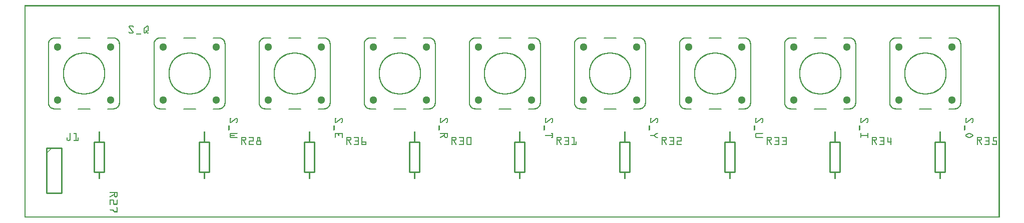
<source format=gto>
G04 MADE WITH FRITZING*
G04 WWW.FRITZING.ORG*
G04 DOUBLE SIDED*
G04 HOLES PLATED*
G04 CONTOUR ON CENTER OF CONTOUR VECTOR*
%ASAXBY*%
%FSLAX23Y23*%
%MOIN*%
%OFA0B0*%
%SFA1.0B1.0*%
%ADD10C,0.283590X0.26759*%
%ADD11C,0.051181X-0.0039371*%
%ADD12C,0.010000*%
%ADD13C,0.008000*%
%ADD14R,0.001000X0.001000*%
%LNSILK1*%
G90*
G70*
G54D10*
X6000Y962D03*
G54D11*
X6177Y1139D03*
X6177Y785D03*
X5823Y785D03*
X5823Y1139D03*
G54D10*
X5300Y962D03*
G54D11*
X5477Y1139D03*
X5477Y785D03*
X5123Y785D03*
X5123Y1139D03*
G54D10*
X3200Y962D03*
G54D11*
X3377Y1139D03*
X3377Y785D03*
X3023Y785D03*
X3023Y1139D03*
G54D10*
X3900Y962D03*
G54D11*
X4077Y1139D03*
X4077Y785D03*
X3723Y785D03*
X3723Y1139D03*
G54D10*
X4600Y962D03*
G54D11*
X4777Y1139D03*
X4777Y785D03*
X4423Y785D03*
X4423Y1139D03*
G54D10*
X2500Y962D03*
G54D11*
X2677Y1139D03*
X2677Y785D03*
X2323Y785D03*
X2323Y1139D03*
G54D10*
X1100Y962D03*
G54D11*
X1277Y1139D03*
X1277Y785D03*
X923Y785D03*
X923Y1139D03*
G54D10*
X1800Y962D03*
G54D11*
X1977Y1139D03*
X1977Y785D03*
X1623Y785D03*
X1623Y1139D03*
G54D10*
X397Y962D03*
G54D11*
X574Y1139D03*
X574Y785D03*
X220Y785D03*
X220Y1139D03*
G54D12*
X148Y466D02*
X148Y166D01*
D02*
X148Y166D02*
X248Y166D01*
D02*
X248Y166D02*
X248Y466D01*
D02*
X248Y466D02*
X148Y466D01*
G54D13*
D02*
X6157Y1198D02*
X6197Y1198D01*
D02*
X6236Y1159D02*
X6236Y765D01*
D02*
X6197Y726D02*
X6157Y726D01*
D02*
X6039Y726D02*
X5960Y726D01*
D02*
X5842Y726D02*
X5803Y726D01*
D02*
X5764Y765D02*
X5764Y1159D01*
D02*
X5803Y1198D02*
X5842Y1198D01*
D02*
X5960Y1198D02*
X6039Y1198D01*
D02*
X5457Y1198D02*
X5497Y1198D01*
D02*
X5536Y1159D02*
X5536Y765D01*
D02*
X5497Y726D02*
X5457Y726D01*
D02*
X5339Y726D02*
X5260Y726D01*
D02*
X5142Y726D02*
X5103Y726D01*
D02*
X5064Y765D02*
X5064Y1159D01*
D02*
X5103Y1198D02*
X5142Y1198D01*
D02*
X5260Y1198D02*
X5339Y1198D01*
D02*
X3357Y1198D02*
X3397Y1198D01*
D02*
X3436Y1159D02*
X3436Y765D01*
D02*
X3397Y726D02*
X3357Y726D01*
D02*
X3239Y726D02*
X3160Y726D01*
D02*
X3042Y726D02*
X3003Y726D01*
D02*
X2964Y765D02*
X2964Y1159D01*
D02*
X3003Y1198D02*
X3042Y1198D01*
D02*
X3160Y1198D02*
X3239Y1198D01*
D02*
X4057Y1198D02*
X4097Y1198D01*
D02*
X4136Y1159D02*
X4136Y765D01*
D02*
X4097Y726D02*
X4057Y726D01*
D02*
X3939Y726D02*
X3860Y726D01*
D02*
X3742Y726D02*
X3703Y726D01*
D02*
X3664Y765D02*
X3664Y1159D01*
D02*
X3703Y1198D02*
X3742Y1198D01*
D02*
X3860Y1198D02*
X3939Y1198D01*
D02*
X4757Y1198D02*
X4797Y1198D01*
D02*
X4836Y1159D02*
X4836Y765D01*
D02*
X4797Y726D02*
X4757Y726D01*
D02*
X4639Y726D02*
X4560Y726D01*
D02*
X4442Y726D02*
X4403Y726D01*
D02*
X4364Y765D02*
X4364Y1159D01*
D02*
X4403Y1198D02*
X4442Y1198D01*
D02*
X4560Y1198D02*
X4639Y1198D01*
D02*
X2657Y1198D02*
X2697Y1198D01*
D02*
X2736Y1159D02*
X2736Y765D01*
D02*
X2697Y726D02*
X2657Y726D01*
D02*
X2539Y726D02*
X2460Y726D01*
D02*
X2342Y726D02*
X2303Y726D01*
D02*
X2264Y765D02*
X2264Y1159D01*
D02*
X2303Y1198D02*
X2342Y1198D01*
D02*
X2460Y1198D02*
X2539Y1198D01*
D02*
X1257Y1198D02*
X1297Y1198D01*
D02*
X1336Y1159D02*
X1336Y765D01*
D02*
X1297Y726D02*
X1257Y726D01*
D02*
X1139Y726D02*
X1060Y726D01*
D02*
X942Y726D02*
X903Y726D01*
D02*
X864Y765D02*
X864Y1159D01*
D02*
X903Y1198D02*
X942Y1198D01*
D02*
X1060Y1198D02*
X1139Y1198D01*
D02*
X1957Y1198D02*
X1997Y1198D01*
D02*
X2036Y1159D02*
X2036Y765D01*
D02*
X1997Y726D02*
X1957Y726D01*
D02*
X1839Y726D02*
X1760Y726D01*
D02*
X1642Y726D02*
X1603Y726D01*
D02*
X1564Y765D02*
X1564Y1159D01*
D02*
X1603Y1198D02*
X1642Y1198D01*
D02*
X1760Y1198D02*
X1839Y1198D01*
D02*
X554Y1198D02*
X594Y1198D01*
D02*
X633Y1159D02*
X633Y765D01*
D02*
X594Y726D02*
X554Y726D01*
D02*
X436Y726D02*
X357Y726D01*
D02*
X239Y726D02*
X200Y726D01*
D02*
X160Y765D02*
X160Y1159D01*
D02*
X200Y1198D02*
X239Y1198D01*
D02*
X357Y1198D02*
X436Y1198D01*
G54D12*
D02*
X531Y506D02*
X531Y306D01*
D02*
X531Y306D02*
X465Y306D01*
D02*
X465Y306D02*
X465Y506D01*
D02*
X465Y506D02*
X531Y506D01*
D02*
X6131Y506D02*
X6131Y306D01*
D02*
X6131Y306D02*
X6065Y306D01*
D02*
X6065Y306D02*
X6065Y506D01*
D02*
X6065Y506D02*
X6131Y506D01*
D02*
X5431Y506D02*
X5431Y306D01*
D02*
X5431Y306D02*
X5365Y306D01*
D02*
X5365Y306D02*
X5365Y506D01*
D02*
X5365Y506D02*
X5431Y506D01*
D02*
X4731Y506D02*
X4731Y306D01*
D02*
X4731Y306D02*
X4665Y306D01*
D02*
X4665Y306D02*
X4665Y506D01*
D02*
X4665Y506D02*
X4731Y506D01*
D02*
X4031Y506D02*
X4031Y306D01*
D02*
X4031Y306D02*
X3965Y306D01*
D02*
X3965Y306D02*
X3965Y506D01*
D02*
X3965Y506D02*
X4031Y506D01*
D02*
X3331Y506D02*
X3331Y306D01*
D02*
X3331Y306D02*
X3265Y306D01*
D02*
X3265Y306D02*
X3265Y506D01*
D02*
X3265Y506D02*
X3331Y506D01*
D02*
X1931Y506D02*
X1931Y306D01*
D02*
X1931Y306D02*
X1865Y306D01*
D02*
X1865Y306D02*
X1865Y506D01*
D02*
X1865Y506D02*
X1931Y506D01*
D02*
X2631Y506D02*
X2631Y306D01*
D02*
X2631Y306D02*
X2565Y306D01*
D02*
X2565Y306D02*
X2565Y506D01*
D02*
X2565Y506D02*
X2631Y506D01*
D02*
X1231Y506D02*
X1231Y306D01*
D02*
X1231Y306D02*
X1165Y306D01*
D02*
X1165Y306D02*
X1165Y506D01*
D02*
X1165Y506D02*
X1231Y506D01*
G54D14*
X0Y1417D02*
X6495Y1417D01*
X0Y1416D02*
X6495Y1416D01*
X0Y1415D02*
X6495Y1415D01*
X0Y1414D02*
X6495Y1414D01*
X0Y1413D02*
X6495Y1413D01*
X0Y1412D02*
X6495Y1412D01*
X0Y1411D02*
X6495Y1411D01*
X0Y1410D02*
X6495Y1410D01*
X0Y1409D02*
X7Y1409D01*
X6488Y1409D02*
X6495Y1409D01*
X0Y1408D02*
X7Y1408D01*
X6488Y1408D02*
X6495Y1408D01*
X0Y1407D02*
X7Y1407D01*
X6488Y1407D02*
X6495Y1407D01*
X0Y1406D02*
X7Y1406D01*
X6488Y1406D02*
X6495Y1406D01*
X0Y1405D02*
X7Y1405D01*
X6488Y1405D02*
X6495Y1405D01*
X0Y1404D02*
X7Y1404D01*
X6488Y1404D02*
X6495Y1404D01*
X0Y1403D02*
X7Y1403D01*
X6488Y1403D02*
X6495Y1403D01*
X0Y1402D02*
X7Y1402D01*
X6488Y1402D02*
X6495Y1402D01*
X0Y1401D02*
X7Y1401D01*
X6488Y1401D02*
X6495Y1401D01*
X0Y1400D02*
X7Y1400D01*
X6488Y1400D02*
X6495Y1400D01*
X0Y1399D02*
X7Y1399D01*
X6488Y1399D02*
X6495Y1399D01*
X0Y1398D02*
X7Y1398D01*
X6488Y1398D02*
X6495Y1398D01*
X0Y1397D02*
X7Y1397D01*
X6488Y1397D02*
X6495Y1397D01*
X0Y1396D02*
X7Y1396D01*
X6488Y1396D02*
X6495Y1396D01*
X0Y1395D02*
X7Y1395D01*
X6488Y1395D02*
X6495Y1395D01*
X0Y1394D02*
X7Y1394D01*
X6488Y1394D02*
X6495Y1394D01*
X0Y1393D02*
X7Y1393D01*
X6488Y1393D02*
X6495Y1393D01*
X0Y1392D02*
X7Y1392D01*
X6488Y1392D02*
X6495Y1392D01*
X0Y1391D02*
X7Y1391D01*
X6488Y1391D02*
X6495Y1391D01*
X0Y1390D02*
X7Y1390D01*
X6488Y1390D02*
X6495Y1390D01*
X0Y1389D02*
X7Y1389D01*
X6488Y1389D02*
X6495Y1389D01*
X0Y1388D02*
X7Y1388D01*
X6488Y1388D02*
X6495Y1388D01*
X0Y1387D02*
X7Y1387D01*
X6488Y1387D02*
X6495Y1387D01*
X0Y1386D02*
X7Y1386D01*
X6488Y1386D02*
X6495Y1386D01*
X0Y1385D02*
X7Y1385D01*
X6488Y1385D02*
X6495Y1385D01*
X0Y1384D02*
X7Y1384D01*
X6488Y1384D02*
X6495Y1384D01*
X0Y1383D02*
X7Y1383D01*
X6488Y1383D02*
X6495Y1383D01*
X0Y1382D02*
X7Y1382D01*
X6488Y1382D02*
X6495Y1382D01*
X0Y1381D02*
X7Y1381D01*
X6488Y1381D02*
X6495Y1381D01*
X0Y1380D02*
X7Y1380D01*
X6488Y1380D02*
X6495Y1380D01*
X0Y1379D02*
X7Y1379D01*
X6488Y1379D02*
X6495Y1379D01*
X0Y1378D02*
X7Y1378D01*
X6488Y1378D02*
X6495Y1378D01*
X0Y1377D02*
X7Y1377D01*
X6488Y1377D02*
X6495Y1377D01*
X0Y1376D02*
X7Y1376D01*
X6488Y1376D02*
X6495Y1376D01*
X0Y1375D02*
X7Y1375D01*
X6488Y1375D02*
X6495Y1375D01*
X0Y1374D02*
X7Y1374D01*
X6488Y1374D02*
X6495Y1374D01*
X0Y1373D02*
X7Y1373D01*
X6488Y1373D02*
X6495Y1373D01*
X0Y1372D02*
X7Y1372D01*
X6488Y1372D02*
X6495Y1372D01*
X0Y1371D02*
X7Y1371D01*
X6488Y1371D02*
X6495Y1371D01*
X0Y1370D02*
X7Y1370D01*
X6488Y1370D02*
X6495Y1370D01*
X0Y1369D02*
X7Y1369D01*
X6488Y1369D02*
X6495Y1369D01*
X0Y1368D02*
X7Y1368D01*
X6488Y1368D02*
X6495Y1368D01*
X0Y1367D02*
X7Y1367D01*
X6488Y1367D02*
X6495Y1367D01*
X0Y1366D02*
X7Y1366D01*
X6488Y1366D02*
X6495Y1366D01*
X0Y1365D02*
X7Y1365D01*
X6488Y1365D02*
X6495Y1365D01*
X0Y1364D02*
X7Y1364D01*
X6488Y1364D02*
X6495Y1364D01*
X0Y1363D02*
X7Y1363D01*
X6488Y1363D02*
X6495Y1363D01*
X0Y1362D02*
X7Y1362D01*
X6488Y1362D02*
X6495Y1362D01*
X0Y1361D02*
X7Y1361D01*
X6488Y1361D02*
X6495Y1361D01*
X0Y1360D02*
X7Y1360D01*
X6488Y1360D02*
X6495Y1360D01*
X0Y1359D02*
X7Y1359D01*
X6488Y1359D02*
X6495Y1359D01*
X0Y1358D02*
X7Y1358D01*
X6488Y1358D02*
X6495Y1358D01*
X0Y1357D02*
X7Y1357D01*
X6488Y1357D02*
X6495Y1357D01*
X0Y1356D02*
X7Y1356D01*
X6488Y1356D02*
X6495Y1356D01*
X0Y1355D02*
X7Y1355D01*
X6488Y1355D02*
X6495Y1355D01*
X0Y1354D02*
X7Y1354D01*
X6488Y1354D02*
X6495Y1354D01*
X0Y1353D02*
X7Y1353D01*
X6488Y1353D02*
X6495Y1353D01*
X0Y1352D02*
X7Y1352D01*
X6488Y1352D02*
X6495Y1352D01*
X0Y1351D02*
X7Y1351D01*
X6488Y1351D02*
X6495Y1351D01*
X0Y1350D02*
X7Y1350D01*
X6488Y1350D02*
X6495Y1350D01*
X0Y1349D02*
X7Y1349D01*
X6488Y1349D02*
X6495Y1349D01*
X0Y1348D02*
X7Y1348D01*
X6488Y1348D02*
X6495Y1348D01*
X0Y1347D02*
X7Y1347D01*
X6488Y1347D02*
X6495Y1347D01*
X0Y1346D02*
X7Y1346D01*
X6488Y1346D02*
X6495Y1346D01*
X0Y1345D02*
X7Y1345D01*
X6488Y1345D02*
X6495Y1345D01*
X0Y1344D02*
X7Y1344D01*
X6488Y1344D02*
X6495Y1344D01*
X0Y1343D02*
X7Y1343D01*
X6488Y1343D02*
X6495Y1343D01*
X0Y1342D02*
X7Y1342D01*
X6488Y1342D02*
X6495Y1342D01*
X0Y1341D02*
X7Y1341D01*
X6488Y1341D02*
X6495Y1341D01*
X0Y1340D02*
X7Y1340D01*
X6488Y1340D02*
X6495Y1340D01*
X0Y1339D02*
X7Y1339D01*
X6488Y1339D02*
X6495Y1339D01*
X0Y1338D02*
X7Y1338D01*
X6488Y1338D02*
X6495Y1338D01*
X0Y1337D02*
X7Y1337D01*
X6488Y1337D02*
X6495Y1337D01*
X0Y1336D02*
X7Y1336D01*
X6488Y1336D02*
X6495Y1336D01*
X0Y1335D02*
X7Y1335D01*
X6488Y1335D02*
X6495Y1335D01*
X0Y1334D02*
X7Y1334D01*
X6488Y1334D02*
X6495Y1334D01*
X0Y1333D02*
X7Y1333D01*
X6488Y1333D02*
X6495Y1333D01*
X0Y1332D02*
X7Y1332D01*
X6488Y1332D02*
X6495Y1332D01*
X0Y1331D02*
X7Y1331D01*
X6488Y1331D02*
X6495Y1331D01*
X0Y1330D02*
X7Y1330D01*
X6488Y1330D02*
X6495Y1330D01*
X0Y1329D02*
X7Y1329D01*
X6488Y1329D02*
X6495Y1329D01*
X0Y1328D02*
X7Y1328D01*
X6488Y1328D02*
X6495Y1328D01*
X0Y1327D02*
X7Y1327D01*
X6488Y1327D02*
X6495Y1327D01*
X0Y1326D02*
X7Y1326D01*
X6488Y1326D02*
X6495Y1326D01*
X0Y1325D02*
X7Y1325D01*
X6488Y1325D02*
X6495Y1325D01*
X0Y1324D02*
X7Y1324D01*
X6488Y1324D02*
X6495Y1324D01*
X0Y1323D02*
X7Y1323D01*
X6488Y1323D02*
X6495Y1323D01*
X0Y1322D02*
X7Y1322D01*
X6488Y1322D02*
X6495Y1322D01*
X0Y1321D02*
X7Y1321D01*
X6488Y1321D02*
X6495Y1321D01*
X0Y1320D02*
X7Y1320D01*
X6488Y1320D02*
X6495Y1320D01*
X0Y1319D02*
X7Y1319D01*
X6488Y1319D02*
X6495Y1319D01*
X0Y1318D02*
X7Y1318D01*
X6488Y1318D02*
X6495Y1318D01*
X0Y1317D02*
X7Y1317D01*
X6488Y1317D02*
X6495Y1317D01*
X0Y1316D02*
X7Y1316D01*
X6488Y1316D02*
X6495Y1316D01*
X0Y1315D02*
X7Y1315D01*
X6488Y1315D02*
X6495Y1315D01*
X0Y1314D02*
X7Y1314D01*
X6488Y1314D02*
X6495Y1314D01*
X0Y1313D02*
X7Y1313D01*
X6488Y1313D02*
X6495Y1313D01*
X0Y1312D02*
X7Y1312D01*
X6488Y1312D02*
X6495Y1312D01*
X0Y1311D02*
X7Y1311D01*
X6488Y1311D02*
X6495Y1311D01*
X0Y1310D02*
X7Y1310D01*
X6488Y1310D02*
X6495Y1310D01*
X0Y1309D02*
X7Y1309D01*
X6488Y1309D02*
X6495Y1309D01*
X0Y1308D02*
X7Y1308D01*
X6488Y1308D02*
X6495Y1308D01*
X0Y1307D02*
X7Y1307D01*
X6488Y1307D02*
X6495Y1307D01*
X0Y1306D02*
X7Y1306D01*
X6488Y1306D02*
X6495Y1306D01*
X0Y1305D02*
X7Y1305D01*
X6488Y1305D02*
X6495Y1305D01*
X0Y1304D02*
X7Y1304D01*
X6488Y1304D02*
X6495Y1304D01*
X0Y1303D02*
X7Y1303D01*
X6488Y1303D02*
X6495Y1303D01*
X0Y1302D02*
X7Y1302D01*
X6488Y1302D02*
X6495Y1302D01*
X0Y1301D02*
X7Y1301D01*
X6488Y1301D02*
X6495Y1301D01*
X0Y1300D02*
X7Y1300D01*
X6488Y1300D02*
X6495Y1300D01*
X0Y1299D02*
X7Y1299D01*
X6488Y1299D02*
X6495Y1299D01*
X0Y1298D02*
X7Y1298D01*
X6488Y1298D02*
X6495Y1298D01*
X0Y1297D02*
X7Y1297D01*
X6488Y1297D02*
X6495Y1297D01*
X0Y1296D02*
X7Y1296D01*
X6488Y1296D02*
X6495Y1296D01*
X0Y1295D02*
X7Y1295D01*
X6488Y1295D02*
X6495Y1295D01*
X0Y1294D02*
X7Y1294D01*
X6488Y1294D02*
X6495Y1294D01*
X0Y1293D02*
X7Y1293D01*
X6488Y1293D02*
X6495Y1293D01*
X0Y1292D02*
X7Y1292D01*
X6488Y1292D02*
X6495Y1292D01*
X0Y1291D02*
X7Y1291D01*
X6488Y1291D02*
X6495Y1291D01*
X0Y1290D02*
X7Y1290D01*
X6488Y1290D02*
X6495Y1290D01*
X0Y1289D02*
X7Y1289D01*
X6488Y1289D02*
X6495Y1289D01*
X0Y1288D02*
X7Y1288D01*
X6488Y1288D02*
X6495Y1288D01*
X0Y1287D02*
X7Y1287D01*
X6488Y1287D02*
X6495Y1287D01*
X0Y1286D02*
X7Y1286D01*
X6488Y1286D02*
X6495Y1286D01*
X0Y1285D02*
X7Y1285D01*
X6488Y1285D02*
X6495Y1285D01*
X0Y1284D02*
X7Y1284D01*
X6488Y1284D02*
X6495Y1284D01*
X0Y1283D02*
X7Y1283D01*
X6488Y1283D02*
X6495Y1283D01*
X0Y1282D02*
X7Y1282D01*
X699Y1282D02*
X719Y1282D01*
X818Y1282D02*
X820Y1282D01*
X6488Y1282D02*
X6495Y1282D01*
X0Y1281D02*
X7Y1281D01*
X697Y1281D02*
X722Y1281D01*
X815Y1281D02*
X823Y1281D01*
X6488Y1281D02*
X6495Y1281D01*
X0Y1280D02*
X7Y1280D01*
X696Y1280D02*
X723Y1280D01*
X814Y1280D02*
X824Y1280D01*
X6488Y1280D02*
X6495Y1280D01*
X0Y1279D02*
X7Y1279D01*
X695Y1279D02*
X724Y1279D01*
X813Y1279D02*
X825Y1279D01*
X6488Y1279D02*
X6495Y1279D01*
X0Y1278D02*
X7Y1278D01*
X694Y1278D02*
X725Y1278D01*
X811Y1278D02*
X826Y1278D01*
X6488Y1278D02*
X6495Y1278D01*
X0Y1277D02*
X7Y1277D01*
X694Y1277D02*
X726Y1277D01*
X810Y1277D02*
X826Y1277D01*
X6488Y1277D02*
X6495Y1277D01*
X0Y1276D02*
X7Y1276D01*
X693Y1276D02*
X726Y1276D01*
X809Y1276D02*
X827Y1276D01*
X6488Y1276D02*
X6495Y1276D01*
X0Y1275D02*
X7Y1275D01*
X693Y1275D02*
X700Y1275D01*
X719Y1275D02*
X726Y1275D01*
X808Y1275D02*
X818Y1275D01*
X820Y1275D02*
X827Y1275D01*
X6488Y1275D02*
X6495Y1275D01*
X0Y1274D02*
X7Y1274D01*
X693Y1274D02*
X699Y1274D01*
X720Y1274D02*
X727Y1274D01*
X807Y1274D02*
X817Y1274D01*
X821Y1274D02*
X827Y1274D01*
X6488Y1274D02*
X6495Y1274D01*
X0Y1273D02*
X7Y1273D01*
X693Y1273D02*
X700Y1273D01*
X721Y1273D02*
X727Y1273D01*
X806Y1273D02*
X815Y1273D01*
X821Y1273D02*
X827Y1273D01*
X6488Y1273D02*
X6495Y1273D01*
X0Y1272D02*
X7Y1272D01*
X693Y1272D02*
X701Y1272D01*
X721Y1272D02*
X727Y1272D01*
X804Y1272D02*
X814Y1272D01*
X821Y1272D02*
X827Y1272D01*
X6488Y1272D02*
X6495Y1272D01*
X0Y1271D02*
X7Y1271D01*
X694Y1271D02*
X701Y1271D01*
X721Y1271D02*
X726Y1271D01*
X803Y1271D02*
X813Y1271D01*
X821Y1271D02*
X827Y1271D01*
X6488Y1271D02*
X6495Y1271D01*
X0Y1270D02*
X7Y1270D01*
X694Y1270D02*
X702Y1270D01*
X722Y1270D02*
X725Y1270D01*
X802Y1270D02*
X812Y1270D01*
X821Y1270D02*
X827Y1270D01*
X6488Y1270D02*
X6495Y1270D01*
X0Y1269D02*
X7Y1269D01*
X695Y1269D02*
X703Y1269D01*
X801Y1269D02*
X811Y1269D01*
X821Y1269D02*
X827Y1269D01*
X6488Y1269D02*
X6495Y1269D01*
X0Y1268D02*
X7Y1268D01*
X696Y1268D02*
X704Y1268D01*
X800Y1268D02*
X810Y1268D01*
X821Y1268D02*
X827Y1268D01*
X6488Y1268D02*
X6495Y1268D01*
X0Y1267D02*
X7Y1267D01*
X697Y1267D02*
X705Y1267D01*
X798Y1267D02*
X808Y1267D01*
X821Y1267D02*
X827Y1267D01*
X6488Y1267D02*
X6495Y1267D01*
X0Y1266D02*
X7Y1266D01*
X697Y1266D02*
X705Y1266D01*
X797Y1266D02*
X807Y1266D01*
X821Y1266D02*
X827Y1266D01*
X6488Y1266D02*
X6495Y1266D01*
X0Y1265D02*
X7Y1265D01*
X698Y1265D02*
X706Y1265D01*
X797Y1265D02*
X806Y1265D01*
X821Y1265D02*
X827Y1265D01*
X6488Y1265D02*
X6495Y1265D01*
X0Y1264D02*
X7Y1264D01*
X699Y1264D02*
X707Y1264D01*
X796Y1264D02*
X805Y1264D01*
X821Y1264D02*
X827Y1264D01*
X6488Y1264D02*
X6495Y1264D01*
X0Y1263D02*
X7Y1263D01*
X700Y1263D02*
X708Y1263D01*
X795Y1263D02*
X804Y1263D01*
X821Y1263D02*
X827Y1263D01*
X6488Y1263D02*
X6495Y1263D01*
X0Y1262D02*
X7Y1262D01*
X700Y1262D02*
X708Y1262D01*
X795Y1262D02*
X802Y1262D01*
X821Y1262D02*
X827Y1262D01*
X6488Y1262D02*
X6495Y1262D01*
X0Y1261D02*
X7Y1261D01*
X701Y1261D02*
X709Y1261D01*
X794Y1261D02*
X801Y1261D01*
X821Y1261D02*
X827Y1261D01*
X6488Y1261D02*
X6495Y1261D01*
X0Y1260D02*
X7Y1260D01*
X702Y1260D02*
X710Y1260D01*
X794Y1260D02*
X801Y1260D01*
X821Y1260D02*
X827Y1260D01*
X6488Y1260D02*
X6495Y1260D01*
X0Y1259D02*
X7Y1259D01*
X703Y1259D02*
X711Y1259D01*
X794Y1259D02*
X800Y1259D01*
X821Y1259D02*
X827Y1259D01*
X6488Y1259D02*
X6495Y1259D01*
X0Y1258D02*
X7Y1258D01*
X704Y1258D02*
X712Y1258D01*
X794Y1258D02*
X800Y1258D01*
X821Y1258D02*
X827Y1258D01*
X6488Y1258D02*
X6495Y1258D01*
X0Y1257D02*
X7Y1257D01*
X704Y1257D02*
X712Y1257D01*
X794Y1257D02*
X800Y1257D01*
X821Y1257D02*
X827Y1257D01*
X6488Y1257D02*
X6495Y1257D01*
X0Y1256D02*
X7Y1256D01*
X705Y1256D02*
X713Y1256D01*
X794Y1256D02*
X800Y1256D01*
X821Y1256D02*
X827Y1256D01*
X6488Y1256D02*
X6495Y1256D01*
X0Y1255D02*
X7Y1255D01*
X706Y1255D02*
X714Y1255D01*
X793Y1255D02*
X800Y1255D01*
X821Y1255D02*
X827Y1255D01*
X6488Y1255D02*
X6495Y1255D01*
X0Y1254D02*
X7Y1254D01*
X707Y1254D02*
X715Y1254D01*
X793Y1254D02*
X800Y1254D01*
X821Y1254D02*
X827Y1254D01*
X6488Y1254D02*
X6495Y1254D01*
X0Y1253D02*
X7Y1253D01*
X707Y1253D02*
X715Y1253D01*
X793Y1253D02*
X800Y1253D01*
X821Y1253D02*
X827Y1253D01*
X6488Y1253D02*
X6495Y1253D01*
X0Y1252D02*
X7Y1252D01*
X708Y1252D02*
X716Y1252D01*
X793Y1252D02*
X800Y1252D01*
X809Y1252D02*
X812Y1252D01*
X821Y1252D02*
X827Y1252D01*
X6488Y1252D02*
X6495Y1252D01*
X0Y1251D02*
X7Y1251D01*
X709Y1251D02*
X717Y1251D01*
X793Y1251D02*
X800Y1251D01*
X808Y1251D02*
X813Y1251D01*
X820Y1251D02*
X827Y1251D01*
X6488Y1251D02*
X6495Y1251D01*
X0Y1250D02*
X7Y1250D01*
X710Y1250D02*
X718Y1250D01*
X793Y1250D02*
X800Y1250D01*
X807Y1250D02*
X813Y1250D01*
X820Y1250D02*
X826Y1250D01*
X6488Y1250D02*
X6495Y1250D01*
X0Y1249D02*
X7Y1249D01*
X711Y1249D02*
X719Y1249D01*
X793Y1249D02*
X800Y1249D01*
X807Y1249D02*
X814Y1249D01*
X819Y1249D02*
X826Y1249D01*
X6488Y1249D02*
X6495Y1249D01*
X0Y1248D02*
X7Y1248D01*
X711Y1248D02*
X719Y1248D01*
X793Y1248D02*
X800Y1248D01*
X807Y1248D02*
X814Y1248D01*
X818Y1248D02*
X826Y1248D01*
X6488Y1248D02*
X6495Y1248D01*
X0Y1247D02*
X7Y1247D01*
X712Y1247D02*
X720Y1247D01*
X793Y1247D02*
X800Y1247D01*
X808Y1247D02*
X814Y1247D01*
X817Y1247D02*
X825Y1247D01*
X6488Y1247D02*
X6495Y1247D01*
X0Y1246D02*
X7Y1246D01*
X713Y1246D02*
X721Y1246D01*
X793Y1246D02*
X800Y1246D01*
X808Y1246D02*
X824Y1246D01*
X6488Y1246D02*
X6495Y1246D01*
X0Y1245D02*
X7Y1245D01*
X714Y1245D02*
X722Y1245D01*
X793Y1245D02*
X800Y1245D01*
X809Y1245D02*
X824Y1245D01*
X6488Y1245D02*
X6495Y1245D01*
X0Y1244D02*
X7Y1244D01*
X714Y1244D02*
X722Y1244D01*
X793Y1244D02*
X800Y1244D01*
X809Y1244D02*
X823Y1244D01*
X6488Y1244D02*
X6495Y1244D01*
X0Y1243D02*
X7Y1243D01*
X715Y1243D02*
X723Y1243D01*
X793Y1243D02*
X800Y1243D01*
X809Y1243D02*
X822Y1243D01*
X6488Y1243D02*
X6495Y1243D01*
X0Y1242D02*
X7Y1242D01*
X716Y1242D02*
X724Y1242D01*
X793Y1242D02*
X800Y1242D01*
X810Y1242D02*
X821Y1242D01*
X6488Y1242D02*
X6495Y1242D01*
X0Y1241D02*
X7Y1241D01*
X717Y1241D02*
X725Y1241D01*
X793Y1241D02*
X800Y1241D01*
X810Y1241D02*
X819Y1241D01*
X6488Y1241D02*
X6495Y1241D01*
X0Y1240D02*
X7Y1240D01*
X694Y1240D02*
X698Y1240D01*
X718Y1240D02*
X725Y1240D01*
X793Y1240D02*
X800Y1240D01*
X808Y1240D02*
X818Y1240D01*
X6488Y1240D02*
X6495Y1240D01*
X0Y1239D02*
X7Y1239D01*
X694Y1239D02*
X699Y1239D01*
X718Y1239D02*
X726Y1239D01*
X793Y1239D02*
X800Y1239D01*
X807Y1239D02*
X818Y1239D01*
X6488Y1239D02*
X6495Y1239D01*
X0Y1238D02*
X7Y1238D01*
X693Y1238D02*
X699Y1238D01*
X719Y1238D02*
X726Y1238D01*
X793Y1238D02*
X800Y1238D01*
X806Y1238D02*
X818Y1238D01*
X6488Y1238D02*
X6495Y1238D01*
X0Y1237D02*
X7Y1237D01*
X693Y1237D02*
X699Y1237D01*
X720Y1237D02*
X727Y1237D01*
X793Y1237D02*
X800Y1237D01*
X805Y1237D02*
X818Y1237D01*
X6488Y1237D02*
X6495Y1237D01*
X0Y1236D02*
X7Y1236D01*
X693Y1236D02*
X700Y1236D01*
X721Y1236D02*
X727Y1236D01*
X794Y1236D02*
X800Y1236D01*
X804Y1236D02*
X819Y1236D01*
X6488Y1236D02*
X6495Y1236D01*
X0Y1235D02*
X7Y1235D01*
X693Y1235D02*
X727Y1235D01*
X794Y1235D02*
X824Y1235D01*
X6488Y1235D02*
X6495Y1235D01*
X0Y1234D02*
X7Y1234D01*
X694Y1234D02*
X726Y1234D01*
X794Y1234D02*
X811Y1234D01*
X813Y1234D02*
X826Y1234D01*
X6488Y1234D02*
X6495Y1234D01*
X0Y1233D02*
X7Y1233D01*
X694Y1233D02*
X726Y1233D01*
X794Y1233D02*
X810Y1233D01*
X813Y1233D02*
X827Y1233D01*
X6488Y1233D02*
X6495Y1233D01*
X0Y1232D02*
X7Y1232D01*
X695Y1232D02*
X726Y1232D01*
X795Y1232D02*
X809Y1232D01*
X814Y1232D02*
X827Y1232D01*
X6488Y1232D02*
X6495Y1232D01*
X0Y1231D02*
X7Y1231D01*
X696Y1231D02*
X725Y1231D01*
X796Y1231D02*
X807Y1231D01*
X814Y1231D02*
X827Y1231D01*
X6488Y1231D02*
X6495Y1231D01*
X0Y1230D02*
X7Y1230D01*
X697Y1230D02*
X724Y1230D01*
X797Y1230D02*
X806Y1230D01*
X814Y1230D02*
X827Y1230D01*
X6488Y1230D02*
X6495Y1230D01*
X0Y1229D02*
X7Y1229D01*
X698Y1229D02*
X723Y1229D01*
X798Y1229D02*
X805Y1229D01*
X815Y1229D02*
X826Y1229D01*
X6488Y1229D02*
X6495Y1229D01*
X0Y1228D02*
X7Y1228D01*
X747Y1228D02*
X774Y1228D01*
X6488Y1228D02*
X6495Y1228D01*
X0Y1227D02*
X7Y1227D01*
X744Y1227D02*
X776Y1227D01*
X6488Y1227D02*
X6495Y1227D01*
X0Y1226D02*
X7Y1226D01*
X744Y1226D02*
X777Y1226D01*
X6488Y1226D02*
X6495Y1226D01*
X0Y1225D02*
X7Y1225D01*
X743Y1225D02*
X777Y1225D01*
X6488Y1225D02*
X6495Y1225D01*
X0Y1224D02*
X7Y1224D01*
X743Y1224D02*
X777Y1224D01*
X6488Y1224D02*
X6495Y1224D01*
X0Y1223D02*
X7Y1223D01*
X744Y1223D02*
X776Y1223D01*
X6488Y1223D02*
X6495Y1223D01*
X0Y1222D02*
X7Y1222D01*
X744Y1222D02*
X776Y1222D01*
X6488Y1222D02*
X6495Y1222D01*
X0Y1221D02*
X7Y1221D01*
X6488Y1221D02*
X6495Y1221D01*
X0Y1220D02*
X7Y1220D01*
X6488Y1220D02*
X6495Y1220D01*
X0Y1219D02*
X7Y1219D01*
X6488Y1219D02*
X6495Y1219D01*
X0Y1218D02*
X7Y1218D01*
X6488Y1218D02*
X6495Y1218D01*
X0Y1217D02*
X7Y1217D01*
X6488Y1217D02*
X6495Y1217D01*
X0Y1216D02*
X7Y1216D01*
X6488Y1216D02*
X6495Y1216D01*
X0Y1215D02*
X7Y1215D01*
X6488Y1215D02*
X6495Y1215D01*
X0Y1214D02*
X7Y1214D01*
X6488Y1214D02*
X6495Y1214D01*
X0Y1213D02*
X7Y1213D01*
X6488Y1213D02*
X6495Y1213D01*
X0Y1212D02*
X7Y1212D01*
X6488Y1212D02*
X6495Y1212D01*
X0Y1211D02*
X7Y1211D01*
X6488Y1211D02*
X6495Y1211D01*
X0Y1210D02*
X7Y1210D01*
X6488Y1210D02*
X6495Y1210D01*
X0Y1209D02*
X7Y1209D01*
X6488Y1209D02*
X6495Y1209D01*
X0Y1208D02*
X7Y1208D01*
X6488Y1208D02*
X6495Y1208D01*
X0Y1207D02*
X7Y1207D01*
X6488Y1207D02*
X6495Y1207D01*
X0Y1206D02*
X7Y1206D01*
X6488Y1206D02*
X6495Y1206D01*
X0Y1205D02*
X7Y1205D01*
X6488Y1205D02*
X6495Y1205D01*
X0Y1204D02*
X7Y1204D01*
X6488Y1204D02*
X6495Y1204D01*
X0Y1203D02*
X7Y1203D01*
X6488Y1203D02*
X6495Y1203D01*
X0Y1202D02*
X7Y1202D01*
X195Y1202D02*
X199Y1202D01*
X594Y1202D02*
X598Y1202D01*
X898Y1202D02*
X902Y1202D01*
X1297Y1202D02*
X1301Y1202D01*
X1598Y1202D02*
X1602Y1202D01*
X1997Y1202D02*
X2001Y1202D01*
X2298Y1202D02*
X2302Y1202D01*
X2697Y1202D02*
X2701Y1202D01*
X2998Y1202D02*
X3002Y1202D01*
X3397Y1202D02*
X3401Y1202D01*
X3698Y1202D02*
X3702Y1202D01*
X4097Y1202D02*
X4101Y1202D01*
X4398Y1202D02*
X4402Y1202D01*
X4797Y1202D02*
X4801Y1202D01*
X5098Y1202D02*
X5102Y1202D01*
X5497Y1202D02*
X5501Y1202D01*
X5798Y1202D02*
X5802Y1202D01*
X6197Y1202D02*
X6201Y1202D01*
X6488Y1202D02*
X6495Y1202D01*
X0Y1201D02*
X7Y1201D01*
X189Y1201D02*
X199Y1201D01*
X594Y1201D02*
X603Y1201D01*
X893Y1201D02*
X902Y1201D01*
X1297Y1201D02*
X1306Y1201D01*
X1593Y1201D02*
X1602Y1201D01*
X1997Y1201D02*
X2006Y1201D01*
X2293Y1201D02*
X2302Y1201D01*
X2697Y1201D02*
X2706Y1201D01*
X2993Y1201D02*
X3002Y1201D01*
X3397Y1201D02*
X3406Y1201D01*
X3693Y1201D02*
X3702Y1201D01*
X4097Y1201D02*
X4106Y1201D01*
X4393Y1201D02*
X4402Y1201D01*
X4797Y1201D02*
X4806Y1201D01*
X5093Y1201D02*
X5102Y1201D01*
X5497Y1201D02*
X5506Y1201D01*
X5793Y1201D02*
X5802Y1201D01*
X6197Y1201D02*
X6206Y1201D01*
X6488Y1201D02*
X6495Y1201D01*
X0Y1200D02*
X7Y1200D01*
X186Y1200D02*
X199Y1200D01*
X594Y1200D02*
X606Y1200D01*
X889Y1200D02*
X902Y1200D01*
X1297Y1200D02*
X1310Y1200D01*
X1589Y1200D02*
X1602Y1200D01*
X1997Y1200D02*
X2010Y1200D01*
X2289Y1200D02*
X2302Y1200D01*
X2697Y1200D02*
X2709Y1200D01*
X2989Y1200D02*
X3002Y1200D01*
X3397Y1200D02*
X3409Y1200D01*
X3689Y1200D02*
X3702Y1200D01*
X4097Y1200D02*
X4109Y1200D01*
X4389Y1200D02*
X4402Y1200D01*
X4797Y1200D02*
X4809Y1200D01*
X5089Y1200D02*
X5102Y1200D01*
X5497Y1200D02*
X5509Y1200D01*
X5789Y1200D02*
X5802Y1200D01*
X6197Y1200D02*
X6209Y1200D01*
X6488Y1200D02*
X6495Y1200D01*
X0Y1199D02*
X7Y1199D01*
X183Y1199D02*
X199Y1199D01*
X594Y1199D02*
X609Y1199D01*
X886Y1199D02*
X902Y1199D01*
X1297Y1199D02*
X1312Y1199D01*
X1586Y1199D02*
X1602Y1199D01*
X1997Y1199D02*
X2012Y1199D01*
X2286Y1199D02*
X2302Y1199D01*
X2697Y1199D02*
X2712Y1199D01*
X2986Y1199D02*
X3002Y1199D01*
X3397Y1199D02*
X3412Y1199D01*
X3686Y1199D02*
X3702Y1199D01*
X4097Y1199D02*
X4112Y1199D01*
X4386Y1199D02*
X4402Y1199D01*
X4797Y1199D02*
X4812Y1199D01*
X5086Y1199D02*
X5102Y1199D01*
X5497Y1199D02*
X5512Y1199D01*
X5786Y1199D02*
X5802Y1199D01*
X6197Y1199D02*
X6212Y1199D01*
X6488Y1199D02*
X6495Y1199D01*
X0Y1198D02*
X7Y1198D01*
X181Y1198D02*
X199Y1198D01*
X594Y1198D02*
X611Y1198D01*
X884Y1198D02*
X902Y1198D01*
X1297Y1198D02*
X1314Y1198D01*
X1584Y1198D02*
X1602Y1198D01*
X1997Y1198D02*
X2014Y1198D01*
X2284Y1198D02*
X2302Y1198D01*
X2697Y1198D02*
X2714Y1198D01*
X2984Y1198D02*
X3002Y1198D01*
X3397Y1198D02*
X3414Y1198D01*
X3684Y1198D02*
X3702Y1198D01*
X4097Y1198D02*
X4114Y1198D01*
X4384Y1198D02*
X4402Y1198D01*
X4797Y1198D02*
X4814Y1198D01*
X5084Y1198D02*
X5102Y1198D01*
X5497Y1198D02*
X5514Y1198D01*
X5784Y1198D02*
X5802Y1198D01*
X6197Y1198D02*
X6214Y1198D01*
X6488Y1198D02*
X6495Y1198D01*
X0Y1197D02*
X7Y1197D01*
X179Y1197D02*
X199Y1197D01*
X594Y1197D02*
X613Y1197D01*
X882Y1197D02*
X902Y1197D01*
X1297Y1197D02*
X1316Y1197D01*
X1582Y1197D02*
X1602Y1197D01*
X1997Y1197D02*
X2016Y1197D01*
X2282Y1197D02*
X2302Y1197D01*
X2697Y1197D02*
X2716Y1197D01*
X2982Y1197D02*
X3002Y1197D01*
X3397Y1197D02*
X3416Y1197D01*
X3682Y1197D02*
X3702Y1197D01*
X4097Y1197D02*
X4116Y1197D01*
X4382Y1197D02*
X4402Y1197D01*
X4797Y1197D02*
X4816Y1197D01*
X5082Y1197D02*
X5102Y1197D01*
X5497Y1197D02*
X5516Y1197D01*
X5782Y1197D02*
X5802Y1197D01*
X6197Y1197D02*
X6216Y1197D01*
X6488Y1197D02*
X6495Y1197D01*
X0Y1196D02*
X7Y1196D01*
X177Y1196D02*
X199Y1196D01*
X594Y1196D02*
X615Y1196D01*
X881Y1196D02*
X902Y1196D01*
X1297Y1196D02*
X1318Y1196D01*
X1581Y1196D02*
X1602Y1196D01*
X1997Y1196D02*
X2018Y1196D01*
X2281Y1196D02*
X2302Y1196D01*
X2697Y1196D02*
X2718Y1196D01*
X2981Y1196D02*
X3002Y1196D01*
X3397Y1196D02*
X3418Y1196D01*
X3681Y1196D02*
X3702Y1196D01*
X4097Y1196D02*
X4118Y1196D01*
X4381Y1196D02*
X4402Y1196D01*
X4797Y1196D02*
X4818Y1196D01*
X5081Y1196D02*
X5102Y1196D01*
X5497Y1196D02*
X5518Y1196D01*
X5781Y1196D02*
X5802Y1196D01*
X6197Y1196D02*
X6218Y1196D01*
X6488Y1196D02*
X6495Y1196D01*
X0Y1195D02*
X7Y1195D01*
X176Y1195D02*
X199Y1195D01*
X594Y1195D02*
X617Y1195D01*
X879Y1195D02*
X902Y1195D01*
X1297Y1195D02*
X1320Y1195D01*
X1579Y1195D02*
X1602Y1195D01*
X1997Y1195D02*
X2020Y1195D01*
X2279Y1195D02*
X2302Y1195D01*
X2697Y1195D02*
X2720Y1195D01*
X2979Y1195D02*
X3002Y1195D01*
X3397Y1195D02*
X3420Y1195D01*
X3679Y1195D02*
X3702Y1195D01*
X4097Y1195D02*
X4120Y1195D01*
X4379Y1195D02*
X4402Y1195D01*
X4797Y1195D02*
X4820Y1195D01*
X5079Y1195D02*
X5102Y1195D01*
X5497Y1195D02*
X5520Y1195D01*
X5779Y1195D02*
X5802Y1195D01*
X6197Y1195D02*
X6220Y1195D01*
X6488Y1195D02*
X6495Y1195D01*
X0Y1194D02*
X7Y1194D01*
X174Y1194D02*
X194Y1194D01*
X598Y1194D02*
X618Y1194D01*
X877Y1194D02*
X897Y1194D01*
X1302Y1194D02*
X1321Y1194D01*
X1577Y1194D02*
X1597Y1194D01*
X2002Y1194D02*
X2021Y1194D01*
X2277Y1194D02*
X2297Y1194D01*
X2702Y1194D02*
X2721Y1194D01*
X2977Y1194D02*
X2997Y1194D01*
X3402Y1194D02*
X3421Y1194D01*
X3677Y1194D02*
X3697Y1194D01*
X4102Y1194D02*
X4121Y1194D01*
X4377Y1194D02*
X4397Y1194D01*
X4802Y1194D02*
X4821Y1194D01*
X5077Y1194D02*
X5097Y1194D01*
X5502Y1194D02*
X5521Y1194D01*
X5777Y1194D02*
X5797Y1194D01*
X6202Y1194D02*
X6221Y1194D01*
X6488Y1194D02*
X6495Y1194D01*
X0Y1193D02*
X7Y1193D01*
X173Y1193D02*
X189Y1193D01*
X603Y1193D02*
X619Y1193D01*
X876Y1193D02*
X892Y1193D01*
X1307Y1193D02*
X1323Y1193D01*
X1576Y1193D02*
X1592Y1193D01*
X2007Y1193D02*
X2023Y1193D01*
X2276Y1193D02*
X2292Y1193D01*
X2707Y1193D02*
X2722Y1193D01*
X2976Y1193D02*
X2992Y1193D01*
X3407Y1193D02*
X3422Y1193D01*
X3676Y1193D02*
X3692Y1193D01*
X4107Y1193D02*
X4122Y1193D01*
X4376Y1193D02*
X4392Y1193D01*
X4807Y1193D02*
X4822Y1193D01*
X5076Y1193D02*
X5092Y1193D01*
X5507Y1193D02*
X5522Y1193D01*
X5776Y1193D02*
X5792Y1193D01*
X6207Y1193D02*
X6222Y1193D01*
X6488Y1193D02*
X6495Y1193D01*
X0Y1192D02*
X7Y1192D01*
X172Y1192D02*
X186Y1192D01*
X606Y1192D02*
X621Y1192D01*
X875Y1192D02*
X889Y1192D01*
X1310Y1192D02*
X1324Y1192D01*
X1575Y1192D02*
X1589Y1192D01*
X2010Y1192D02*
X2024Y1192D01*
X2275Y1192D02*
X2289Y1192D01*
X2710Y1192D02*
X2724Y1192D01*
X2975Y1192D02*
X2989Y1192D01*
X3409Y1192D02*
X3424Y1192D01*
X3675Y1192D02*
X3689Y1192D01*
X4109Y1192D02*
X4124Y1192D01*
X4375Y1192D02*
X4389Y1192D01*
X4809Y1192D02*
X4824Y1192D01*
X5075Y1192D02*
X5089Y1192D01*
X5509Y1192D02*
X5524Y1192D01*
X5775Y1192D02*
X5789Y1192D01*
X6209Y1192D02*
X6224Y1192D01*
X6488Y1192D02*
X6495Y1192D01*
X0Y1191D02*
X7Y1191D01*
X171Y1191D02*
X184Y1191D01*
X609Y1191D02*
X622Y1191D01*
X874Y1191D02*
X887Y1191D01*
X1312Y1191D02*
X1325Y1191D01*
X1574Y1191D02*
X1587Y1191D01*
X2012Y1191D02*
X2025Y1191D01*
X2274Y1191D02*
X2287Y1191D01*
X2712Y1191D02*
X2725Y1191D01*
X2974Y1191D02*
X2987Y1191D01*
X3412Y1191D02*
X3425Y1191D01*
X3674Y1191D02*
X3687Y1191D01*
X4112Y1191D02*
X4125Y1191D01*
X4374Y1191D02*
X4387Y1191D01*
X4812Y1191D02*
X4825Y1191D01*
X5074Y1191D02*
X5087Y1191D01*
X5512Y1191D02*
X5525Y1191D01*
X5774Y1191D02*
X5787Y1191D01*
X6212Y1191D02*
X6225Y1191D01*
X6488Y1191D02*
X6495Y1191D01*
X0Y1190D02*
X7Y1190D01*
X170Y1190D02*
X182Y1190D01*
X611Y1190D02*
X623Y1190D01*
X873Y1190D02*
X885Y1190D01*
X1314Y1190D02*
X1326Y1190D01*
X1573Y1190D02*
X1585Y1190D01*
X2014Y1190D02*
X2026Y1190D01*
X2273Y1190D02*
X2285Y1190D01*
X2714Y1190D02*
X2726Y1190D01*
X2973Y1190D02*
X2985Y1190D01*
X3414Y1190D02*
X3426Y1190D01*
X3673Y1190D02*
X3685Y1190D01*
X4114Y1190D02*
X4126Y1190D01*
X4373Y1190D02*
X4385Y1190D01*
X4814Y1190D02*
X4826Y1190D01*
X5073Y1190D02*
X5085Y1190D01*
X5514Y1190D02*
X5526Y1190D01*
X5773Y1190D02*
X5785Y1190D01*
X6214Y1190D02*
X6226Y1190D01*
X6488Y1190D02*
X6495Y1190D01*
X0Y1189D02*
X7Y1189D01*
X169Y1189D02*
X180Y1189D01*
X612Y1189D02*
X624Y1189D01*
X872Y1189D02*
X883Y1189D01*
X1315Y1189D02*
X1327Y1189D01*
X1572Y1189D02*
X1583Y1189D01*
X2015Y1189D02*
X2027Y1189D01*
X2272Y1189D02*
X2283Y1189D01*
X2715Y1189D02*
X2727Y1189D01*
X2972Y1189D02*
X2983Y1189D01*
X3415Y1189D02*
X3427Y1189D01*
X3672Y1189D02*
X3683Y1189D01*
X4115Y1189D02*
X4127Y1189D01*
X4372Y1189D02*
X4383Y1189D01*
X4815Y1189D02*
X4827Y1189D01*
X5072Y1189D02*
X5083Y1189D01*
X5515Y1189D02*
X5527Y1189D01*
X5772Y1189D02*
X5783Y1189D01*
X6215Y1189D02*
X6227Y1189D01*
X6488Y1189D02*
X6495Y1189D01*
X0Y1188D02*
X7Y1188D01*
X168Y1188D02*
X179Y1188D01*
X614Y1188D02*
X625Y1188D01*
X871Y1188D02*
X882Y1188D01*
X1317Y1188D02*
X1328Y1188D01*
X1571Y1188D02*
X1582Y1188D01*
X2017Y1188D02*
X2028Y1188D01*
X2271Y1188D02*
X2282Y1188D01*
X2717Y1188D02*
X2728Y1188D01*
X2971Y1188D02*
X2982Y1188D01*
X3417Y1188D02*
X3428Y1188D01*
X3671Y1188D02*
X3682Y1188D01*
X4117Y1188D02*
X4128Y1188D01*
X4371Y1188D02*
X4382Y1188D01*
X4817Y1188D02*
X4828Y1188D01*
X5071Y1188D02*
X5082Y1188D01*
X5517Y1188D02*
X5528Y1188D01*
X5771Y1188D02*
X5782Y1188D01*
X6217Y1188D02*
X6228Y1188D01*
X6488Y1188D02*
X6495Y1188D01*
X0Y1187D02*
X7Y1187D01*
X167Y1187D02*
X177Y1187D01*
X615Y1187D02*
X626Y1187D01*
X870Y1187D02*
X880Y1187D01*
X1318Y1187D02*
X1329Y1187D01*
X1570Y1187D02*
X1580Y1187D01*
X2018Y1187D02*
X2029Y1187D01*
X2270Y1187D02*
X2280Y1187D01*
X2718Y1187D02*
X2729Y1187D01*
X2970Y1187D02*
X2980Y1187D01*
X3418Y1187D02*
X3429Y1187D01*
X3670Y1187D02*
X3680Y1187D01*
X4118Y1187D02*
X4129Y1187D01*
X4370Y1187D02*
X4380Y1187D01*
X4818Y1187D02*
X4829Y1187D01*
X5070Y1187D02*
X5080Y1187D01*
X5518Y1187D02*
X5529Y1187D01*
X5770Y1187D02*
X5780Y1187D01*
X6218Y1187D02*
X6229Y1187D01*
X6488Y1187D02*
X6495Y1187D01*
X0Y1186D02*
X7Y1186D01*
X166Y1186D02*
X176Y1186D01*
X616Y1186D02*
X626Y1186D01*
X869Y1186D02*
X879Y1186D01*
X1319Y1186D02*
X1330Y1186D01*
X1569Y1186D02*
X1579Y1186D01*
X2019Y1186D02*
X2030Y1186D01*
X2269Y1186D02*
X2279Y1186D01*
X2719Y1186D02*
X2730Y1186D01*
X2969Y1186D02*
X2979Y1186D01*
X3419Y1186D02*
X3430Y1186D01*
X3669Y1186D02*
X3679Y1186D01*
X4119Y1186D02*
X4130Y1186D01*
X4369Y1186D02*
X4379Y1186D01*
X4819Y1186D02*
X4830Y1186D01*
X5069Y1186D02*
X5079Y1186D01*
X5519Y1186D02*
X5530Y1186D01*
X5769Y1186D02*
X5779Y1186D01*
X6219Y1186D02*
X6230Y1186D01*
X6488Y1186D02*
X6495Y1186D01*
X0Y1185D02*
X7Y1185D01*
X165Y1185D02*
X175Y1185D01*
X617Y1185D02*
X627Y1185D01*
X868Y1185D02*
X878Y1185D01*
X1321Y1185D02*
X1330Y1185D01*
X1568Y1185D02*
X1578Y1185D01*
X2021Y1185D02*
X2030Y1185D01*
X2268Y1185D02*
X2278Y1185D01*
X2721Y1185D02*
X2730Y1185D01*
X2968Y1185D02*
X2978Y1185D01*
X3421Y1185D02*
X3430Y1185D01*
X3668Y1185D02*
X3678Y1185D01*
X4121Y1185D02*
X4130Y1185D01*
X4368Y1185D02*
X4378Y1185D01*
X4821Y1185D02*
X4830Y1185D01*
X5068Y1185D02*
X5078Y1185D01*
X5521Y1185D02*
X5530Y1185D01*
X5768Y1185D02*
X5778Y1185D01*
X6221Y1185D02*
X6230Y1185D01*
X6488Y1185D02*
X6495Y1185D01*
X0Y1184D02*
X7Y1184D01*
X164Y1184D02*
X174Y1184D01*
X619Y1184D02*
X628Y1184D01*
X868Y1184D02*
X877Y1184D01*
X1322Y1184D02*
X1331Y1184D01*
X1568Y1184D02*
X1577Y1184D01*
X2022Y1184D02*
X2031Y1184D01*
X2268Y1184D02*
X2277Y1184D01*
X2722Y1184D02*
X2731Y1184D01*
X2968Y1184D02*
X2977Y1184D01*
X3422Y1184D02*
X3431Y1184D01*
X3668Y1184D02*
X3677Y1184D01*
X4122Y1184D02*
X4131Y1184D01*
X4368Y1184D02*
X4377Y1184D01*
X4822Y1184D02*
X4831Y1184D01*
X5068Y1184D02*
X5077Y1184D01*
X5522Y1184D02*
X5531Y1184D01*
X5768Y1184D02*
X5777Y1184D01*
X6222Y1184D02*
X6231Y1184D01*
X6488Y1184D02*
X6495Y1184D01*
X0Y1183D02*
X7Y1183D01*
X164Y1183D02*
X173Y1183D01*
X619Y1183D02*
X629Y1183D01*
X867Y1183D02*
X876Y1183D01*
X1323Y1183D02*
X1332Y1183D01*
X1567Y1183D02*
X1576Y1183D01*
X2023Y1183D02*
X2032Y1183D01*
X2267Y1183D02*
X2276Y1183D01*
X2723Y1183D02*
X2732Y1183D01*
X2967Y1183D02*
X2976Y1183D01*
X3423Y1183D02*
X3432Y1183D01*
X3667Y1183D02*
X3676Y1183D01*
X4123Y1183D02*
X4132Y1183D01*
X4367Y1183D02*
X4376Y1183D01*
X4823Y1183D02*
X4832Y1183D01*
X5067Y1183D02*
X5076Y1183D01*
X5523Y1183D02*
X5532Y1183D01*
X5767Y1183D02*
X5776Y1183D01*
X6223Y1183D02*
X6232Y1183D01*
X6488Y1183D02*
X6495Y1183D01*
X0Y1182D02*
X7Y1182D01*
X163Y1182D02*
X172Y1182D01*
X620Y1182D02*
X629Y1182D01*
X866Y1182D02*
X875Y1182D01*
X1324Y1182D02*
X1332Y1182D01*
X1566Y1182D02*
X1575Y1182D01*
X2023Y1182D02*
X2032Y1182D01*
X2266Y1182D02*
X2275Y1182D01*
X2723Y1182D02*
X2732Y1182D01*
X2966Y1182D02*
X2975Y1182D01*
X3423Y1182D02*
X3432Y1182D01*
X3666Y1182D02*
X3675Y1182D01*
X4123Y1182D02*
X4132Y1182D01*
X4366Y1182D02*
X4375Y1182D01*
X4823Y1182D02*
X4832Y1182D01*
X5066Y1182D02*
X5075Y1182D01*
X5523Y1182D02*
X5532Y1182D01*
X5766Y1182D02*
X5775Y1182D01*
X6223Y1182D02*
X6232Y1182D01*
X6488Y1182D02*
X6495Y1182D01*
X0Y1181D02*
X7Y1181D01*
X163Y1181D02*
X171Y1181D01*
X621Y1181D02*
X630Y1181D01*
X866Y1181D02*
X874Y1181D01*
X1324Y1181D02*
X1333Y1181D01*
X1566Y1181D02*
X1574Y1181D01*
X2024Y1181D02*
X2033Y1181D01*
X2266Y1181D02*
X2274Y1181D01*
X2724Y1181D02*
X2733Y1181D01*
X2966Y1181D02*
X2974Y1181D01*
X3424Y1181D02*
X3433Y1181D01*
X3666Y1181D02*
X3674Y1181D01*
X4124Y1181D02*
X4133Y1181D01*
X4366Y1181D02*
X4374Y1181D01*
X4824Y1181D02*
X4833Y1181D01*
X5066Y1181D02*
X5074Y1181D01*
X5524Y1181D02*
X5533Y1181D01*
X5766Y1181D02*
X5774Y1181D01*
X6224Y1181D02*
X6233Y1181D01*
X6488Y1181D02*
X6495Y1181D01*
X0Y1180D02*
X7Y1180D01*
X162Y1180D02*
X170Y1180D01*
X622Y1180D02*
X630Y1180D01*
X865Y1180D02*
X874Y1180D01*
X1325Y1180D02*
X1334Y1180D01*
X1565Y1180D02*
X1574Y1180D01*
X2025Y1180D02*
X2034Y1180D01*
X2265Y1180D02*
X2274Y1180D01*
X2725Y1180D02*
X2734Y1180D01*
X2965Y1180D02*
X2974Y1180D01*
X3425Y1180D02*
X3434Y1180D01*
X3665Y1180D02*
X3674Y1180D01*
X4125Y1180D02*
X4134Y1180D01*
X4365Y1180D02*
X4374Y1180D01*
X4825Y1180D02*
X4833Y1180D01*
X5065Y1180D02*
X5074Y1180D01*
X5525Y1180D02*
X5533Y1180D01*
X5765Y1180D02*
X5773Y1180D01*
X6225Y1180D02*
X6233Y1180D01*
X6488Y1180D02*
X6495Y1180D01*
X0Y1179D02*
X7Y1179D01*
X161Y1179D02*
X170Y1179D01*
X623Y1179D02*
X631Y1179D01*
X865Y1179D02*
X873Y1179D01*
X1326Y1179D02*
X1334Y1179D01*
X1565Y1179D02*
X1573Y1179D01*
X2026Y1179D02*
X2034Y1179D01*
X2265Y1179D02*
X2273Y1179D01*
X2726Y1179D02*
X2734Y1179D01*
X2965Y1179D02*
X2973Y1179D01*
X3426Y1179D02*
X3434Y1179D01*
X3665Y1179D02*
X3673Y1179D01*
X4126Y1179D02*
X4134Y1179D01*
X4365Y1179D02*
X4373Y1179D01*
X4826Y1179D02*
X4834Y1179D01*
X5065Y1179D02*
X5073Y1179D01*
X5526Y1179D02*
X5534Y1179D01*
X5765Y1179D02*
X5773Y1179D01*
X6226Y1179D02*
X6234Y1179D01*
X6488Y1179D02*
X6495Y1179D01*
X0Y1178D02*
X7Y1178D01*
X161Y1178D02*
X169Y1178D01*
X623Y1178D02*
X631Y1178D01*
X864Y1178D02*
X872Y1178D01*
X1327Y1178D02*
X1335Y1178D01*
X1564Y1178D02*
X1572Y1178D01*
X2027Y1178D02*
X2035Y1178D01*
X2264Y1178D02*
X2272Y1178D01*
X2727Y1178D02*
X2735Y1178D01*
X2964Y1178D02*
X2972Y1178D01*
X3427Y1178D02*
X3435Y1178D01*
X3664Y1178D02*
X3672Y1178D01*
X4127Y1178D02*
X4135Y1178D01*
X4364Y1178D02*
X4372Y1178D01*
X4826Y1178D02*
X4835Y1178D01*
X5064Y1178D02*
X5072Y1178D01*
X5526Y1178D02*
X5535Y1178D01*
X5764Y1178D02*
X5772Y1178D01*
X6226Y1178D02*
X6234Y1178D01*
X6488Y1178D02*
X6495Y1178D01*
X0Y1177D02*
X7Y1177D01*
X160Y1177D02*
X168Y1177D01*
X624Y1177D02*
X632Y1177D01*
X864Y1177D02*
X872Y1177D01*
X1327Y1177D02*
X1335Y1177D01*
X1564Y1177D02*
X1572Y1177D01*
X2027Y1177D02*
X2035Y1177D01*
X2264Y1177D02*
X2271Y1177D01*
X2727Y1177D02*
X2735Y1177D01*
X2964Y1177D02*
X2971Y1177D01*
X3427Y1177D02*
X3435Y1177D01*
X3664Y1177D02*
X3671Y1177D01*
X4127Y1177D02*
X4135Y1177D01*
X4364Y1177D02*
X4371Y1177D01*
X4827Y1177D02*
X4835Y1177D01*
X5064Y1177D02*
X5071Y1177D01*
X5527Y1177D02*
X5535Y1177D01*
X5764Y1177D02*
X5771Y1177D01*
X6227Y1177D02*
X6235Y1177D01*
X6488Y1177D02*
X6495Y1177D01*
X0Y1176D02*
X7Y1176D01*
X160Y1176D02*
X168Y1176D01*
X625Y1176D02*
X632Y1176D01*
X863Y1176D02*
X871Y1176D01*
X1328Y1176D02*
X1335Y1176D01*
X1563Y1176D02*
X1571Y1176D01*
X2028Y1176D02*
X2035Y1176D01*
X2263Y1176D02*
X2271Y1176D01*
X2728Y1176D02*
X2735Y1176D01*
X2963Y1176D02*
X2971Y1176D01*
X3428Y1176D02*
X3435Y1176D01*
X3663Y1176D02*
X3671Y1176D01*
X4128Y1176D02*
X4135Y1176D01*
X4363Y1176D02*
X4371Y1176D01*
X4828Y1176D02*
X4835Y1176D01*
X5063Y1176D02*
X5071Y1176D01*
X5528Y1176D02*
X5535Y1176D01*
X5763Y1176D02*
X5771Y1176D01*
X6228Y1176D02*
X6235Y1176D01*
X6488Y1176D02*
X6495Y1176D01*
X0Y1175D02*
X7Y1175D01*
X160Y1175D02*
X167Y1175D01*
X625Y1175D02*
X633Y1175D01*
X863Y1175D02*
X870Y1175D01*
X1328Y1175D02*
X1336Y1175D01*
X1563Y1175D02*
X1570Y1175D01*
X2028Y1175D02*
X2036Y1175D01*
X2263Y1175D02*
X2270Y1175D01*
X2728Y1175D02*
X2736Y1175D01*
X2963Y1175D02*
X2970Y1175D01*
X3428Y1175D02*
X3436Y1175D01*
X3663Y1175D02*
X3670Y1175D01*
X4128Y1175D02*
X4136Y1175D01*
X4363Y1175D02*
X4370Y1175D01*
X4828Y1175D02*
X4836Y1175D01*
X5063Y1175D02*
X5070Y1175D01*
X5528Y1175D02*
X5536Y1175D01*
X5763Y1175D02*
X5770Y1175D01*
X6228Y1175D02*
X6236Y1175D01*
X6488Y1175D02*
X6495Y1175D01*
X0Y1174D02*
X7Y1174D01*
X159Y1174D02*
X167Y1174D01*
X626Y1174D02*
X633Y1174D01*
X862Y1174D02*
X870Y1174D01*
X1329Y1174D02*
X1336Y1174D01*
X1562Y1174D02*
X1570Y1174D01*
X2029Y1174D02*
X2036Y1174D01*
X2262Y1174D02*
X2270Y1174D01*
X2729Y1174D02*
X2736Y1174D01*
X2962Y1174D02*
X2970Y1174D01*
X3429Y1174D02*
X3436Y1174D01*
X3662Y1174D02*
X3670Y1174D01*
X4129Y1174D02*
X4136Y1174D01*
X4362Y1174D02*
X4370Y1174D01*
X4829Y1174D02*
X4836Y1174D01*
X5062Y1174D02*
X5070Y1174D01*
X5529Y1174D02*
X5536Y1174D01*
X5762Y1174D02*
X5770Y1174D01*
X6229Y1174D02*
X6236Y1174D01*
X6488Y1174D02*
X6495Y1174D01*
X0Y1173D02*
X7Y1173D01*
X159Y1173D02*
X166Y1173D01*
X626Y1173D02*
X633Y1173D01*
X862Y1173D02*
X869Y1173D01*
X1329Y1173D02*
X1337Y1173D01*
X1562Y1173D02*
X1569Y1173D01*
X2029Y1173D02*
X2037Y1173D01*
X2262Y1173D02*
X2269Y1173D01*
X2729Y1173D02*
X2737Y1173D01*
X2962Y1173D02*
X2969Y1173D01*
X3429Y1173D02*
X3437Y1173D01*
X3662Y1173D02*
X3669Y1173D01*
X4129Y1173D02*
X4137Y1173D01*
X4362Y1173D02*
X4369Y1173D01*
X4829Y1173D02*
X4837Y1173D01*
X5062Y1173D02*
X5069Y1173D01*
X5529Y1173D02*
X5537Y1173D01*
X5762Y1173D02*
X5769Y1173D01*
X6229Y1173D02*
X6237Y1173D01*
X6488Y1173D02*
X6495Y1173D01*
X0Y1172D02*
X7Y1172D01*
X159Y1172D02*
X166Y1172D01*
X626Y1172D02*
X634Y1172D01*
X862Y1172D02*
X869Y1172D01*
X1330Y1172D02*
X1337Y1172D01*
X1562Y1172D02*
X1569Y1172D01*
X2030Y1172D02*
X2037Y1172D01*
X2262Y1172D02*
X2269Y1172D01*
X2730Y1172D02*
X2737Y1172D01*
X2962Y1172D02*
X2969Y1172D01*
X3430Y1172D02*
X3437Y1172D01*
X3662Y1172D02*
X3669Y1172D01*
X4130Y1172D02*
X4137Y1172D01*
X4362Y1172D02*
X4369Y1172D01*
X4830Y1172D02*
X4837Y1172D01*
X5062Y1172D02*
X5069Y1172D01*
X5530Y1172D02*
X5537Y1172D01*
X5762Y1172D02*
X5769Y1172D01*
X6230Y1172D02*
X6237Y1172D01*
X6488Y1172D02*
X6495Y1172D01*
X0Y1171D02*
X7Y1171D01*
X158Y1171D02*
X166Y1171D01*
X627Y1171D02*
X634Y1171D01*
X861Y1171D02*
X869Y1171D01*
X1330Y1171D02*
X1337Y1171D01*
X1561Y1171D02*
X1569Y1171D01*
X2030Y1171D02*
X2037Y1171D01*
X2261Y1171D02*
X2269Y1171D01*
X2730Y1171D02*
X2737Y1171D01*
X2961Y1171D02*
X2969Y1171D01*
X3430Y1171D02*
X3437Y1171D01*
X3661Y1171D02*
X3669Y1171D01*
X4130Y1171D02*
X4137Y1171D01*
X4361Y1171D02*
X4369Y1171D01*
X4830Y1171D02*
X4837Y1171D01*
X5061Y1171D02*
X5069Y1171D01*
X5530Y1171D02*
X5537Y1171D01*
X5761Y1171D02*
X5769Y1171D01*
X6230Y1171D02*
X6237Y1171D01*
X6488Y1171D02*
X6495Y1171D01*
X0Y1170D02*
X7Y1170D01*
X158Y1170D02*
X165Y1170D01*
X627Y1170D02*
X634Y1170D01*
X861Y1170D02*
X868Y1170D01*
X1330Y1170D02*
X1338Y1170D01*
X1561Y1170D02*
X1568Y1170D01*
X2030Y1170D02*
X2038Y1170D01*
X2261Y1170D02*
X2268Y1170D01*
X2730Y1170D02*
X2738Y1170D01*
X2961Y1170D02*
X2968Y1170D01*
X3430Y1170D02*
X3438Y1170D01*
X3661Y1170D02*
X3668Y1170D01*
X4130Y1170D02*
X4137Y1170D01*
X4361Y1170D02*
X4368Y1170D01*
X4830Y1170D02*
X4837Y1170D01*
X5061Y1170D02*
X5068Y1170D01*
X5530Y1170D02*
X5537Y1170D01*
X5761Y1170D02*
X5768Y1170D01*
X6230Y1170D02*
X6237Y1170D01*
X6488Y1170D02*
X6495Y1170D01*
X0Y1169D02*
X7Y1169D01*
X158Y1169D02*
X165Y1169D01*
X628Y1169D02*
X635Y1169D01*
X861Y1169D02*
X868Y1169D01*
X1331Y1169D02*
X1338Y1169D01*
X1561Y1169D02*
X1568Y1169D01*
X2031Y1169D02*
X2038Y1169D01*
X2261Y1169D02*
X2268Y1169D01*
X2731Y1169D02*
X2738Y1169D01*
X2961Y1169D02*
X2968Y1169D01*
X3431Y1169D02*
X3438Y1169D01*
X3661Y1169D02*
X3668Y1169D01*
X4131Y1169D02*
X4138Y1169D01*
X4361Y1169D02*
X4368Y1169D01*
X4831Y1169D02*
X4838Y1169D01*
X5061Y1169D02*
X5068Y1169D01*
X5531Y1169D02*
X5538Y1169D01*
X5761Y1169D02*
X5768Y1169D01*
X6231Y1169D02*
X6238Y1169D01*
X6488Y1169D02*
X6495Y1169D01*
X0Y1168D02*
X7Y1168D01*
X157Y1168D02*
X165Y1168D01*
X628Y1168D02*
X635Y1168D01*
X861Y1168D02*
X868Y1168D01*
X1331Y1168D02*
X1338Y1168D01*
X1561Y1168D02*
X1568Y1168D01*
X2031Y1168D02*
X2038Y1168D01*
X2261Y1168D02*
X2268Y1168D01*
X2731Y1168D02*
X2738Y1168D01*
X2961Y1168D02*
X2968Y1168D01*
X3431Y1168D02*
X3438Y1168D01*
X3661Y1168D02*
X3668Y1168D01*
X4131Y1168D02*
X4138Y1168D01*
X4361Y1168D02*
X4368Y1168D01*
X4831Y1168D02*
X4838Y1168D01*
X5061Y1168D02*
X5068Y1168D01*
X5531Y1168D02*
X5538Y1168D01*
X5761Y1168D02*
X5768Y1168D01*
X6231Y1168D02*
X6238Y1168D01*
X6488Y1168D02*
X6495Y1168D01*
X0Y1167D02*
X7Y1167D01*
X157Y1167D02*
X164Y1167D01*
X628Y1167D02*
X635Y1167D01*
X860Y1167D02*
X867Y1167D01*
X1331Y1167D02*
X1338Y1167D01*
X1560Y1167D02*
X1567Y1167D01*
X2031Y1167D02*
X2038Y1167D01*
X2260Y1167D02*
X2267Y1167D01*
X2731Y1167D02*
X2738Y1167D01*
X2960Y1167D02*
X2967Y1167D01*
X3431Y1167D02*
X3438Y1167D01*
X3660Y1167D02*
X3667Y1167D01*
X4131Y1167D02*
X4138Y1167D01*
X4360Y1167D02*
X4367Y1167D01*
X4831Y1167D02*
X4838Y1167D01*
X5060Y1167D02*
X5067Y1167D01*
X5531Y1167D02*
X5538Y1167D01*
X5760Y1167D02*
X5767Y1167D01*
X6231Y1167D02*
X6238Y1167D01*
X6488Y1167D02*
X6495Y1167D01*
X0Y1166D02*
X7Y1166D01*
X157Y1166D02*
X164Y1166D01*
X628Y1166D02*
X635Y1166D01*
X860Y1166D02*
X867Y1166D01*
X1331Y1166D02*
X1338Y1166D01*
X1560Y1166D02*
X1567Y1166D01*
X2031Y1166D02*
X2038Y1166D01*
X2260Y1166D02*
X2267Y1166D01*
X2731Y1166D02*
X2738Y1166D01*
X2960Y1166D02*
X2967Y1166D01*
X3431Y1166D02*
X3438Y1166D01*
X3660Y1166D02*
X3667Y1166D01*
X4131Y1166D02*
X4138Y1166D01*
X4360Y1166D02*
X4367Y1166D01*
X4831Y1166D02*
X4838Y1166D01*
X5060Y1166D02*
X5067Y1166D01*
X5531Y1166D02*
X5538Y1166D01*
X5760Y1166D02*
X5767Y1166D01*
X6231Y1166D02*
X6238Y1166D01*
X6488Y1166D02*
X6495Y1166D01*
X0Y1165D02*
X7Y1165D01*
X157Y1165D02*
X164Y1165D01*
X628Y1165D02*
X635Y1165D01*
X860Y1165D02*
X867Y1165D01*
X1332Y1165D02*
X1339Y1165D01*
X1560Y1165D02*
X1567Y1165D01*
X2032Y1165D02*
X2039Y1165D01*
X2260Y1165D02*
X2267Y1165D01*
X2732Y1165D02*
X2739Y1165D01*
X2960Y1165D02*
X2967Y1165D01*
X3432Y1165D02*
X3439Y1165D01*
X3660Y1165D02*
X3667Y1165D01*
X4131Y1165D02*
X4139Y1165D01*
X4360Y1165D02*
X4367Y1165D01*
X4831Y1165D02*
X4839Y1165D01*
X5060Y1165D02*
X5067Y1165D01*
X5531Y1165D02*
X5539Y1165D01*
X5760Y1165D02*
X5767Y1165D01*
X6231Y1165D02*
X6239Y1165D01*
X6488Y1165D02*
X6495Y1165D01*
X0Y1164D02*
X7Y1164D01*
X157Y1164D02*
X164Y1164D01*
X629Y1164D02*
X636Y1164D01*
X860Y1164D02*
X867Y1164D01*
X1332Y1164D02*
X1339Y1164D01*
X1560Y1164D02*
X1567Y1164D01*
X2032Y1164D02*
X2039Y1164D01*
X2260Y1164D02*
X2267Y1164D01*
X2732Y1164D02*
X2739Y1164D01*
X2960Y1164D02*
X2967Y1164D01*
X3432Y1164D02*
X3439Y1164D01*
X3660Y1164D02*
X3667Y1164D01*
X4132Y1164D02*
X4139Y1164D01*
X4360Y1164D02*
X4367Y1164D01*
X4832Y1164D02*
X4839Y1164D01*
X5060Y1164D02*
X5067Y1164D01*
X5532Y1164D02*
X5539Y1164D01*
X5760Y1164D02*
X5767Y1164D01*
X6232Y1164D02*
X6239Y1164D01*
X6488Y1164D02*
X6495Y1164D01*
X0Y1163D02*
X7Y1163D01*
X157Y1163D02*
X164Y1163D01*
X629Y1163D02*
X636Y1163D01*
X860Y1163D02*
X867Y1163D01*
X1332Y1163D02*
X1339Y1163D01*
X1560Y1163D02*
X1567Y1163D01*
X2032Y1163D02*
X2039Y1163D01*
X2260Y1163D02*
X2267Y1163D01*
X2732Y1163D02*
X2739Y1163D01*
X2960Y1163D02*
X2967Y1163D01*
X3432Y1163D02*
X3439Y1163D01*
X3660Y1163D02*
X3667Y1163D01*
X4132Y1163D02*
X4139Y1163D01*
X4360Y1163D02*
X4367Y1163D01*
X4832Y1163D02*
X4839Y1163D01*
X5060Y1163D02*
X5067Y1163D01*
X5532Y1163D02*
X5539Y1163D01*
X5760Y1163D02*
X5767Y1163D01*
X6232Y1163D02*
X6239Y1163D01*
X6488Y1163D02*
X6495Y1163D01*
X0Y1162D02*
X7Y1162D01*
X157Y1162D02*
X164Y1162D01*
X629Y1162D02*
X636Y1162D01*
X860Y1162D02*
X867Y1162D01*
X1332Y1162D02*
X1339Y1162D01*
X1560Y1162D02*
X1567Y1162D01*
X2032Y1162D02*
X2039Y1162D01*
X2260Y1162D02*
X2267Y1162D01*
X2732Y1162D02*
X2739Y1162D01*
X2960Y1162D02*
X2967Y1162D01*
X3432Y1162D02*
X3439Y1162D01*
X3660Y1162D02*
X3667Y1162D01*
X4132Y1162D02*
X4139Y1162D01*
X4360Y1162D02*
X4367Y1162D01*
X4832Y1162D02*
X4839Y1162D01*
X5060Y1162D02*
X5067Y1162D01*
X5532Y1162D02*
X5539Y1162D01*
X5760Y1162D02*
X5767Y1162D01*
X6232Y1162D02*
X6239Y1162D01*
X6488Y1162D02*
X6495Y1162D01*
X0Y1161D02*
X7Y1161D01*
X157Y1161D02*
X164Y1161D01*
X629Y1161D02*
X636Y1161D01*
X860Y1161D02*
X867Y1161D01*
X1332Y1161D02*
X1339Y1161D01*
X1560Y1161D02*
X1567Y1161D01*
X2032Y1161D02*
X2039Y1161D01*
X2260Y1161D02*
X2267Y1161D01*
X2732Y1161D02*
X2739Y1161D01*
X2960Y1161D02*
X2967Y1161D01*
X3432Y1161D02*
X3439Y1161D01*
X3660Y1161D02*
X3667Y1161D01*
X4132Y1161D02*
X4139Y1161D01*
X4360Y1161D02*
X4367Y1161D01*
X4832Y1161D02*
X4839Y1161D01*
X5060Y1161D02*
X5067Y1161D01*
X5532Y1161D02*
X5539Y1161D01*
X5760Y1161D02*
X5767Y1161D01*
X6232Y1161D02*
X6239Y1161D01*
X6488Y1161D02*
X6495Y1161D01*
X0Y1160D02*
X7Y1160D01*
X157Y1160D02*
X164Y1160D01*
X629Y1160D02*
X636Y1160D01*
X860Y1160D02*
X867Y1160D01*
X1332Y1160D02*
X1339Y1160D01*
X1560Y1160D02*
X1567Y1160D01*
X2032Y1160D02*
X2039Y1160D01*
X2260Y1160D02*
X2267Y1160D01*
X2732Y1160D02*
X2739Y1160D01*
X2960Y1160D02*
X2967Y1160D01*
X3432Y1160D02*
X3439Y1160D01*
X3660Y1160D02*
X3667Y1160D01*
X4132Y1160D02*
X4139Y1160D01*
X4360Y1160D02*
X4367Y1160D01*
X4832Y1160D02*
X4839Y1160D01*
X5060Y1160D02*
X5067Y1160D01*
X5532Y1160D02*
X5539Y1160D01*
X5760Y1160D02*
X5767Y1160D01*
X6232Y1160D02*
X6239Y1160D01*
X6488Y1160D02*
X6495Y1160D01*
X0Y1159D02*
X7Y1159D01*
X157Y1159D02*
X163Y1159D01*
X629Y1159D02*
X635Y1159D01*
X860Y1159D02*
X866Y1159D01*
X1333Y1159D02*
X1339Y1159D01*
X1560Y1159D02*
X1566Y1159D01*
X2033Y1159D02*
X2039Y1159D01*
X2260Y1159D02*
X2266Y1159D01*
X2733Y1159D02*
X2739Y1159D01*
X2960Y1159D02*
X2966Y1159D01*
X3433Y1159D02*
X3439Y1159D01*
X3660Y1159D02*
X3666Y1159D01*
X4132Y1159D02*
X4139Y1159D01*
X4360Y1159D02*
X4366Y1159D01*
X4832Y1159D02*
X4839Y1159D01*
X5060Y1159D02*
X5066Y1159D01*
X5532Y1159D02*
X5539Y1159D01*
X5760Y1159D02*
X5766Y1159D01*
X6232Y1159D02*
X6238Y1159D01*
X6488Y1159D02*
X6495Y1159D01*
X0Y1158D02*
X7Y1158D01*
X6488Y1158D02*
X6495Y1158D01*
X0Y1157D02*
X7Y1157D01*
X6488Y1157D02*
X6495Y1157D01*
X0Y1156D02*
X7Y1156D01*
X6488Y1156D02*
X6495Y1156D01*
X0Y1155D02*
X7Y1155D01*
X6488Y1155D02*
X6495Y1155D01*
X0Y1154D02*
X7Y1154D01*
X6488Y1154D02*
X6495Y1154D01*
X0Y1153D02*
X7Y1153D01*
X6488Y1153D02*
X6495Y1153D01*
X0Y1152D02*
X7Y1152D01*
X6488Y1152D02*
X6495Y1152D01*
X0Y1151D02*
X7Y1151D01*
X6488Y1151D02*
X6495Y1151D01*
X0Y1150D02*
X7Y1150D01*
X6488Y1150D02*
X6495Y1150D01*
X0Y1149D02*
X7Y1149D01*
X6488Y1149D02*
X6495Y1149D01*
X0Y1148D02*
X7Y1148D01*
X6488Y1148D02*
X6495Y1148D01*
X0Y1147D02*
X7Y1147D01*
X6488Y1147D02*
X6495Y1147D01*
X0Y1146D02*
X7Y1146D01*
X6488Y1146D02*
X6495Y1146D01*
X0Y1145D02*
X7Y1145D01*
X6488Y1145D02*
X6495Y1145D01*
X0Y1144D02*
X7Y1144D01*
X6488Y1144D02*
X6495Y1144D01*
X0Y1143D02*
X7Y1143D01*
X6488Y1143D02*
X6495Y1143D01*
X0Y1142D02*
X7Y1142D01*
X6488Y1142D02*
X6495Y1142D01*
X0Y1141D02*
X7Y1141D01*
X6488Y1141D02*
X6495Y1141D01*
X0Y1140D02*
X7Y1140D01*
X6488Y1140D02*
X6495Y1140D01*
X0Y1139D02*
X7Y1139D01*
X6488Y1139D02*
X6495Y1139D01*
X0Y1138D02*
X7Y1138D01*
X6488Y1138D02*
X6495Y1138D01*
X0Y1137D02*
X7Y1137D01*
X6488Y1137D02*
X6495Y1137D01*
X0Y1136D02*
X7Y1136D01*
X6488Y1136D02*
X6495Y1136D01*
X0Y1135D02*
X7Y1135D01*
X6488Y1135D02*
X6495Y1135D01*
X0Y1134D02*
X7Y1134D01*
X6488Y1134D02*
X6495Y1134D01*
X0Y1133D02*
X7Y1133D01*
X6488Y1133D02*
X6495Y1133D01*
X0Y1132D02*
X7Y1132D01*
X6488Y1132D02*
X6495Y1132D01*
X0Y1131D02*
X7Y1131D01*
X6488Y1131D02*
X6495Y1131D01*
X0Y1130D02*
X7Y1130D01*
X6488Y1130D02*
X6495Y1130D01*
X0Y1129D02*
X7Y1129D01*
X6488Y1129D02*
X6495Y1129D01*
X0Y1128D02*
X7Y1128D01*
X6488Y1128D02*
X6495Y1128D01*
X0Y1127D02*
X7Y1127D01*
X6488Y1127D02*
X6495Y1127D01*
X0Y1126D02*
X7Y1126D01*
X6488Y1126D02*
X6495Y1126D01*
X0Y1125D02*
X7Y1125D01*
X6488Y1125D02*
X6495Y1125D01*
X0Y1124D02*
X7Y1124D01*
X6488Y1124D02*
X6495Y1124D01*
X0Y1123D02*
X7Y1123D01*
X6488Y1123D02*
X6495Y1123D01*
X0Y1122D02*
X7Y1122D01*
X6488Y1122D02*
X6495Y1122D01*
X0Y1121D02*
X7Y1121D01*
X6488Y1121D02*
X6495Y1121D01*
X0Y1120D02*
X7Y1120D01*
X6488Y1120D02*
X6495Y1120D01*
X0Y1119D02*
X7Y1119D01*
X6488Y1119D02*
X6495Y1119D01*
X0Y1118D02*
X7Y1118D01*
X6488Y1118D02*
X6495Y1118D01*
X0Y1117D02*
X7Y1117D01*
X6488Y1117D02*
X6495Y1117D01*
X0Y1116D02*
X7Y1116D01*
X6488Y1116D02*
X6495Y1116D01*
X0Y1115D02*
X7Y1115D01*
X6488Y1115D02*
X6495Y1115D01*
X0Y1114D02*
X7Y1114D01*
X6488Y1114D02*
X6495Y1114D01*
X0Y1113D02*
X7Y1113D01*
X6488Y1113D02*
X6495Y1113D01*
X0Y1112D02*
X7Y1112D01*
X6488Y1112D02*
X6495Y1112D01*
X0Y1111D02*
X7Y1111D01*
X6488Y1111D02*
X6495Y1111D01*
X0Y1110D02*
X7Y1110D01*
X6488Y1110D02*
X6495Y1110D01*
X0Y1109D02*
X7Y1109D01*
X6488Y1109D02*
X6495Y1109D01*
X0Y1108D02*
X7Y1108D01*
X6488Y1108D02*
X6495Y1108D01*
X0Y1107D02*
X7Y1107D01*
X6488Y1107D02*
X6495Y1107D01*
X0Y1106D02*
X7Y1106D01*
X6488Y1106D02*
X6495Y1106D01*
X0Y1105D02*
X7Y1105D01*
X6488Y1105D02*
X6495Y1105D01*
X0Y1104D02*
X7Y1104D01*
X6488Y1104D02*
X6495Y1104D01*
X0Y1103D02*
X7Y1103D01*
X6488Y1103D02*
X6495Y1103D01*
X0Y1102D02*
X7Y1102D01*
X6488Y1102D02*
X6495Y1102D01*
X0Y1101D02*
X7Y1101D01*
X6488Y1101D02*
X6495Y1101D01*
X0Y1100D02*
X7Y1100D01*
X6488Y1100D02*
X6495Y1100D01*
X0Y1099D02*
X7Y1099D01*
X6488Y1099D02*
X6495Y1099D01*
X0Y1098D02*
X7Y1098D01*
X6488Y1098D02*
X6495Y1098D01*
X0Y1097D02*
X7Y1097D01*
X6488Y1097D02*
X6495Y1097D01*
X0Y1096D02*
X7Y1096D01*
X6488Y1096D02*
X6495Y1096D01*
X0Y1095D02*
X7Y1095D01*
X6488Y1095D02*
X6495Y1095D01*
X0Y1094D02*
X7Y1094D01*
X6488Y1094D02*
X6495Y1094D01*
X0Y1093D02*
X7Y1093D01*
X6488Y1093D02*
X6495Y1093D01*
X0Y1092D02*
X7Y1092D01*
X6488Y1092D02*
X6495Y1092D01*
X0Y1091D02*
X7Y1091D01*
X6488Y1091D02*
X6495Y1091D01*
X0Y1090D02*
X7Y1090D01*
X6488Y1090D02*
X6495Y1090D01*
X0Y1089D02*
X7Y1089D01*
X6488Y1089D02*
X6495Y1089D01*
X0Y1088D02*
X7Y1088D01*
X6488Y1088D02*
X6495Y1088D01*
X0Y1087D02*
X7Y1087D01*
X6488Y1087D02*
X6495Y1087D01*
X0Y1086D02*
X7Y1086D01*
X6488Y1086D02*
X6495Y1086D01*
X0Y1085D02*
X7Y1085D01*
X6488Y1085D02*
X6495Y1085D01*
X0Y1084D02*
X7Y1084D01*
X6488Y1084D02*
X6495Y1084D01*
X0Y1083D02*
X7Y1083D01*
X6488Y1083D02*
X6495Y1083D01*
X0Y1082D02*
X7Y1082D01*
X6488Y1082D02*
X6495Y1082D01*
X0Y1081D02*
X7Y1081D01*
X6488Y1081D02*
X6495Y1081D01*
X0Y1080D02*
X7Y1080D01*
X6488Y1080D02*
X6495Y1080D01*
X0Y1079D02*
X7Y1079D01*
X6488Y1079D02*
X6495Y1079D01*
X0Y1078D02*
X7Y1078D01*
X6488Y1078D02*
X6495Y1078D01*
X0Y1077D02*
X7Y1077D01*
X6488Y1077D02*
X6495Y1077D01*
X0Y1076D02*
X7Y1076D01*
X6488Y1076D02*
X6495Y1076D01*
X0Y1075D02*
X7Y1075D01*
X6488Y1075D02*
X6495Y1075D01*
X0Y1074D02*
X7Y1074D01*
X6488Y1074D02*
X6495Y1074D01*
X0Y1073D02*
X7Y1073D01*
X6488Y1073D02*
X6495Y1073D01*
X0Y1072D02*
X7Y1072D01*
X6488Y1072D02*
X6495Y1072D01*
X0Y1071D02*
X7Y1071D01*
X6488Y1071D02*
X6495Y1071D01*
X0Y1070D02*
X7Y1070D01*
X6488Y1070D02*
X6495Y1070D01*
X0Y1069D02*
X7Y1069D01*
X6488Y1069D02*
X6495Y1069D01*
X0Y1068D02*
X7Y1068D01*
X6488Y1068D02*
X6495Y1068D01*
X0Y1067D02*
X7Y1067D01*
X6488Y1067D02*
X6495Y1067D01*
X0Y1066D02*
X7Y1066D01*
X6488Y1066D02*
X6495Y1066D01*
X0Y1065D02*
X7Y1065D01*
X6488Y1065D02*
X6495Y1065D01*
X0Y1064D02*
X7Y1064D01*
X6488Y1064D02*
X6495Y1064D01*
X0Y1063D02*
X7Y1063D01*
X6488Y1063D02*
X6495Y1063D01*
X0Y1062D02*
X7Y1062D01*
X6488Y1062D02*
X6495Y1062D01*
X0Y1061D02*
X7Y1061D01*
X6488Y1061D02*
X6495Y1061D01*
X0Y1060D02*
X7Y1060D01*
X6488Y1060D02*
X6495Y1060D01*
X0Y1059D02*
X7Y1059D01*
X6488Y1059D02*
X6495Y1059D01*
X0Y1058D02*
X7Y1058D01*
X6488Y1058D02*
X6495Y1058D01*
X0Y1057D02*
X7Y1057D01*
X6488Y1057D02*
X6495Y1057D01*
X0Y1056D02*
X7Y1056D01*
X6488Y1056D02*
X6495Y1056D01*
X0Y1055D02*
X7Y1055D01*
X6488Y1055D02*
X6495Y1055D01*
X0Y1054D02*
X7Y1054D01*
X6488Y1054D02*
X6495Y1054D01*
X0Y1053D02*
X7Y1053D01*
X6488Y1053D02*
X6495Y1053D01*
X0Y1052D02*
X7Y1052D01*
X6488Y1052D02*
X6495Y1052D01*
X0Y1051D02*
X7Y1051D01*
X6488Y1051D02*
X6495Y1051D01*
X0Y1050D02*
X7Y1050D01*
X6488Y1050D02*
X6495Y1050D01*
X0Y1049D02*
X7Y1049D01*
X6488Y1049D02*
X6495Y1049D01*
X0Y1048D02*
X7Y1048D01*
X6488Y1048D02*
X6495Y1048D01*
X0Y1047D02*
X7Y1047D01*
X6488Y1047D02*
X6495Y1047D01*
X0Y1046D02*
X7Y1046D01*
X6488Y1046D02*
X6495Y1046D01*
X0Y1045D02*
X7Y1045D01*
X6488Y1045D02*
X6495Y1045D01*
X0Y1044D02*
X7Y1044D01*
X6488Y1044D02*
X6495Y1044D01*
X0Y1043D02*
X7Y1043D01*
X6488Y1043D02*
X6495Y1043D01*
X0Y1042D02*
X7Y1042D01*
X6488Y1042D02*
X6495Y1042D01*
X0Y1041D02*
X7Y1041D01*
X6488Y1041D02*
X6495Y1041D01*
X0Y1040D02*
X7Y1040D01*
X6488Y1040D02*
X6495Y1040D01*
X0Y1039D02*
X7Y1039D01*
X6488Y1039D02*
X6495Y1039D01*
X0Y1038D02*
X7Y1038D01*
X6488Y1038D02*
X6495Y1038D01*
X0Y1037D02*
X7Y1037D01*
X6488Y1037D02*
X6495Y1037D01*
X0Y1036D02*
X7Y1036D01*
X6488Y1036D02*
X6495Y1036D01*
X0Y1035D02*
X7Y1035D01*
X6488Y1035D02*
X6495Y1035D01*
X0Y1034D02*
X7Y1034D01*
X6488Y1034D02*
X6495Y1034D01*
X0Y1033D02*
X7Y1033D01*
X6488Y1033D02*
X6495Y1033D01*
X0Y1032D02*
X7Y1032D01*
X6488Y1032D02*
X6495Y1032D01*
X0Y1031D02*
X7Y1031D01*
X6488Y1031D02*
X6495Y1031D01*
X0Y1030D02*
X7Y1030D01*
X6488Y1030D02*
X6495Y1030D01*
X0Y1029D02*
X7Y1029D01*
X6488Y1029D02*
X6495Y1029D01*
X0Y1028D02*
X7Y1028D01*
X6488Y1028D02*
X6495Y1028D01*
X0Y1027D02*
X7Y1027D01*
X6488Y1027D02*
X6495Y1027D01*
X0Y1026D02*
X7Y1026D01*
X6488Y1026D02*
X6495Y1026D01*
X0Y1025D02*
X7Y1025D01*
X6488Y1025D02*
X6495Y1025D01*
X0Y1024D02*
X7Y1024D01*
X6488Y1024D02*
X6495Y1024D01*
X0Y1023D02*
X7Y1023D01*
X6488Y1023D02*
X6495Y1023D01*
X0Y1022D02*
X7Y1022D01*
X6488Y1022D02*
X6495Y1022D01*
X0Y1021D02*
X7Y1021D01*
X6488Y1021D02*
X6495Y1021D01*
X0Y1020D02*
X7Y1020D01*
X6488Y1020D02*
X6495Y1020D01*
X0Y1019D02*
X7Y1019D01*
X6488Y1019D02*
X6495Y1019D01*
X0Y1018D02*
X7Y1018D01*
X6488Y1018D02*
X6495Y1018D01*
X0Y1017D02*
X7Y1017D01*
X6488Y1017D02*
X6495Y1017D01*
X0Y1016D02*
X7Y1016D01*
X6488Y1016D02*
X6495Y1016D01*
X0Y1015D02*
X7Y1015D01*
X6488Y1015D02*
X6495Y1015D01*
X0Y1014D02*
X7Y1014D01*
X6488Y1014D02*
X6495Y1014D01*
X0Y1013D02*
X7Y1013D01*
X6488Y1013D02*
X6495Y1013D01*
X0Y1012D02*
X7Y1012D01*
X6488Y1012D02*
X6495Y1012D01*
X0Y1011D02*
X7Y1011D01*
X6488Y1011D02*
X6495Y1011D01*
X0Y1010D02*
X7Y1010D01*
X6488Y1010D02*
X6495Y1010D01*
X0Y1009D02*
X7Y1009D01*
X6488Y1009D02*
X6495Y1009D01*
X0Y1008D02*
X7Y1008D01*
X6488Y1008D02*
X6495Y1008D01*
X0Y1007D02*
X7Y1007D01*
X6488Y1007D02*
X6495Y1007D01*
X0Y1006D02*
X7Y1006D01*
X6488Y1006D02*
X6495Y1006D01*
X0Y1005D02*
X7Y1005D01*
X6488Y1005D02*
X6495Y1005D01*
X0Y1004D02*
X7Y1004D01*
X6488Y1004D02*
X6495Y1004D01*
X0Y1003D02*
X7Y1003D01*
X6488Y1003D02*
X6495Y1003D01*
X0Y1002D02*
X7Y1002D01*
X6488Y1002D02*
X6495Y1002D01*
X0Y1001D02*
X7Y1001D01*
X6488Y1001D02*
X6495Y1001D01*
X0Y1000D02*
X7Y1000D01*
X6488Y1000D02*
X6495Y1000D01*
X0Y999D02*
X7Y999D01*
X6488Y999D02*
X6495Y999D01*
X0Y998D02*
X7Y998D01*
X6488Y998D02*
X6495Y998D01*
X0Y997D02*
X7Y997D01*
X6488Y997D02*
X6495Y997D01*
X0Y996D02*
X7Y996D01*
X6488Y996D02*
X6495Y996D01*
X0Y995D02*
X7Y995D01*
X6488Y995D02*
X6495Y995D01*
X0Y994D02*
X7Y994D01*
X6488Y994D02*
X6495Y994D01*
X0Y993D02*
X7Y993D01*
X6488Y993D02*
X6495Y993D01*
X0Y992D02*
X7Y992D01*
X6488Y992D02*
X6495Y992D01*
X0Y991D02*
X7Y991D01*
X6488Y991D02*
X6495Y991D01*
X0Y990D02*
X7Y990D01*
X6488Y990D02*
X6495Y990D01*
X0Y989D02*
X7Y989D01*
X6488Y989D02*
X6495Y989D01*
X0Y988D02*
X7Y988D01*
X6488Y988D02*
X6495Y988D01*
X0Y987D02*
X7Y987D01*
X6488Y987D02*
X6495Y987D01*
X0Y986D02*
X7Y986D01*
X6488Y986D02*
X6495Y986D01*
X0Y985D02*
X7Y985D01*
X6488Y985D02*
X6495Y985D01*
X0Y984D02*
X7Y984D01*
X6488Y984D02*
X6495Y984D01*
X0Y983D02*
X7Y983D01*
X6488Y983D02*
X6495Y983D01*
X0Y982D02*
X7Y982D01*
X6488Y982D02*
X6495Y982D01*
X0Y981D02*
X7Y981D01*
X6488Y981D02*
X6495Y981D01*
X0Y980D02*
X7Y980D01*
X6488Y980D02*
X6495Y980D01*
X0Y979D02*
X7Y979D01*
X6488Y979D02*
X6495Y979D01*
X0Y978D02*
X7Y978D01*
X6488Y978D02*
X6495Y978D01*
X0Y977D02*
X7Y977D01*
X6488Y977D02*
X6495Y977D01*
X0Y976D02*
X7Y976D01*
X6488Y976D02*
X6495Y976D01*
X0Y975D02*
X7Y975D01*
X6488Y975D02*
X6495Y975D01*
X0Y974D02*
X7Y974D01*
X6488Y974D02*
X6495Y974D01*
X0Y973D02*
X7Y973D01*
X6488Y973D02*
X6495Y973D01*
X0Y972D02*
X7Y972D01*
X6488Y972D02*
X6495Y972D01*
X0Y971D02*
X7Y971D01*
X6488Y971D02*
X6495Y971D01*
X0Y970D02*
X7Y970D01*
X6488Y970D02*
X6495Y970D01*
X0Y969D02*
X7Y969D01*
X6488Y969D02*
X6495Y969D01*
X0Y968D02*
X7Y968D01*
X6488Y968D02*
X6495Y968D01*
X0Y967D02*
X7Y967D01*
X6488Y967D02*
X6495Y967D01*
X0Y966D02*
X7Y966D01*
X6488Y966D02*
X6495Y966D01*
X0Y965D02*
X7Y965D01*
X6488Y965D02*
X6495Y965D01*
X0Y964D02*
X7Y964D01*
X6488Y964D02*
X6495Y964D01*
X0Y963D02*
X7Y963D01*
X6488Y963D02*
X6495Y963D01*
X0Y962D02*
X7Y962D01*
X6488Y962D02*
X6495Y962D01*
X0Y961D02*
X7Y961D01*
X6488Y961D02*
X6495Y961D01*
X0Y960D02*
X7Y960D01*
X6488Y960D02*
X6495Y960D01*
X0Y959D02*
X7Y959D01*
X6488Y959D02*
X6495Y959D01*
X0Y958D02*
X7Y958D01*
X6488Y958D02*
X6495Y958D01*
X0Y957D02*
X7Y957D01*
X6488Y957D02*
X6495Y957D01*
X0Y956D02*
X7Y956D01*
X6488Y956D02*
X6495Y956D01*
X0Y955D02*
X7Y955D01*
X6488Y955D02*
X6495Y955D01*
X0Y954D02*
X7Y954D01*
X6488Y954D02*
X6495Y954D01*
X0Y953D02*
X7Y953D01*
X6488Y953D02*
X6495Y953D01*
X0Y952D02*
X7Y952D01*
X6488Y952D02*
X6495Y952D01*
X0Y951D02*
X7Y951D01*
X6488Y951D02*
X6495Y951D01*
X0Y950D02*
X7Y950D01*
X6488Y950D02*
X6495Y950D01*
X0Y949D02*
X7Y949D01*
X6488Y949D02*
X6495Y949D01*
X0Y948D02*
X7Y948D01*
X6488Y948D02*
X6495Y948D01*
X0Y947D02*
X7Y947D01*
X6488Y947D02*
X6495Y947D01*
X0Y946D02*
X7Y946D01*
X6488Y946D02*
X6495Y946D01*
X0Y945D02*
X7Y945D01*
X6488Y945D02*
X6495Y945D01*
X0Y944D02*
X7Y944D01*
X6488Y944D02*
X6495Y944D01*
X0Y943D02*
X7Y943D01*
X6488Y943D02*
X6495Y943D01*
X0Y942D02*
X7Y942D01*
X6488Y942D02*
X6495Y942D01*
X0Y941D02*
X7Y941D01*
X6488Y941D02*
X6495Y941D01*
X0Y940D02*
X7Y940D01*
X6488Y940D02*
X6495Y940D01*
X0Y939D02*
X7Y939D01*
X6488Y939D02*
X6495Y939D01*
X0Y938D02*
X7Y938D01*
X6488Y938D02*
X6495Y938D01*
X0Y937D02*
X7Y937D01*
X6488Y937D02*
X6495Y937D01*
X0Y936D02*
X7Y936D01*
X6488Y936D02*
X6495Y936D01*
X0Y935D02*
X7Y935D01*
X6488Y935D02*
X6495Y935D01*
X0Y934D02*
X7Y934D01*
X6488Y934D02*
X6495Y934D01*
X0Y933D02*
X7Y933D01*
X6488Y933D02*
X6495Y933D01*
X0Y932D02*
X7Y932D01*
X6488Y932D02*
X6495Y932D01*
X0Y931D02*
X7Y931D01*
X6488Y931D02*
X6495Y931D01*
X0Y930D02*
X7Y930D01*
X6488Y930D02*
X6495Y930D01*
X0Y929D02*
X7Y929D01*
X6488Y929D02*
X6495Y929D01*
X0Y928D02*
X7Y928D01*
X6488Y928D02*
X6495Y928D01*
X0Y927D02*
X7Y927D01*
X6488Y927D02*
X6495Y927D01*
X0Y926D02*
X7Y926D01*
X6488Y926D02*
X6495Y926D01*
X0Y925D02*
X7Y925D01*
X6488Y925D02*
X6495Y925D01*
X0Y924D02*
X7Y924D01*
X6488Y924D02*
X6495Y924D01*
X0Y923D02*
X7Y923D01*
X6488Y923D02*
X6495Y923D01*
X0Y922D02*
X7Y922D01*
X6488Y922D02*
X6495Y922D01*
X0Y921D02*
X7Y921D01*
X6488Y921D02*
X6495Y921D01*
X0Y920D02*
X7Y920D01*
X6488Y920D02*
X6495Y920D01*
X0Y919D02*
X7Y919D01*
X6488Y919D02*
X6495Y919D01*
X0Y918D02*
X7Y918D01*
X6488Y918D02*
X6495Y918D01*
X0Y917D02*
X7Y917D01*
X6488Y917D02*
X6495Y917D01*
X0Y916D02*
X7Y916D01*
X6488Y916D02*
X6495Y916D01*
X0Y915D02*
X7Y915D01*
X6488Y915D02*
X6495Y915D01*
X0Y914D02*
X7Y914D01*
X6488Y914D02*
X6495Y914D01*
X0Y913D02*
X7Y913D01*
X6488Y913D02*
X6495Y913D01*
X0Y912D02*
X7Y912D01*
X6488Y912D02*
X6495Y912D01*
X0Y911D02*
X7Y911D01*
X6488Y911D02*
X6495Y911D01*
X0Y910D02*
X7Y910D01*
X6488Y910D02*
X6495Y910D01*
X0Y909D02*
X7Y909D01*
X6488Y909D02*
X6495Y909D01*
X0Y908D02*
X7Y908D01*
X6488Y908D02*
X6495Y908D01*
X0Y907D02*
X7Y907D01*
X6488Y907D02*
X6495Y907D01*
X0Y906D02*
X7Y906D01*
X6488Y906D02*
X6495Y906D01*
X0Y905D02*
X7Y905D01*
X6488Y905D02*
X6495Y905D01*
X0Y904D02*
X7Y904D01*
X6488Y904D02*
X6495Y904D01*
X0Y903D02*
X7Y903D01*
X6488Y903D02*
X6495Y903D01*
X0Y902D02*
X7Y902D01*
X6488Y902D02*
X6495Y902D01*
X0Y901D02*
X7Y901D01*
X6488Y901D02*
X6495Y901D01*
X0Y900D02*
X7Y900D01*
X6488Y900D02*
X6495Y900D01*
X0Y899D02*
X7Y899D01*
X6488Y899D02*
X6495Y899D01*
X0Y898D02*
X7Y898D01*
X6488Y898D02*
X6495Y898D01*
X0Y897D02*
X7Y897D01*
X6488Y897D02*
X6495Y897D01*
X0Y896D02*
X7Y896D01*
X6488Y896D02*
X6495Y896D01*
X0Y895D02*
X7Y895D01*
X6488Y895D02*
X6495Y895D01*
X0Y894D02*
X7Y894D01*
X6488Y894D02*
X6495Y894D01*
X0Y893D02*
X7Y893D01*
X6488Y893D02*
X6495Y893D01*
X0Y892D02*
X7Y892D01*
X6488Y892D02*
X6495Y892D01*
X0Y891D02*
X7Y891D01*
X6488Y891D02*
X6495Y891D01*
X0Y890D02*
X7Y890D01*
X6488Y890D02*
X6495Y890D01*
X0Y889D02*
X7Y889D01*
X6488Y889D02*
X6495Y889D01*
X0Y888D02*
X7Y888D01*
X6488Y888D02*
X6495Y888D01*
X0Y887D02*
X7Y887D01*
X6488Y887D02*
X6495Y887D01*
X0Y886D02*
X7Y886D01*
X6488Y886D02*
X6495Y886D01*
X0Y885D02*
X7Y885D01*
X6488Y885D02*
X6495Y885D01*
X0Y884D02*
X7Y884D01*
X6488Y884D02*
X6495Y884D01*
X0Y883D02*
X7Y883D01*
X6488Y883D02*
X6495Y883D01*
X0Y882D02*
X7Y882D01*
X6488Y882D02*
X6495Y882D01*
X0Y881D02*
X7Y881D01*
X6488Y881D02*
X6495Y881D01*
X0Y880D02*
X7Y880D01*
X6488Y880D02*
X6495Y880D01*
X0Y879D02*
X7Y879D01*
X6488Y879D02*
X6495Y879D01*
X0Y878D02*
X7Y878D01*
X6488Y878D02*
X6495Y878D01*
X0Y877D02*
X7Y877D01*
X6488Y877D02*
X6495Y877D01*
X0Y876D02*
X7Y876D01*
X6488Y876D02*
X6495Y876D01*
X0Y875D02*
X7Y875D01*
X6488Y875D02*
X6495Y875D01*
X0Y874D02*
X7Y874D01*
X6488Y874D02*
X6495Y874D01*
X0Y873D02*
X7Y873D01*
X6488Y873D02*
X6495Y873D01*
X0Y872D02*
X7Y872D01*
X6488Y872D02*
X6495Y872D01*
X0Y871D02*
X7Y871D01*
X6488Y871D02*
X6495Y871D01*
X0Y870D02*
X7Y870D01*
X6488Y870D02*
X6495Y870D01*
X0Y869D02*
X7Y869D01*
X6488Y869D02*
X6495Y869D01*
X0Y868D02*
X7Y868D01*
X6488Y868D02*
X6495Y868D01*
X0Y867D02*
X7Y867D01*
X6488Y867D02*
X6495Y867D01*
X0Y866D02*
X7Y866D01*
X6488Y866D02*
X6495Y866D01*
X0Y865D02*
X7Y865D01*
X6488Y865D02*
X6495Y865D01*
X0Y864D02*
X7Y864D01*
X6488Y864D02*
X6495Y864D01*
X0Y863D02*
X7Y863D01*
X6488Y863D02*
X6495Y863D01*
X0Y862D02*
X7Y862D01*
X6488Y862D02*
X6495Y862D01*
X0Y861D02*
X7Y861D01*
X6488Y861D02*
X6495Y861D01*
X0Y860D02*
X7Y860D01*
X6488Y860D02*
X6495Y860D01*
X0Y859D02*
X7Y859D01*
X6488Y859D02*
X6495Y859D01*
X0Y858D02*
X7Y858D01*
X6488Y858D02*
X6495Y858D01*
X0Y857D02*
X7Y857D01*
X6488Y857D02*
X6495Y857D01*
X0Y856D02*
X7Y856D01*
X6488Y856D02*
X6495Y856D01*
X0Y855D02*
X7Y855D01*
X6488Y855D02*
X6495Y855D01*
X0Y854D02*
X7Y854D01*
X6488Y854D02*
X6495Y854D01*
X0Y853D02*
X7Y853D01*
X6488Y853D02*
X6495Y853D01*
X0Y852D02*
X7Y852D01*
X6488Y852D02*
X6495Y852D01*
X0Y851D02*
X7Y851D01*
X6488Y851D02*
X6495Y851D01*
X0Y850D02*
X7Y850D01*
X6488Y850D02*
X6495Y850D01*
X0Y849D02*
X7Y849D01*
X6488Y849D02*
X6495Y849D01*
X0Y848D02*
X7Y848D01*
X6488Y848D02*
X6495Y848D01*
X0Y847D02*
X7Y847D01*
X6488Y847D02*
X6495Y847D01*
X0Y846D02*
X7Y846D01*
X6488Y846D02*
X6495Y846D01*
X0Y845D02*
X7Y845D01*
X6488Y845D02*
X6495Y845D01*
X0Y844D02*
X7Y844D01*
X6488Y844D02*
X6495Y844D01*
X0Y843D02*
X7Y843D01*
X6488Y843D02*
X6495Y843D01*
X0Y842D02*
X7Y842D01*
X6488Y842D02*
X6495Y842D01*
X0Y841D02*
X7Y841D01*
X6488Y841D02*
X6495Y841D01*
X0Y840D02*
X7Y840D01*
X6488Y840D02*
X6495Y840D01*
X0Y839D02*
X7Y839D01*
X6488Y839D02*
X6495Y839D01*
X0Y838D02*
X7Y838D01*
X6488Y838D02*
X6495Y838D01*
X0Y837D02*
X7Y837D01*
X6488Y837D02*
X6495Y837D01*
X0Y836D02*
X7Y836D01*
X6488Y836D02*
X6495Y836D01*
X0Y835D02*
X7Y835D01*
X6488Y835D02*
X6495Y835D01*
X0Y834D02*
X7Y834D01*
X6488Y834D02*
X6495Y834D01*
X0Y833D02*
X7Y833D01*
X6488Y833D02*
X6495Y833D01*
X0Y832D02*
X7Y832D01*
X6488Y832D02*
X6495Y832D01*
X0Y831D02*
X7Y831D01*
X6488Y831D02*
X6495Y831D01*
X0Y830D02*
X7Y830D01*
X6488Y830D02*
X6495Y830D01*
X0Y829D02*
X7Y829D01*
X6488Y829D02*
X6495Y829D01*
X0Y828D02*
X7Y828D01*
X6488Y828D02*
X6495Y828D01*
X0Y827D02*
X7Y827D01*
X6488Y827D02*
X6495Y827D01*
X0Y826D02*
X7Y826D01*
X6488Y826D02*
X6495Y826D01*
X0Y825D02*
X7Y825D01*
X6488Y825D02*
X6495Y825D01*
X0Y824D02*
X7Y824D01*
X6488Y824D02*
X6495Y824D01*
X0Y823D02*
X7Y823D01*
X6488Y823D02*
X6495Y823D01*
X0Y822D02*
X7Y822D01*
X6488Y822D02*
X6495Y822D01*
X0Y821D02*
X7Y821D01*
X6488Y821D02*
X6495Y821D01*
X0Y820D02*
X7Y820D01*
X6488Y820D02*
X6495Y820D01*
X0Y819D02*
X7Y819D01*
X6488Y819D02*
X6495Y819D01*
X0Y818D02*
X7Y818D01*
X6488Y818D02*
X6495Y818D01*
X0Y817D02*
X7Y817D01*
X6488Y817D02*
X6495Y817D01*
X0Y816D02*
X7Y816D01*
X6488Y816D02*
X6495Y816D01*
X0Y815D02*
X7Y815D01*
X6488Y815D02*
X6495Y815D01*
X0Y814D02*
X7Y814D01*
X6488Y814D02*
X6495Y814D01*
X0Y813D02*
X7Y813D01*
X6488Y813D02*
X6495Y813D01*
X0Y812D02*
X7Y812D01*
X6488Y812D02*
X6495Y812D01*
X0Y811D02*
X7Y811D01*
X6488Y811D02*
X6495Y811D01*
X0Y810D02*
X7Y810D01*
X6488Y810D02*
X6495Y810D01*
X0Y809D02*
X7Y809D01*
X6488Y809D02*
X6495Y809D01*
X0Y808D02*
X7Y808D01*
X6488Y808D02*
X6495Y808D01*
X0Y807D02*
X7Y807D01*
X6488Y807D02*
X6495Y807D01*
X0Y806D02*
X7Y806D01*
X6488Y806D02*
X6495Y806D01*
X0Y805D02*
X7Y805D01*
X6488Y805D02*
X6495Y805D01*
X0Y804D02*
X7Y804D01*
X6488Y804D02*
X6495Y804D01*
X0Y803D02*
X7Y803D01*
X6488Y803D02*
X6495Y803D01*
X0Y802D02*
X7Y802D01*
X6488Y802D02*
X6495Y802D01*
X0Y801D02*
X7Y801D01*
X6488Y801D02*
X6495Y801D01*
X0Y800D02*
X7Y800D01*
X6488Y800D02*
X6495Y800D01*
X0Y799D02*
X7Y799D01*
X6488Y799D02*
X6495Y799D01*
X0Y798D02*
X7Y798D01*
X6488Y798D02*
X6495Y798D01*
X0Y797D02*
X7Y797D01*
X6488Y797D02*
X6495Y797D01*
X0Y796D02*
X7Y796D01*
X6488Y796D02*
X6495Y796D01*
X0Y795D02*
X7Y795D01*
X6488Y795D02*
X6495Y795D01*
X0Y794D02*
X7Y794D01*
X6488Y794D02*
X6495Y794D01*
X0Y793D02*
X7Y793D01*
X6488Y793D02*
X6495Y793D01*
X0Y792D02*
X7Y792D01*
X6488Y792D02*
X6495Y792D01*
X0Y791D02*
X7Y791D01*
X6488Y791D02*
X6495Y791D01*
X0Y790D02*
X7Y790D01*
X6488Y790D02*
X6495Y790D01*
X0Y789D02*
X7Y789D01*
X6488Y789D02*
X6495Y789D01*
X0Y788D02*
X7Y788D01*
X6488Y788D02*
X6495Y788D01*
X0Y787D02*
X7Y787D01*
X6488Y787D02*
X6495Y787D01*
X0Y786D02*
X7Y786D01*
X6488Y786D02*
X6495Y786D01*
X0Y785D02*
X7Y785D01*
X6488Y785D02*
X6495Y785D01*
X0Y784D02*
X7Y784D01*
X6488Y784D02*
X6495Y784D01*
X0Y783D02*
X7Y783D01*
X6488Y783D02*
X6495Y783D01*
X0Y782D02*
X7Y782D01*
X6488Y782D02*
X6495Y782D01*
X0Y781D02*
X7Y781D01*
X6488Y781D02*
X6495Y781D01*
X0Y780D02*
X7Y780D01*
X6488Y780D02*
X6495Y780D01*
X0Y779D02*
X7Y779D01*
X6488Y779D02*
X6495Y779D01*
X0Y778D02*
X7Y778D01*
X6488Y778D02*
X6495Y778D01*
X0Y777D02*
X7Y777D01*
X6488Y777D02*
X6495Y777D01*
X0Y776D02*
X7Y776D01*
X6488Y776D02*
X6495Y776D01*
X0Y775D02*
X7Y775D01*
X6488Y775D02*
X6495Y775D01*
X0Y774D02*
X7Y774D01*
X6488Y774D02*
X6495Y774D01*
X0Y773D02*
X7Y773D01*
X6488Y773D02*
X6495Y773D01*
X0Y772D02*
X7Y772D01*
X6488Y772D02*
X6495Y772D01*
X0Y771D02*
X7Y771D01*
X6488Y771D02*
X6495Y771D01*
X0Y770D02*
X7Y770D01*
X6488Y770D02*
X6495Y770D01*
X0Y769D02*
X7Y769D01*
X6488Y769D02*
X6495Y769D01*
X0Y768D02*
X7Y768D01*
X6488Y768D02*
X6495Y768D01*
X0Y767D02*
X7Y767D01*
X6488Y767D02*
X6495Y767D01*
X0Y766D02*
X7Y766D01*
X6488Y766D02*
X6495Y766D01*
X0Y765D02*
X7Y765D01*
X157Y765D02*
X163Y765D01*
X629Y765D02*
X636Y765D01*
X860Y765D02*
X867Y765D01*
X1332Y765D02*
X1339Y765D01*
X1560Y765D02*
X1567Y765D01*
X2032Y765D02*
X2039Y765D01*
X2260Y765D02*
X2267Y765D01*
X2732Y765D02*
X2739Y765D01*
X2960Y765D02*
X2967Y765D01*
X3432Y765D02*
X3439Y765D01*
X3660Y765D02*
X3667Y765D01*
X4132Y765D02*
X4139Y765D01*
X4360Y765D02*
X4367Y765D01*
X4832Y765D02*
X4839Y765D01*
X5060Y765D02*
X5067Y765D01*
X5532Y765D02*
X5539Y765D01*
X5760Y765D02*
X5767Y765D01*
X6232Y765D02*
X6239Y765D01*
X6488Y765D02*
X6495Y765D01*
X0Y764D02*
X7Y764D01*
X157Y764D02*
X164Y764D01*
X629Y764D02*
X636Y764D01*
X860Y764D02*
X867Y764D01*
X1332Y764D02*
X1339Y764D01*
X1560Y764D02*
X1567Y764D01*
X2032Y764D02*
X2039Y764D01*
X2260Y764D02*
X2267Y764D01*
X2732Y764D02*
X2739Y764D01*
X2960Y764D02*
X2967Y764D01*
X3432Y764D02*
X3439Y764D01*
X3660Y764D02*
X3667Y764D01*
X4132Y764D02*
X4139Y764D01*
X4360Y764D02*
X4367Y764D01*
X4832Y764D02*
X4839Y764D01*
X5060Y764D02*
X5067Y764D01*
X5532Y764D02*
X5539Y764D01*
X5760Y764D02*
X5767Y764D01*
X6232Y764D02*
X6239Y764D01*
X6488Y764D02*
X6495Y764D01*
X0Y763D02*
X7Y763D01*
X157Y763D02*
X164Y763D01*
X629Y763D02*
X636Y763D01*
X860Y763D02*
X867Y763D01*
X1332Y763D02*
X1339Y763D01*
X1560Y763D02*
X1567Y763D01*
X2032Y763D02*
X2039Y763D01*
X2260Y763D02*
X2267Y763D01*
X2732Y763D02*
X2739Y763D01*
X2960Y763D02*
X2967Y763D01*
X3432Y763D02*
X3439Y763D01*
X3660Y763D02*
X3667Y763D01*
X4132Y763D02*
X4139Y763D01*
X4360Y763D02*
X4367Y763D01*
X4832Y763D02*
X4839Y763D01*
X5060Y763D02*
X5067Y763D01*
X5532Y763D02*
X5539Y763D01*
X5760Y763D02*
X5767Y763D01*
X6232Y763D02*
X6239Y763D01*
X6488Y763D02*
X6495Y763D01*
X0Y762D02*
X7Y762D01*
X157Y762D02*
X164Y762D01*
X629Y762D02*
X636Y762D01*
X860Y762D02*
X867Y762D01*
X1332Y762D02*
X1339Y762D01*
X1560Y762D02*
X1567Y762D01*
X2032Y762D02*
X2039Y762D01*
X2260Y762D02*
X2267Y762D01*
X2732Y762D02*
X2739Y762D01*
X2960Y762D02*
X2967Y762D01*
X3432Y762D02*
X3439Y762D01*
X3660Y762D02*
X3667Y762D01*
X4132Y762D02*
X4139Y762D01*
X4360Y762D02*
X4367Y762D01*
X4832Y762D02*
X4839Y762D01*
X5060Y762D02*
X5067Y762D01*
X5532Y762D02*
X5539Y762D01*
X5760Y762D02*
X5767Y762D01*
X6232Y762D02*
X6239Y762D01*
X6488Y762D02*
X6495Y762D01*
X0Y761D02*
X7Y761D01*
X157Y761D02*
X164Y761D01*
X629Y761D02*
X636Y761D01*
X860Y761D02*
X867Y761D01*
X1332Y761D02*
X1339Y761D01*
X1560Y761D02*
X1567Y761D01*
X2032Y761D02*
X2039Y761D01*
X2260Y761D02*
X2267Y761D01*
X2732Y761D02*
X2739Y761D01*
X2960Y761D02*
X2967Y761D01*
X3432Y761D02*
X3439Y761D01*
X3660Y761D02*
X3667Y761D01*
X4132Y761D02*
X4139Y761D01*
X4360Y761D02*
X4367Y761D01*
X4832Y761D02*
X4839Y761D01*
X5060Y761D02*
X5067Y761D01*
X5532Y761D02*
X5539Y761D01*
X5760Y761D02*
X5767Y761D01*
X6232Y761D02*
X6239Y761D01*
X6488Y761D02*
X6495Y761D01*
X0Y760D02*
X7Y760D01*
X157Y760D02*
X164Y760D01*
X628Y760D02*
X636Y760D01*
X860Y760D02*
X867Y760D01*
X1332Y760D02*
X1339Y760D01*
X1560Y760D02*
X1567Y760D01*
X2032Y760D02*
X2039Y760D01*
X2260Y760D02*
X2267Y760D01*
X2732Y760D02*
X2739Y760D01*
X2960Y760D02*
X2967Y760D01*
X3432Y760D02*
X3439Y760D01*
X3660Y760D02*
X3667Y760D01*
X4132Y760D02*
X4139Y760D01*
X4360Y760D02*
X4367Y760D01*
X4832Y760D02*
X4839Y760D01*
X5060Y760D02*
X5067Y760D01*
X5532Y760D02*
X5539Y760D01*
X5760Y760D02*
X5767Y760D01*
X6232Y760D02*
X6239Y760D01*
X6488Y760D02*
X6495Y760D01*
X0Y759D02*
X7Y759D01*
X157Y759D02*
X164Y759D01*
X628Y759D02*
X635Y759D01*
X860Y759D02*
X867Y759D01*
X1331Y759D02*
X1338Y759D01*
X1560Y759D02*
X1567Y759D01*
X2031Y759D02*
X2038Y759D01*
X2260Y759D02*
X2267Y759D01*
X2731Y759D02*
X2738Y759D01*
X2960Y759D02*
X2967Y759D01*
X3431Y759D02*
X3438Y759D01*
X3660Y759D02*
X3667Y759D01*
X4131Y759D02*
X4138Y759D01*
X4360Y759D02*
X4367Y759D01*
X4831Y759D02*
X4838Y759D01*
X5060Y759D02*
X5067Y759D01*
X5531Y759D02*
X5538Y759D01*
X5760Y759D02*
X5767Y759D01*
X6231Y759D02*
X6238Y759D01*
X6488Y759D02*
X6495Y759D01*
X0Y758D02*
X7Y758D01*
X157Y758D02*
X164Y758D01*
X628Y758D02*
X635Y758D01*
X860Y758D02*
X867Y758D01*
X1331Y758D02*
X1338Y758D01*
X1560Y758D02*
X1567Y758D01*
X2031Y758D02*
X2038Y758D01*
X2260Y758D02*
X2267Y758D01*
X2731Y758D02*
X2738Y758D01*
X2960Y758D02*
X2967Y758D01*
X3431Y758D02*
X3438Y758D01*
X3660Y758D02*
X3667Y758D01*
X4131Y758D02*
X4138Y758D01*
X4360Y758D02*
X4367Y758D01*
X4831Y758D02*
X4838Y758D01*
X5060Y758D02*
X5067Y758D01*
X5531Y758D02*
X5538Y758D01*
X5760Y758D02*
X5767Y758D01*
X6231Y758D02*
X6238Y758D01*
X6488Y758D02*
X6495Y758D01*
X0Y757D02*
X7Y757D01*
X157Y757D02*
X164Y757D01*
X628Y757D02*
X635Y757D01*
X860Y757D02*
X868Y757D01*
X1331Y757D02*
X1338Y757D01*
X1560Y757D02*
X1568Y757D01*
X2031Y757D02*
X2038Y757D01*
X2260Y757D02*
X2268Y757D01*
X2731Y757D02*
X2738Y757D01*
X2960Y757D02*
X2968Y757D01*
X3431Y757D02*
X3438Y757D01*
X3660Y757D02*
X3668Y757D01*
X4131Y757D02*
X4138Y757D01*
X4360Y757D02*
X4368Y757D01*
X4831Y757D02*
X4838Y757D01*
X5060Y757D02*
X5068Y757D01*
X5531Y757D02*
X5538Y757D01*
X5760Y757D02*
X5768Y757D01*
X6231Y757D02*
X6238Y757D01*
X6488Y757D02*
X6495Y757D01*
X0Y756D02*
X7Y756D01*
X158Y756D02*
X165Y756D01*
X628Y756D02*
X635Y756D01*
X861Y756D02*
X868Y756D01*
X1331Y756D02*
X1338Y756D01*
X1561Y756D02*
X1568Y756D01*
X2031Y756D02*
X2038Y756D01*
X2261Y756D02*
X2268Y756D01*
X2731Y756D02*
X2738Y756D01*
X2961Y756D02*
X2968Y756D01*
X3431Y756D02*
X3438Y756D01*
X3661Y756D02*
X3668Y756D01*
X4131Y756D02*
X4138Y756D01*
X4361Y756D02*
X4368Y756D01*
X4831Y756D02*
X4838Y756D01*
X5061Y756D02*
X5068Y756D01*
X5531Y756D02*
X5538Y756D01*
X5761Y756D02*
X5768Y756D01*
X6231Y756D02*
X6238Y756D01*
X6488Y756D02*
X6495Y756D01*
X0Y755D02*
X7Y755D01*
X158Y755D02*
X165Y755D01*
X627Y755D02*
X635Y755D01*
X861Y755D02*
X868Y755D01*
X1331Y755D02*
X1338Y755D01*
X1561Y755D02*
X1568Y755D01*
X2031Y755D02*
X2038Y755D01*
X2261Y755D02*
X2268Y755D01*
X2731Y755D02*
X2738Y755D01*
X2961Y755D02*
X2968Y755D01*
X3431Y755D02*
X3438Y755D01*
X3661Y755D02*
X3668Y755D01*
X4131Y755D02*
X4138Y755D01*
X4361Y755D02*
X4368Y755D01*
X4831Y755D02*
X4838Y755D01*
X5061Y755D02*
X5068Y755D01*
X5531Y755D02*
X5538Y755D01*
X5761Y755D02*
X5768Y755D01*
X6231Y755D02*
X6238Y755D01*
X6488Y755D02*
X6495Y755D01*
X0Y754D02*
X7Y754D01*
X158Y754D02*
X165Y754D01*
X627Y754D02*
X634Y754D01*
X861Y754D02*
X868Y754D01*
X1330Y754D02*
X1337Y754D01*
X1561Y754D02*
X1568Y754D01*
X2030Y754D02*
X2037Y754D01*
X2261Y754D02*
X2268Y754D01*
X2730Y754D02*
X2737Y754D01*
X2961Y754D02*
X2968Y754D01*
X3430Y754D02*
X3437Y754D01*
X3661Y754D02*
X3668Y754D01*
X4130Y754D02*
X4137Y754D01*
X4361Y754D02*
X4368Y754D01*
X4830Y754D02*
X4837Y754D01*
X5061Y754D02*
X5068Y754D01*
X5530Y754D02*
X5537Y754D01*
X5761Y754D02*
X5768Y754D01*
X6230Y754D02*
X6237Y754D01*
X6488Y754D02*
X6495Y754D01*
X0Y753D02*
X7Y753D01*
X158Y753D02*
X166Y753D01*
X627Y753D02*
X634Y753D01*
X861Y753D02*
X869Y753D01*
X1330Y753D02*
X1337Y753D01*
X1561Y753D02*
X1569Y753D01*
X2030Y753D02*
X2037Y753D01*
X2261Y753D02*
X2269Y753D01*
X2730Y753D02*
X2737Y753D01*
X2961Y753D02*
X2969Y753D01*
X3430Y753D02*
X3437Y753D01*
X3661Y753D02*
X3669Y753D01*
X4130Y753D02*
X4137Y753D01*
X4361Y753D02*
X4369Y753D01*
X4830Y753D02*
X4837Y753D01*
X5061Y753D02*
X5069Y753D01*
X5530Y753D02*
X5537Y753D01*
X5761Y753D02*
X5769Y753D01*
X6230Y753D02*
X6237Y753D01*
X6488Y753D02*
X6495Y753D01*
X0Y752D02*
X7Y752D01*
X159Y752D02*
X166Y752D01*
X626Y752D02*
X634Y752D01*
X862Y752D02*
X869Y752D01*
X1329Y752D02*
X1337Y752D01*
X1562Y752D02*
X1569Y752D01*
X2029Y752D02*
X2037Y752D01*
X2262Y752D02*
X2269Y752D01*
X2729Y752D02*
X2737Y752D01*
X2962Y752D02*
X2969Y752D01*
X3429Y752D02*
X3437Y752D01*
X3662Y752D02*
X3669Y752D01*
X4129Y752D02*
X4137Y752D01*
X4362Y752D02*
X4369Y752D01*
X4829Y752D02*
X4837Y752D01*
X5062Y752D02*
X5069Y752D01*
X5529Y752D02*
X5537Y752D01*
X5762Y752D02*
X5769Y752D01*
X6229Y752D02*
X6237Y752D01*
X6488Y752D02*
X6495Y752D01*
X0Y751D02*
X7Y751D01*
X159Y751D02*
X166Y751D01*
X626Y751D02*
X633Y751D01*
X862Y751D02*
X870Y751D01*
X1329Y751D02*
X1336Y751D01*
X1562Y751D02*
X1570Y751D01*
X2029Y751D02*
X2036Y751D01*
X2262Y751D02*
X2270Y751D01*
X2729Y751D02*
X2736Y751D01*
X2962Y751D02*
X2970Y751D01*
X3429Y751D02*
X3436Y751D01*
X3662Y751D02*
X3670Y751D01*
X4129Y751D02*
X4136Y751D01*
X4362Y751D02*
X4370Y751D01*
X4829Y751D02*
X4836Y751D01*
X5062Y751D02*
X5070Y751D01*
X5529Y751D02*
X5536Y751D01*
X5762Y751D02*
X5770Y751D01*
X6229Y751D02*
X6236Y751D01*
X6488Y751D02*
X6495Y751D01*
X0Y750D02*
X7Y750D01*
X159Y750D02*
X167Y750D01*
X625Y750D02*
X633Y750D01*
X863Y750D02*
X870Y750D01*
X1329Y750D02*
X1336Y750D01*
X1563Y750D02*
X1570Y750D01*
X2029Y750D02*
X2036Y750D01*
X2263Y750D02*
X2270Y750D01*
X2729Y750D02*
X2736Y750D01*
X2963Y750D02*
X2970Y750D01*
X3429Y750D02*
X3436Y750D01*
X3663Y750D02*
X3670Y750D01*
X4129Y750D02*
X4136Y750D01*
X4363Y750D02*
X4370Y750D01*
X4829Y750D02*
X4836Y750D01*
X5063Y750D02*
X5070Y750D01*
X5529Y750D02*
X5536Y750D01*
X5762Y750D02*
X5770Y750D01*
X6229Y750D02*
X6236Y750D01*
X6488Y750D02*
X6495Y750D01*
X0Y749D02*
X7Y749D01*
X160Y749D02*
X167Y749D01*
X625Y749D02*
X633Y749D01*
X863Y749D02*
X871Y749D01*
X1328Y749D02*
X1336Y749D01*
X1563Y749D02*
X1571Y749D01*
X2028Y749D02*
X2036Y749D01*
X2263Y749D02*
X2271Y749D01*
X2728Y749D02*
X2736Y749D01*
X2963Y749D02*
X2971Y749D01*
X3428Y749D02*
X3436Y749D01*
X3663Y749D02*
X3671Y749D01*
X4128Y749D02*
X4136Y749D01*
X4363Y749D02*
X4371Y749D01*
X4828Y749D02*
X4836Y749D01*
X5063Y749D02*
X5071Y749D01*
X5528Y749D02*
X5536Y749D01*
X5763Y749D02*
X5771Y749D01*
X6228Y749D02*
X6236Y749D01*
X6488Y749D02*
X6495Y749D01*
X0Y748D02*
X7Y748D01*
X160Y748D02*
X168Y748D01*
X624Y748D02*
X632Y748D01*
X863Y748D02*
X871Y748D01*
X1328Y748D02*
X1335Y748D01*
X1563Y748D02*
X1571Y748D01*
X2028Y748D02*
X2035Y748D01*
X2263Y748D02*
X2271Y748D01*
X2728Y748D02*
X2735Y748D01*
X2963Y748D02*
X2971Y748D01*
X3427Y748D02*
X3435Y748D01*
X3663Y748D02*
X3671Y748D01*
X4127Y748D02*
X4135Y748D01*
X4363Y748D02*
X4371Y748D01*
X4827Y748D02*
X4835Y748D01*
X5063Y748D02*
X5071Y748D01*
X5527Y748D02*
X5535Y748D01*
X5763Y748D02*
X5771Y748D01*
X6227Y748D02*
X6235Y748D01*
X6488Y748D02*
X6495Y748D01*
X0Y747D02*
X7Y747D01*
X161Y747D02*
X169Y747D01*
X624Y747D02*
X632Y747D01*
X864Y747D02*
X872Y747D01*
X1327Y747D02*
X1335Y747D01*
X1564Y747D02*
X1572Y747D01*
X2027Y747D02*
X2035Y747D01*
X2264Y747D02*
X2272Y747D01*
X2727Y747D02*
X2735Y747D01*
X2964Y747D02*
X2972Y747D01*
X3427Y747D02*
X3435Y747D01*
X3664Y747D02*
X3672Y747D01*
X4127Y747D02*
X4135Y747D01*
X4364Y747D02*
X4372Y747D01*
X4827Y747D02*
X4835Y747D01*
X5064Y747D02*
X5072Y747D01*
X5527Y747D02*
X5535Y747D01*
X5764Y747D02*
X5772Y747D01*
X6227Y747D02*
X6235Y747D01*
X6488Y747D02*
X6495Y747D01*
X0Y746D02*
X7Y746D01*
X161Y746D02*
X169Y746D01*
X623Y746D02*
X631Y746D01*
X864Y746D02*
X872Y746D01*
X1326Y746D02*
X1334Y746D01*
X1564Y746D02*
X1572Y746D01*
X2026Y746D02*
X2034Y746D01*
X2264Y746D02*
X2272Y746D01*
X2726Y746D02*
X2734Y746D01*
X2964Y746D02*
X2972Y746D01*
X3426Y746D02*
X3434Y746D01*
X3664Y746D02*
X3672Y746D01*
X4126Y746D02*
X4134Y746D01*
X4364Y746D02*
X4372Y746D01*
X4826Y746D02*
X4834Y746D01*
X5064Y746D02*
X5072Y746D01*
X5526Y746D02*
X5534Y746D01*
X5764Y746D02*
X5772Y746D01*
X6226Y746D02*
X6234Y746D01*
X6488Y746D02*
X6495Y746D01*
X0Y745D02*
X7Y745D01*
X162Y745D02*
X170Y745D01*
X622Y745D02*
X631Y745D01*
X865Y745D02*
X873Y745D01*
X1326Y745D02*
X1334Y745D01*
X1565Y745D02*
X1573Y745D01*
X2026Y745D02*
X2034Y745D01*
X2265Y745D02*
X2273Y745D01*
X2726Y745D02*
X2734Y745D01*
X2965Y745D02*
X2973Y745D01*
X3426Y745D02*
X3434Y745D01*
X3665Y745D02*
X3673Y745D01*
X4126Y745D02*
X4134Y745D01*
X4365Y745D02*
X4373Y745D01*
X4826Y745D02*
X4834Y745D01*
X5065Y745D02*
X5073Y745D01*
X5526Y745D02*
X5534Y745D01*
X5765Y745D02*
X5773Y745D01*
X6226Y745D02*
X6234Y745D01*
X6488Y745D02*
X6495Y745D01*
X0Y744D02*
X7Y744D01*
X162Y744D02*
X171Y744D01*
X622Y744D02*
X630Y744D01*
X865Y744D02*
X874Y744D01*
X1325Y744D02*
X1333Y744D01*
X1565Y744D02*
X1574Y744D01*
X2025Y744D02*
X2033Y744D01*
X2265Y744D02*
X2274Y744D01*
X2725Y744D02*
X2733Y744D01*
X2965Y744D02*
X2974Y744D01*
X3425Y744D02*
X3433Y744D01*
X3665Y744D02*
X3674Y744D01*
X4125Y744D02*
X4133Y744D01*
X4365Y744D02*
X4374Y744D01*
X4825Y744D02*
X4833Y744D01*
X5065Y744D02*
X5074Y744D01*
X5525Y744D02*
X5533Y744D01*
X5765Y744D02*
X5774Y744D01*
X6225Y744D02*
X6233Y744D01*
X6488Y744D02*
X6495Y744D01*
X0Y743D02*
X7Y743D01*
X163Y743D02*
X171Y743D01*
X621Y743D02*
X630Y743D01*
X866Y743D02*
X875Y743D01*
X1324Y743D02*
X1333Y743D01*
X1566Y743D02*
X1575Y743D01*
X2024Y743D02*
X2033Y743D01*
X2266Y743D02*
X2275Y743D01*
X2724Y743D02*
X2733Y743D01*
X2966Y743D02*
X2975Y743D01*
X3424Y743D02*
X3433Y743D01*
X3666Y743D02*
X3675Y743D01*
X4124Y743D02*
X4133Y743D01*
X4366Y743D02*
X4375Y743D01*
X4824Y743D02*
X4833Y743D01*
X5066Y743D02*
X5075Y743D01*
X5524Y743D02*
X5533Y743D01*
X5766Y743D02*
X5775Y743D01*
X6224Y743D02*
X6233Y743D01*
X6488Y743D02*
X6495Y743D01*
X0Y742D02*
X7Y742D01*
X163Y742D02*
X172Y742D01*
X620Y742D02*
X629Y742D01*
X867Y742D02*
X875Y742D01*
X1323Y742D02*
X1332Y742D01*
X1567Y742D02*
X1575Y742D01*
X2023Y742D02*
X2032Y742D01*
X2267Y742D02*
X2275Y742D01*
X2723Y742D02*
X2732Y742D01*
X2967Y742D02*
X2975Y742D01*
X3423Y742D02*
X3432Y742D01*
X3667Y742D02*
X3675Y742D01*
X4123Y742D02*
X4132Y742D01*
X4367Y742D02*
X4375Y742D01*
X4823Y742D02*
X4832Y742D01*
X5067Y742D02*
X5075Y742D01*
X5523Y742D02*
X5532Y742D01*
X5767Y742D02*
X5775Y742D01*
X6223Y742D02*
X6232Y742D01*
X6488Y742D02*
X6495Y742D01*
X0Y741D02*
X7Y741D01*
X164Y741D02*
X173Y741D01*
X619Y741D02*
X628Y741D01*
X867Y741D02*
X876Y741D01*
X1322Y741D02*
X1331Y741D01*
X1567Y741D02*
X1576Y741D01*
X2022Y741D02*
X2031Y741D01*
X2267Y741D02*
X2276Y741D01*
X2722Y741D02*
X2731Y741D01*
X2967Y741D02*
X2976Y741D01*
X3422Y741D02*
X3431Y741D01*
X3667Y741D02*
X3676Y741D01*
X4122Y741D02*
X4131Y741D01*
X4367Y741D02*
X4376Y741D01*
X4822Y741D02*
X4831Y741D01*
X5067Y741D02*
X5076Y741D01*
X5522Y741D02*
X5531Y741D01*
X5767Y741D02*
X5776Y741D01*
X6222Y741D02*
X6231Y741D01*
X6488Y741D02*
X6495Y741D01*
X0Y740D02*
X7Y740D01*
X165Y740D02*
X174Y740D01*
X618Y740D02*
X628Y740D01*
X868Y740D02*
X877Y740D01*
X1321Y740D02*
X1331Y740D01*
X1568Y740D02*
X1577Y740D01*
X2021Y740D02*
X2031Y740D01*
X2268Y740D02*
X2277Y740D01*
X2721Y740D02*
X2731Y740D01*
X2968Y740D02*
X2977Y740D01*
X3421Y740D02*
X3431Y740D01*
X3668Y740D02*
X3677Y740D01*
X4121Y740D02*
X4131Y740D01*
X4368Y740D02*
X4377Y740D01*
X4821Y740D02*
X4831Y740D01*
X5068Y740D02*
X5077Y740D01*
X5521Y740D02*
X5531Y740D01*
X5768Y740D02*
X5777Y740D01*
X6221Y740D02*
X6231Y740D01*
X6488Y740D02*
X6495Y740D01*
X0Y739D02*
X7Y739D01*
X166Y739D02*
X175Y739D01*
X617Y739D02*
X627Y739D01*
X869Y739D02*
X878Y739D01*
X1320Y739D02*
X1330Y739D01*
X1569Y739D02*
X1578Y739D01*
X2020Y739D02*
X2030Y739D01*
X2269Y739D02*
X2278Y739D01*
X2720Y739D02*
X2730Y739D01*
X2969Y739D02*
X2978Y739D01*
X3420Y739D02*
X3430Y739D01*
X3669Y739D02*
X3678Y739D01*
X4120Y739D02*
X4130Y739D01*
X4369Y739D02*
X4378Y739D01*
X4820Y739D02*
X4830Y739D01*
X5069Y739D02*
X5078Y739D01*
X5520Y739D02*
X5530Y739D01*
X5769Y739D02*
X5778Y739D01*
X6220Y739D02*
X6230Y739D01*
X6488Y739D02*
X6495Y739D01*
X0Y738D02*
X7Y738D01*
X166Y738D02*
X176Y738D01*
X616Y738D02*
X626Y738D01*
X869Y738D02*
X880Y738D01*
X1319Y738D02*
X1329Y738D01*
X1569Y738D02*
X1580Y738D01*
X2019Y738D02*
X2029Y738D01*
X2269Y738D02*
X2280Y738D01*
X2719Y738D02*
X2729Y738D01*
X2969Y738D02*
X2980Y738D01*
X3419Y738D02*
X3429Y738D01*
X3669Y738D02*
X3680Y738D01*
X4119Y738D02*
X4129Y738D01*
X4369Y738D02*
X4380Y738D01*
X4819Y738D02*
X4829Y738D01*
X5069Y738D02*
X5080Y738D01*
X5519Y738D02*
X5529Y738D01*
X5769Y738D02*
X5780Y738D01*
X6219Y738D02*
X6229Y738D01*
X6488Y738D02*
X6495Y738D01*
X0Y737D02*
X7Y737D01*
X167Y737D02*
X178Y737D01*
X615Y737D02*
X625Y737D01*
X870Y737D02*
X881Y737D01*
X1318Y737D02*
X1328Y737D01*
X1570Y737D02*
X1581Y737D01*
X2018Y737D02*
X2028Y737D01*
X2270Y737D02*
X2281Y737D01*
X2718Y737D02*
X2728Y737D01*
X2970Y737D02*
X2981Y737D01*
X3418Y737D02*
X3428Y737D01*
X3670Y737D02*
X3681Y737D01*
X4118Y737D02*
X4128Y737D01*
X4370Y737D02*
X4381Y737D01*
X4818Y737D02*
X4828Y737D01*
X5070Y737D02*
X5081Y737D01*
X5518Y737D02*
X5528Y737D01*
X5770Y737D02*
X5781Y737D01*
X6218Y737D02*
X6228Y737D01*
X6488Y737D02*
X6495Y737D01*
X0Y736D02*
X7Y736D01*
X168Y736D02*
X179Y736D01*
X613Y736D02*
X624Y736D01*
X871Y736D02*
X882Y736D01*
X1316Y736D02*
X1327Y736D01*
X1571Y736D02*
X1582Y736D01*
X2016Y736D02*
X2027Y736D01*
X2271Y736D02*
X2282Y736D01*
X2716Y736D02*
X2727Y736D01*
X2971Y736D02*
X2982Y736D01*
X3416Y736D02*
X3427Y736D01*
X3671Y736D02*
X3682Y736D01*
X4116Y736D02*
X4127Y736D01*
X4371Y736D02*
X4382Y736D01*
X4816Y736D02*
X4827Y736D01*
X5071Y736D02*
X5082Y736D01*
X5516Y736D02*
X5527Y736D01*
X5771Y736D02*
X5782Y736D01*
X6216Y736D02*
X6227Y736D01*
X6488Y736D02*
X6495Y736D01*
X0Y735D02*
X7Y735D01*
X169Y735D02*
X181Y735D01*
X612Y735D02*
X623Y735D01*
X872Y735D02*
X884Y735D01*
X1315Y735D02*
X1327Y735D01*
X1572Y735D02*
X1584Y735D01*
X2015Y735D02*
X2027Y735D01*
X2272Y735D02*
X2284Y735D01*
X2715Y735D02*
X2727Y735D01*
X2972Y735D02*
X2984Y735D01*
X3415Y735D02*
X3427Y735D01*
X3672Y735D02*
X3684Y735D01*
X4115Y735D02*
X4127Y735D01*
X4372Y735D02*
X4384Y735D01*
X4815Y735D02*
X4827Y735D01*
X5072Y735D02*
X5084Y735D01*
X5515Y735D02*
X5527Y735D01*
X5772Y735D02*
X5784Y735D01*
X6215Y735D02*
X6227Y735D01*
X6488Y735D02*
X6495Y735D01*
X0Y734D02*
X7Y734D01*
X170Y734D02*
X182Y734D01*
X610Y734D02*
X622Y734D01*
X873Y734D02*
X886Y734D01*
X1313Y734D02*
X1326Y734D01*
X1573Y734D02*
X1586Y734D01*
X2013Y734D02*
X2026Y734D01*
X2273Y734D02*
X2286Y734D01*
X2713Y734D02*
X2726Y734D01*
X2973Y734D02*
X2986Y734D01*
X3413Y734D02*
X3426Y734D01*
X3673Y734D02*
X3686Y734D01*
X4113Y734D02*
X4126Y734D01*
X4373Y734D02*
X4386Y734D01*
X4813Y734D02*
X4826Y734D01*
X5073Y734D02*
X5086Y734D01*
X5513Y734D02*
X5526Y734D01*
X5773Y734D02*
X5786Y734D01*
X6213Y734D02*
X6225Y734D01*
X6488Y734D02*
X6495Y734D01*
X0Y733D02*
X7Y733D01*
X171Y733D02*
X185Y733D01*
X608Y733D02*
X621Y733D01*
X874Y733D02*
X888Y733D01*
X1311Y733D02*
X1324Y733D01*
X1574Y733D02*
X1588Y733D01*
X2011Y733D02*
X2024Y733D01*
X2274Y733D02*
X2288Y733D01*
X2711Y733D02*
X2724Y733D01*
X2974Y733D02*
X2988Y733D01*
X3411Y733D02*
X3424Y733D01*
X3674Y733D02*
X3688Y733D01*
X4111Y733D02*
X4124Y733D01*
X4374Y733D02*
X4388Y733D01*
X4811Y733D02*
X4824Y733D01*
X5074Y733D02*
X5088Y733D01*
X5511Y733D02*
X5524Y733D01*
X5774Y733D02*
X5788Y733D01*
X6211Y733D02*
X6224Y733D01*
X6488Y733D02*
X6495Y733D01*
X0Y732D02*
X7Y732D01*
X172Y732D02*
X187Y732D01*
X605Y732D02*
X620Y732D01*
X875Y732D02*
X890Y732D01*
X1308Y732D02*
X1323Y732D01*
X1575Y732D02*
X1590Y732D01*
X2008Y732D02*
X2023Y732D01*
X2275Y732D02*
X2290Y732D01*
X2708Y732D02*
X2723Y732D01*
X2975Y732D02*
X2990Y732D01*
X3408Y732D02*
X3423Y732D01*
X3675Y732D02*
X3690Y732D01*
X4108Y732D02*
X4123Y732D01*
X4375Y732D02*
X4390Y732D01*
X4808Y732D02*
X4823Y732D01*
X5075Y732D02*
X5090Y732D01*
X5508Y732D02*
X5523Y732D01*
X5775Y732D02*
X5790Y732D01*
X6208Y732D02*
X6223Y732D01*
X6488Y732D02*
X6495Y732D01*
X0Y731D02*
X7Y731D01*
X174Y731D02*
X191Y731D01*
X602Y731D02*
X619Y731D01*
X877Y731D02*
X894Y731D01*
X1305Y731D02*
X1322Y731D01*
X1577Y731D02*
X1594Y731D01*
X2005Y731D02*
X2022Y731D01*
X2277Y731D02*
X2294Y731D01*
X2705Y731D02*
X2722Y731D01*
X2977Y731D02*
X2994Y731D01*
X3405Y731D02*
X3422Y731D01*
X3677Y731D02*
X3694Y731D01*
X4105Y731D02*
X4122Y731D01*
X4377Y731D02*
X4394Y731D01*
X4805Y731D02*
X4822Y731D01*
X5077Y731D02*
X5094Y731D01*
X5505Y731D02*
X5522Y731D01*
X5777Y731D02*
X5794Y731D01*
X6205Y731D02*
X6222Y731D01*
X6488Y731D02*
X6495Y731D01*
X0Y730D02*
X7Y730D01*
X175Y730D02*
X198Y730D01*
X594Y730D02*
X617Y730D01*
X878Y730D02*
X902Y730D01*
X1297Y730D02*
X1321Y730D01*
X1578Y730D02*
X1602Y730D01*
X1997Y730D02*
X2021Y730D01*
X2278Y730D02*
X2302Y730D01*
X2697Y730D02*
X2721Y730D01*
X2978Y730D02*
X3002Y730D01*
X3397Y730D02*
X3421Y730D01*
X3678Y730D02*
X3702Y730D01*
X4097Y730D02*
X4121Y730D01*
X4378Y730D02*
X4402Y730D01*
X4797Y730D02*
X4821Y730D01*
X5078Y730D02*
X5102Y730D01*
X5497Y730D02*
X5521Y730D01*
X5778Y730D02*
X5802Y730D01*
X6197Y730D02*
X6221Y730D01*
X6488Y730D02*
X6495Y730D01*
X0Y729D02*
X7Y729D01*
X176Y729D02*
X199Y729D01*
X594Y729D02*
X616Y729D01*
X880Y729D02*
X902Y729D01*
X1297Y729D02*
X1319Y729D01*
X1580Y729D02*
X1602Y729D01*
X1997Y729D02*
X2019Y729D01*
X2280Y729D02*
X2302Y729D01*
X2697Y729D02*
X2719Y729D01*
X2980Y729D02*
X3002Y729D01*
X3397Y729D02*
X3419Y729D01*
X3680Y729D02*
X3702Y729D01*
X4097Y729D02*
X4119Y729D01*
X4380Y729D02*
X4402Y729D01*
X4797Y729D02*
X4819Y729D01*
X5079Y729D02*
X5102Y729D01*
X5497Y729D02*
X5519Y729D01*
X5779Y729D02*
X5802Y729D01*
X6197Y729D02*
X6219Y729D01*
X6488Y729D02*
X6495Y729D01*
X0Y728D02*
X7Y728D01*
X178Y728D02*
X199Y728D01*
X594Y728D02*
X614Y728D01*
X881Y728D02*
X902Y728D01*
X1297Y728D02*
X1317Y728D01*
X1581Y728D02*
X1602Y728D01*
X1997Y728D02*
X2017Y728D01*
X2281Y728D02*
X2302Y728D01*
X2697Y728D02*
X2717Y728D01*
X2981Y728D02*
X3002Y728D01*
X3397Y728D02*
X3417Y728D01*
X3681Y728D02*
X3702Y728D01*
X4097Y728D02*
X4117Y728D01*
X4381Y728D02*
X4402Y728D01*
X4797Y728D02*
X4817Y728D01*
X5081Y728D02*
X5102Y728D01*
X5497Y728D02*
X5517Y728D01*
X5781Y728D02*
X5802Y728D01*
X6197Y728D02*
X6217Y728D01*
X6488Y728D02*
X6495Y728D01*
X0Y727D02*
X7Y727D01*
X180Y727D02*
X199Y727D01*
X594Y727D02*
X613Y727D01*
X883Y727D02*
X902Y727D01*
X1297Y727D02*
X1316Y727D01*
X1583Y727D02*
X1602Y727D01*
X1997Y727D02*
X2016Y727D01*
X2283Y727D02*
X2302Y727D01*
X2697Y727D02*
X2716Y727D01*
X2983Y727D02*
X3002Y727D01*
X3397Y727D02*
X3416Y727D01*
X3683Y727D02*
X3702Y727D01*
X4097Y727D02*
X4116Y727D01*
X4383Y727D02*
X4402Y727D01*
X4797Y727D02*
X4816Y727D01*
X5083Y727D02*
X5102Y727D01*
X5497Y727D02*
X5516Y727D01*
X5783Y727D02*
X5802Y727D01*
X6197Y727D02*
X6216Y727D01*
X6488Y727D02*
X6495Y727D01*
X0Y726D02*
X7Y726D01*
X182Y726D02*
X199Y726D01*
X594Y726D02*
X610Y726D01*
X885Y726D02*
X902Y726D01*
X1297Y726D02*
X1314Y726D01*
X1585Y726D02*
X1602Y726D01*
X1997Y726D02*
X2014Y726D01*
X2285Y726D02*
X2302Y726D01*
X2697Y726D02*
X2714Y726D01*
X2985Y726D02*
X3002Y726D01*
X3397Y726D02*
X3414Y726D01*
X3685Y726D02*
X3702Y726D01*
X4097Y726D02*
X4114Y726D01*
X4385Y726D02*
X4402Y726D01*
X4797Y726D02*
X4814Y726D01*
X5085Y726D02*
X5102Y726D01*
X5497Y726D02*
X5514Y726D01*
X5785Y726D02*
X5802Y726D01*
X6197Y726D02*
X6214Y726D01*
X6488Y726D02*
X6495Y726D01*
X0Y725D02*
X7Y725D01*
X184Y725D02*
X199Y725D01*
X594Y725D02*
X608Y725D01*
X888Y725D02*
X902Y725D01*
X1297Y725D02*
X1311Y725D01*
X1588Y725D02*
X1602Y725D01*
X1997Y725D02*
X2011Y725D01*
X2287Y725D02*
X2302Y725D01*
X2697Y725D02*
X2711Y725D01*
X2987Y725D02*
X3002Y725D01*
X3397Y725D02*
X3411Y725D01*
X3687Y725D02*
X3702Y725D01*
X4097Y725D02*
X4111Y725D01*
X4387Y725D02*
X4402Y725D01*
X4797Y725D02*
X4811Y725D01*
X5087Y725D02*
X5102Y725D01*
X5497Y725D02*
X5511Y725D01*
X5787Y725D02*
X5802Y725D01*
X6197Y725D02*
X6211Y725D01*
X6488Y725D02*
X6495Y725D01*
X0Y724D02*
X7Y724D01*
X187Y724D02*
X199Y724D01*
X594Y724D02*
X605Y724D01*
X890Y724D02*
X902Y724D01*
X1297Y724D02*
X1308Y724D01*
X1590Y724D02*
X1602Y724D01*
X1997Y724D02*
X2008Y724D01*
X2290Y724D02*
X2302Y724D01*
X2697Y724D02*
X2708Y724D01*
X2990Y724D02*
X3002Y724D01*
X3397Y724D02*
X3408Y724D01*
X3690Y724D02*
X3702Y724D01*
X4097Y724D02*
X4108Y724D01*
X4390Y724D02*
X4402Y724D01*
X4797Y724D02*
X4808Y724D01*
X5090Y724D02*
X5102Y724D01*
X5497Y724D02*
X5508Y724D01*
X5790Y724D02*
X5802Y724D01*
X6197Y724D02*
X6208Y724D01*
X6488Y724D02*
X6495Y724D01*
X0Y723D02*
X7Y723D01*
X191Y723D02*
X199Y723D01*
X594Y723D02*
X601Y723D01*
X894Y723D02*
X902Y723D01*
X1297Y723D02*
X1305Y723D01*
X1594Y723D02*
X1602Y723D01*
X1997Y723D02*
X2005Y723D01*
X2294Y723D02*
X2302Y723D01*
X2697Y723D02*
X2705Y723D01*
X2994Y723D02*
X3002Y723D01*
X3397Y723D02*
X3405Y723D01*
X3694Y723D02*
X3702Y723D01*
X4097Y723D02*
X4105Y723D01*
X4394Y723D02*
X4402Y723D01*
X4797Y723D02*
X4805Y723D01*
X5094Y723D02*
X5102Y723D01*
X5497Y723D02*
X5505Y723D01*
X5794Y723D02*
X5802Y723D01*
X6197Y723D02*
X6205Y723D01*
X6488Y723D02*
X6495Y723D01*
X0Y722D02*
X7Y722D01*
X6488Y722D02*
X6495Y722D01*
X0Y721D02*
X7Y721D01*
X6488Y721D02*
X6495Y721D01*
X0Y720D02*
X7Y720D01*
X6488Y720D02*
X6495Y720D01*
X0Y719D02*
X7Y719D01*
X6488Y719D02*
X6495Y719D01*
X0Y718D02*
X7Y718D01*
X6488Y718D02*
X6495Y718D01*
X0Y717D02*
X7Y717D01*
X6488Y717D02*
X6495Y717D01*
X0Y716D02*
X7Y716D01*
X6488Y716D02*
X6495Y716D01*
X0Y715D02*
X7Y715D01*
X6488Y715D02*
X6495Y715D01*
X0Y714D02*
X7Y714D01*
X6488Y714D02*
X6495Y714D01*
X0Y713D02*
X7Y713D01*
X6488Y713D02*
X6495Y713D01*
X0Y712D02*
X7Y712D01*
X6488Y712D02*
X6495Y712D01*
X0Y711D02*
X7Y711D01*
X6488Y711D02*
X6495Y711D01*
X0Y710D02*
X7Y710D01*
X6488Y710D02*
X6495Y710D01*
X0Y709D02*
X7Y709D01*
X6488Y709D02*
X6495Y709D01*
X0Y708D02*
X7Y708D01*
X6488Y708D02*
X6495Y708D01*
X0Y707D02*
X7Y707D01*
X6488Y707D02*
X6495Y707D01*
X0Y706D02*
X7Y706D01*
X6488Y706D02*
X6495Y706D01*
X0Y705D02*
X7Y705D01*
X6488Y705D02*
X6495Y705D01*
X0Y704D02*
X7Y704D01*
X6488Y704D02*
X6495Y704D01*
X0Y703D02*
X7Y703D01*
X6488Y703D02*
X6495Y703D01*
X0Y702D02*
X7Y702D01*
X6488Y702D02*
X6495Y702D01*
X0Y701D02*
X7Y701D01*
X6488Y701D02*
X6495Y701D01*
X0Y700D02*
X7Y700D01*
X6488Y700D02*
X6495Y700D01*
X0Y699D02*
X7Y699D01*
X6488Y699D02*
X6495Y699D01*
X0Y698D02*
X7Y698D01*
X6488Y698D02*
X6495Y698D01*
X0Y697D02*
X7Y697D01*
X6488Y697D02*
X6495Y697D01*
X0Y696D02*
X7Y696D01*
X6488Y696D02*
X6495Y696D01*
X0Y695D02*
X7Y695D01*
X6488Y695D02*
X6495Y695D01*
X0Y694D02*
X7Y694D01*
X6488Y694D02*
X6495Y694D01*
X0Y693D02*
X7Y693D01*
X6488Y693D02*
X6495Y693D01*
X0Y692D02*
X7Y692D01*
X6488Y692D02*
X6495Y692D01*
X0Y691D02*
X7Y691D01*
X6488Y691D02*
X6495Y691D01*
X0Y690D02*
X7Y690D01*
X6488Y690D02*
X6495Y690D01*
X0Y689D02*
X7Y689D01*
X6488Y689D02*
X6495Y689D01*
X0Y688D02*
X7Y688D01*
X6488Y688D02*
X6495Y688D01*
X0Y687D02*
X7Y687D01*
X6488Y687D02*
X6495Y687D01*
X0Y686D02*
X7Y686D01*
X6488Y686D02*
X6495Y686D01*
X0Y685D02*
X7Y685D01*
X6488Y685D02*
X6495Y685D01*
X0Y684D02*
X7Y684D01*
X6488Y684D02*
X6495Y684D01*
X0Y683D02*
X7Y683D01*
X6488Y683D02*
X6495Y683D01*
X0Y682D02*
X7Y682D01*
X6488Y682D02*
X6495Y682D01*
X0Y681D02*
X7Y681D01*
X6488Y681D02*
X6495Y681D01*
X0Y680D02*
X7Y680D01*
X6488Y680D02*
X6495Y680D01*
X0Y679D02*
X7Y679D01*
X6488Y679D02*
X6495Y679D01*
X0Y678D02*
X7Y678D01*
X6488Y678D02*
X6495Y678D01*
X0Y677D02*
X7Y677D01*
X6488Y677D02*
X6495Y677D01*
X0Y676D02*
X7Y676D01*
X6488Y676D02*
X6495Y676D01*
X0Y675D02*
X7Y675D01*
X6488Y675D02*
X6495Y675D01*
X0Y674D02*
X7Y674D01*
X6488Y674D02*
X6495Y674D01*
X0Y673D02*
X7Y673D01*
X6488Y673D02*
X6495Y673D01*
X0Y672D02*
X7Y672D01*
X6488Y672D02*
X6495Y672D01*
X0Y671D02*
X7Y671D01*
X6488Y671D02*
X6495Y671D01*
X0Y670D02*
X7Y670D01*
X6488Y670D02*
X6495Y670D01*
X0Y669D02*
X7Y669D01*
X6488Y669D02*
X6495Y669D01*
X0Y668D02*
X7Y668D01*
X6488Y668D02*
X6495Y668D01*
X0Y667D02*
X7Y667D01*
X6488Y667D02*
X6495Y667D01*
X0Y666D02*
X7Y666D01*
X6488Y666D02*
X6495Y666D01*
X0Y665D02*
X7Y665D01*
X1371Y665D02*
X1376Y665D01*
X1409Y665D02*
X1415Y665D01*
X2071Y665D02*
X2076Y665D01*
X2109Y665D02*
X2115Y665D01*
X2771Y665D02*
X2776Y665D01*
X2809Y665D02*
X2815Y665D01*
X3471Y665D02*
X3476Y665D01*
X3509Y665D02*
X3515Y665D01*
X4171Y665D02*
X4176Y665D01*
X4209Y665D02*
X4215Y665D01*
X4871Y665D02*
X4876Y665D01*
X4909Y665D02*
X4915Y665D01*
X5571Y665D02*
X5576Y665D01*
X5609Y665D02*
X5615Y665D01*
X6271Y665D02*
X6276Y665D01*
X6309Y665D02*
X6315Y665D01*
X6488Y665D02*
X6495Y665D01*
X0Y664D02*
X7Y664D01*
X1370Y664D02*
X1377Y664D01*
X1407Y664D02*
X1416Y664D01*
X2070Y664D02*
X2077Y664D01*
X2107Y664D02*
X2116Y664D01*
X2770Y664D02*
X2777Y664D01*
X2807Y664D02*
X2816Y664D01*
X3470Y664D02*
X3477Y664D01*
X3507Y664D02*
X3516Y664D01*
X4170Y664D02*
X4177Y664D01*
X4207Y664D02*
X4216Y664D01*
X4870Y664D02*
X4877Y664D01*
X4907Y664D02*
X4916Y664D01*
X5570Y664D02*
X5577Y664D01*
X5607Y664D02*
X5616Y664D01*
X6270Y664D02*
X6277Y664D01*
X6307Y664D02*
X6316Y664D01*
X6488Y664D02*
X6495Y664D01*
X0Y663D02*
X7Y663D01*
X1368Y663D02*
X1378Y663D01*
X1406Y663D02*
X1417Y663D01*
X2068Y663D02*
X2078Y663D01*
X2106Y663D02*
X2117Y663D01*
X2768Y663D02*
X2778Y663D01*
X2805Y663D02*
X2817Y663D01*
X3468Y663D02*
X3478Y663D01*
X3506Y663D02*
X3517Y663D01*
X4168Y663D02*
X4178Y663D01*
X4205Y663D02*
X4217Y663D01*
X4868Y663D02*
X4878Y663D01*
X4905Y663D02*
X4917Y663D01*
X5568Y663D02*
X5578Y663D01*
X5605Y663D02*
X5617Y663D01*
X6268Y663D02*
X6277Y663D01*
X6305Y663D02*
X6317Y663D01*
X6488Y663D02*
X6495Y663D01*
X0Y662D02*
X7Y662D01*
X1368Y662D02*
X1378Y662D01*
X1404Y662D02*
X1418Y662D01*
X2068Y662D02*
X2078Y662D01*
X2104Y662D02*
X2118Y662D01*
X2768Y662D02*
X2778Y662D01*
X2804Y662D02*
X2818Y662D01*
X3468Y662D02*
X3478Y662D01*
X3504Y662D02*
X3518Y662D01*
X4168Y662D02*
X4178Y662D01*
X4204Y662D02*
X4218Y662D01*
X4868Y662D02*
X4878Y662D01*
X4904Y662D02*
X4918Y662D01*
X5568Y662D02*
X5578Y662D01*
X5604Y662D02*
X5618Y662D01*
X6268Y662D02*
X6278Y662D01*
X6304Y662D02*
X6318Y662D01*
X6488Y662D02*
X6495Y662D01*
X0Y661D02*
X7Y661D01*
X1367Y661D02*
X1377Y661D01*
X1403Y661D02*
X1418Y661D01*
X2067Y661D02*
X2077Y661D01*
X2103Y661D02*
X2118Y661D01*
X2767Y661D02*
X2777Y661D01*
X2803Y661D02*
X2818Y661D01*
X3467Y661D02*
X3477Y661D01*
X3503Y661D02*
X3518Y661D01*
X4167Y661D02*
X4177Y661D01*
X4203Y661D02*
X4218Y661D01*
X4867Y661D02*
X4877Y661D01*
X4903Y661D02*
X4918Y661D01*
X5567Y661D02*
X5577Y661D01*
X5603Y661D02*
X5618Y661D01*
X6267Y661D02*
X6277Y661D01*
X6303Y661D02*
X6318Y661D01*
X6488Y661D02*
X6495Y661D01*
X0Y660D02*
X7Y660D01*
X1366Y660D02*
X1377Y660D01*
X1402Y660D02*
X1419Y660D01*
X2066Y660D02*
X2077Y660D01*
X2102Y660D02*
X2119Y660D01*
X2766Y660D02*
X2777Y660D01*
X2802Y660D02*
X2819Y660D01*
X3466Y660D02*
X3477Y660D01*
X3502Y660D02*
X3519Y660D01*
X4166Y660D02*
X4177Y660D01*
X4202Y660D02*
X4219Y660D01*
X4866Y660D02*
X4877Y660D01*
X4902Y660D02*
X4919Y660D01*
X5566Y660D02*
X5577Y660D01*
X5602Y660D02*
X5619Y660D01*
X6266Y660D02*
X6277Y660D01*
X6302Y660D02*
X6319Y660D01*
X6488Y660D02*
X6495Y660D01*
X0Y659D02*
X7Y659D01*
X1366Y659D02*
X1375Y659D01*
X1400Y659D02*
X1419Y659D01*
X2066Y659D02*
X2075Y659D01*
X2100Y659D02*
X2119Y659D01*
X2766Y659D02*
X2775Y659D01*
X2800Y659D02*
X2819Y659D01*
X3466Y659D02*
X3475Y659D01*
X3500Y659D02*
X3519Y659D01*
X4166Y659D02*
X4175Y659D01*
X4200Y659D02*
X4219Y659D01*
X4866Y659D02*
X4875Y659D01*
X4900Y659D02*
X4919Y659D01*
X5566Y659D02*
X5575Y659D01*
X5600Y659D02*
X5619Y659D01*
X6266Y659D02*
X6275Y659D01*
X6300Y659D02*
X6319Y659D01*
X6488Y659D02*
X6495Y659D01*
X0Y658D02*
X7Y658D01*
X1366Y658D02*
X1372Y658D01*
X1399Y658D02*
X1410Y658D01*
X1413Y658D02*
X1419Y658D01*
X2066Y658D02*
X2072Y658D01*
X2099Y658D02*
X2110Y658D01*
X2113Y658D02*
X2119Y658D01*
X2766Y658D02*
X2772Y658D01*
X2799Y658D02*
X2810Y658D01*
X2813Y658D02*
X2819Y658D01*
X3466Y658D02*
X3472Y658D01*
X3499Y658D02*
X3510Y658D01*
X3513Y658D02*
X3519Y658D01*
X4166Y658D02*
X4172Y658D01*
X4199Y658D02*
X4210Y658D01*
X4213Y658D02*
X4219Y658D01*
X4866Y658D02*
X4872Y658D01*
X4899Y658D02*
X4910Y658D01*
X4913Y658D02*
X4919Y658D01*
X5566Y658D02*
X5572Y658D01*
X5599Y658D02*
X5610Y658D01*
X5613Y658D02*
X5619Y658D01*
X6266Y658D02*
X6272Y658D01*
X6299Y658D02*
X6310Y658D01*
X6313Y658D02*
X6319Y658D01*
X6488Y658D02*
X6495Y658D01*
X0Y657D02*
X7Y657D01*
X1366Y657D02*
X1372Y657D01*
X1398Y657D02*
X1408Y657D01*
X1413Y657D02*
X1419Y657D01*
X2066Y657D02*
X2072Y657D01*
X2098Y657D02*
X2108Y657D01*
X2113Y657D02*
X2119Y657D01*
X2766Y657D02*
X2772Y657D01*
X2798Y657D02*
X2808Y657D01*
X2813Y657D02*
X2819Y657D01*
X3466Y657D02*
X3472Y657D01*
X3498Y657D02*
X3508Y657D01*
X3513Y657D02*
X3519Y657D01*
X4166Y657D02*
X4172Y657D01*
X4198Y657D02*
X4208Y657D01*
X4213Y657D02*
X4219Y657D01*
X4866Y657D02*
X4872Y657D01*
X4898Y657D02*
X4908Y657D01*
X4913Y657D02*
X4919Y657D01*
X5566Y657D02*
X5572Y657D01*
X5598Y657D02*
X5608Y657D01*
X5613Y657D02*
X5619Y657D01*
X6266Y657D02*
X6272Y657D01*
X6298Y657D02*
X6308Y657D01*
X6313Y657D02*
X6319Y657D01*
X6488Y657D02*
X6495Y657D01*
X0Y656D02*
X7Y656D01*
X1366Y656D02*
X1372Y656D01*
X1397Y656D02*
X1407Y656D01*
X1413Y656D02*
X1419Y656D01*
X2066Y656D02*
X2072Y656D01*
X2096Y656D02*
X2107Y656D01*
X2113Y656D02*
X2119Y656D01*
X2766Y656D02*
X2772Y656D01*
X2796Y656D02*
X2807Y656D01*
X2813Y656D02*
X2819Y656D01*
X3466Y656D02*
X3472Y656D01*
X3496Y656D02*
X3507Y656D01*
X3513Y656D02*
X3519Y656D01*
X4166Y656D02*
X4172Y656D01*
X4196Y656D02*
X4207Y656D01*
X4213Y656D02*
X4219Y656D01*
X4866Y656D02*
X4872Y656D01*
X4896Y656D02*
X4907Y656D01*
X4913Y656D02*
X4919Y656D01*
X5566Y656D02*
X5572Y656D01*
X5596Y656D02*
X5607Y656D01*
X5613Y656D02*
X5619Y656D01*
X6266Y656D02*
X6272Y656D01*
X6296Y656D02*
X6307Y656D01*
X6313Y656D02*
X6319Y656D01*
X6488Y656D02*
X6495Y656D01*
X0Y655D02*
X7Y655D01*
X1366Y655D02*
X1372Y655D01*
X1395Y655D02*
X1406Y655D01*
X1413Y655D02*
X1419Y655D01*
X2066Y655D02*
X2072Y655D01*
X2095Y655D02*
X2106Y655D01*
X2113Y655D02*
X2119Y655D01*
X2766Y655D02*
X2772Y655D01*
X2795Y655D02*
X2806Y655D01*
X2813Y655D02*
X2819Y655D01*
X3466Y655D02*
X3472Y655D01*
X3495Y655D02*
X3506Y655D01*
X3513Y655D02*
X3519Y655D01*
X4166Y655D02*
X4172Y655D01*
X4195Y655D02*
X4206Y655D01*
X4213Y655D02*
X4219Y655D01*
X4866Y655D02*
X4872Y655D01*
X4895Y655D02*
X4906Y655D01*
X4913Y655D02*
X4919Y655D01*
X5566Y655D02*
X5572Y655D01*
X5595Y655D02*
X5606Y655D01*
X5613Y655D02*
X5619Y655D01*
X6266Y655D02*
X6272Y655D01*
X6295Y655D02*
X6306Y655D01*
X6313Y655D02*
X6319Y655D01*
X6488Y655D02*
X6495Y655D01*
X0Y654D02*
X7Y654D01*
X1366Y654D02*
X1372Y654D01*
X1394Y654D02*
X1405Y654D01*
X1413Y654D02*
X1419Y654D01*
X2066Y654D02*
X2072Y654D01*
X2094Y654D02*
X2104Y654D01*
X2113Y654D02*
X2119Y654D01*
X2766Y654D02*
X2772Y654D01*
X2794Y654D02*
X2804Y654D01*
X2813Y654D02*
X2819Y654D01*
X3466Y654D02*
X3472Y654D01*
X3494Y654D02*
X3504Y654D01*
X3513Y654D02*
X3519Y654D01*
X4166Y654D02*
X4172Y654D01*
X4194Y654D02*
X4204Y654D01*
X4213Y654D02*
X4219Y654D01*
X4866Y654D02*
X4872Y654D01*
X4894Y654D02*
X4904Y654D01*
X4913Y654D02*
X4919Y654D01*
X5566Y654D02*
X5572Y654D01*
X5594Y654D02*
X5604Y654D01*
X5613Y654D02*
X5619Y654D01*
X6266Y654D02*
X6272Y654D01*
X6294Y654D02*
X6304Y654D01*
X6313Y654D02*
X6319Y654D01*
X6488Y654D02*
X6495Y654D01*
X0Y653D02*
X7Y653D01*
X1366Y653D02*
X1372Y653D01*
X1393Y653D02*
X1403Y653D01*
X1413Y653D02*
X1419Y653D01*
X2066Y653D02*
X2072Y653D01*
X2093Y653D02*
X2103Y653D01*
X2113Y653D02*
X2119Y653D01*
X2766Y653D02*
X2772Y653D01*
X2793Y653D02*
X2803Y653D01*
X2813Y653D02*
X2819Y653D01*
X3466Y653D02*
X3472Y653D01*
X3493Y653D02*
X3503Y653D01*
X3513Y653D02*
X3519Y653D01*
X4166Y653D02*
X4172Y653D01*
X4193Y653D02*
X4203Y653D01*
X4213Y653D02*
X4219Y653D01*
X4866Y653D02*
X4872Y653D01*
X4893Y653D02*
X4903Y653D01*
X4913Y653D02*
X4919Y653D01*
X5566Y653D02*
X5572Y653D01*
X5593Y653D02*
X5603Y653D01*
X5613Y653D02*
X5619Y653D01*
X6266Y653D02*
X6272Y653D01*
X6293Y653D02*
X6303Y653D01*
X6313Y653D02*
X6319Y653D01*
X6488Y653D02*
X6495Y653D01*
X0Y652D02*
X7Y652D01*
X1366Y652D02*
X1372Y652D01*
X1391Y652D02*
X1402Y652D01*
X1413Y652D02*
X1419Y652D01*
X2066Y652D02*
X2072Y652D01*
X2091Y652D02*
X2102Y652D01*
X2113Y652D02*
X2119Y652D01*
X2766Y652D02*
X2772Y652D01*
X2791Y652D02*
X2802Y652D01*
X2813Y652D02*
X2819Y652D01*
X3466Y652D02*
X3472Y652D01*
X3491Y652D02*
X3502Y652D01*
X3513Y652D02*
X3519Y652D01*
X4166Y652D02*
X4172Y652D01*
X4191Y652D02*
X4202Y652D01*
X4213Y652D02*
X4219Y652D01*
X4866Y652D02*
X4872Y652D01*
X4891Y652D02*
X4902Y652D01*
X4913Y652D02*
X4919Y652D01*
X5566Y652D02*
X5572Y652D01*
X5591Y652D02*
X5602Y652D01*
X5613Y652D02*
X5619Y652D01*
X6266Y652D02*
X6272Y652D01*
X6291Y652D02*
X6302Y652D01*
X6313Y652D02*
X6319Y652D01*
X6488Y652D02*
X6495Y652D01*
X0Y651D02*
X7Y651D01*
X1366Y651D02*
X1372Y651D01*
X1390Y651D02*
X1401Y651D01*
X1413Y651D02*
X1419Y651D01*
X2066Y651D02*
X2072Y651D01*
X2090Y651D02*
X2101Y651D01*
X2113Y651D02*
X2119Y651D01*
X2766Y651D02*
X2772Y651D01*
X2790Y651D02*
X2801Y651D01*
X2813Y651D02*
X2819Y651D01*
X3466Y651D02*
X3472Y651D01*
X3490Y651D02*
X3501Y651D01*
X3513Y651D02*
X3519Y651D01*
X4166Y651D02*
X4172Y651D01*
X4190Y651D02*
X4201Y651D01*
X4213Y651D02*
X4219Y651D01*
X4866Y651D02*
X4872Y651D01*
X4890Y651D02*
X4901Y651D01*
X4913Y651D02*
X4919Y651D01*
X5566Y651D02*
X5572Y651D01*
X5590Y651D02*
X5601Y651D01*
X5613Y651D02*
X5619Y651D01*
X6266Y651D02*
X6272Y651D01*
X6290Y651D02*
X6301Y651D01*
X6313Y651D02*
X6319Y651D01*
X6488Y651D02*
X6495Y651D01*
X0Y650D02*
X7Y650D01*
X1366Y650D02*
X1372Y650D01*
X1389Y650D02*
X1399Y650D01*
X1413Y650D02*
X1419Y650D01*
X2066Y650D02*
X2072Y650D01*
X2089Y650D02*
X2099Y650D01*
X2113Y650D02*
X2119Y650D01*
X2766Y650D02*
X2772Y650D01*
X2789Y650D02*
X2799Y650D01*
X2813Y650D02*
X2819Y650D01*
X3466Y650D02*
X3472Y650D01*
X3489Y650D02*
X3499Y650D01*
X3513Y650D02*
X3519Y650D01*
X4166Y650D02*
X4172Y650D01*
X4189Y650D02*
X4199Y650D01*
X4213Y650D02*
X4219Y650D01*
X4866Y650D02*
X4872Y650D01*
X4889Y650D02*
X4899Y650D01*
X4913Y650D02*
X4919Y650D01*
X5566Y650D02*
X5572Y650D01*
X5589Y650D02*
X5599Y650D01*
X5613Y650D02*
X5619Y650D01*
X6266Y650D02*
X6272Y650D01*
X6289Y650D02*
X6299Y650D01*
X6313Y650D02*
X6319Y650D01*
X6488Y650D02*
X6495Y650D01*
X0Y649D02*
X7Y649D01*
X1366Y649D02*
X1372Y649D01*
X1387Y649D02*
X1398Y649D01*
X1413Y649D02*
X1419Y649D01*
X2066Y649D02*
X2072Y649D01*
X2087Y649D02*
X2098Y649D01*
X2113Y649D02*
X2119Y649D01*
X2766Y649D02*
X2772Y649D01*
X2787Y649D02*
X2798Y649D01*
X2813Y649D02*
X2819Y649D01*
X3466Y649D02*
X3472Y649D01*
X3487Y649D02*
X3498Y649D01*
X3513Y649D02*
X3519Y649D01*
X4166Y649D02*
X4172Y649D01*
X4187Y649D02*
X4198Y649D01*
X4213Y649D02*
X4219Y649D01*
X4866Y649D02*
X4872Y649D01*
X4887Y649D02*
X4898Y649D01*
X4913Y649D02*
X4919Y649D01*
X5566Y649D02*
X5572Y649D01*
X5587Y649D02*
X5598Y649D01*
X5613Y649D02*
X5619Y649D01*
X6266Y649D02*
X6272Y649D01*
X6287Y649D02*
X6298Y649D01*
X6313Y649D02*
X6319Y649D01*
X6488Y649D02*
X6495Y649D01*
X0Y648D02*
X7Y648D01*
X1366Y648D02*
X1372Y648D01*
X1386Y648D02*
X1397Y648D01*
X1413Y648D02*
X1419Y648D01*
X2066Y648D02*
X2072Y648D01*
X2086Y648D02*
X2097Y648D01*
X2113Y648D02*
X2119Y648D01*
X2766Y648D02*
X2772Y648D01*
X2786Y648D02*
X2797Y648D01*
X2813Y648D02*
X2819Y648D01*
X3466Y648D02*
X3472Y648D01*
X3486Y648D02*
X3497Y648D01*
X3513Y648D02*
X3519Y648D01*
X4166Y648D02*
X4172Y648D01*
X4186Y648D02*
X4197Y648D01*
X4213Y648D02*
X4219Y648D01*
X4866Y648D02*
X4872Y648D01*
X4886Y648D02*
X4897Y648D01*
X4913Y648D02*
X4919Y648D01*
X5566Y648D02*
X5572Y648D01*
X5586Y648D02*
X5597Y648D01*
X5613Y648D02*
X5619Y648D01*
X6266Y648D02*
X6272Y648D01*
X6286Y648D02*
X6297Y648D01*
X6313Y648D02*
X6319Y648D01*
X6488Y648D02*
X6495Y648D01*
X0Y647D02*
X7Y647D01*
X1366Y647D02*
X1372Y647D01*
X1385Y647D02*
X1395Y647D01*
X1413Y647D02*
X1419Y647D01*
X2066Y647D02*
X2072Y647D01*
X2085Y647D02*
X2095Y647D01*
X2113Y647D02*
X2119Y647D01*
X2766Y647D02*
X2772Y647D01*
X2785Y647D02*
X2795Y647D01*
X2813Y647D02*
X2819Y647D01*
X3466Y647D02*
X3472Y647D01*
X3485Y647D02*
X3495Y647D01*
X3513Y647D02*
X3519Y647D01*
X4166Y647D02*
X4172Y647D01*
X4185Y647D02*
X4195Y647D01*
X4213Y647D02*
X4219Y647D01*
X4866Y647D02*
X4872Y647D01*
X4885Y647D02*
X4895Y647D01*
X4913Y647D02*
X4919Y647D01*
X5566Y647D02*
X5572Y647D01*
X5585Y647D02*
X5595Y647D01*
X5613Y647D02*
X5619Y647D01*
X6266Y647D02*
X6272Y647D01*
X6285Y647D02*
X6295Y647D01*
X6313Y647D02*
X6319Y647D01*
X6488Y647D02*
X6495Y647D01*
X0Y646D02*
X7Y646D01*
X1366Y646D02*
X1372Y646D01*
X1384Y646D02*
X1394Y646D01*
X1413Y646D02*
X1419Y646D01*
X2066Y646D02*
X2072Y646D01*
X2084Y646D02*
X2094Y646D01*
X2113Y646D02*
X2119Y646D01*
X2766Y646D02*
X2772Y646D01*
X2784Y646D02*
X2794Y646D01*
X2813Y646D02*
X2819Y646D01*
X3466Y646D02*
X3472Y646D01*
X3484Y646D02*
X3494Y646D01*
X3513Y646D02*
X3519Y646D01*
X4166Y646D02*
X4172Y646D01*
X4184Y646D02*
X4194Y646D01*
X4213Y646D02*
X4219Y646D01*
X4866Y646D02*
X4872Y646D01*
X4884Y646D02*
X4894Y646D01*
X4913Y646D02*
X4919Y646D01*
X5566Y646D02*
X5572Y646D01*
X5584Y646D02*
X5594Y646D01*
X5613Y646D02*
X5619Y646D01*
X6266Y646D02*
X6272Y646D01*
X6284Y646D02*
X6294Y646D01*
X6313Y646D02*
X6319Y646D01*
X6488Y646D02*
X6495Y646D01*
X0Y645D02*
X7Y645D01*
X1366Y645D02*
X1372Y645D01*
X1382Y645D02*
X1393Y645D01*
X1413Y645D02*
X1419Y645D01*
X2066Y645D02*
X2072Y645D01*
X2082Y645D02*
X2093Y645D01*
X2113Y645D02*
X2119Y645D01*
X2766Y645D02*
X2772Y645D01*
X2782Y645D02*
X2793Y645D01*
X2813Y645D02*
X2819Y645D01*
X3466Y645D02*
X3472Y645D01*
X3482Y645D02*
X3493Y645D01*
X3513Y645D02*
X3519Y645D01*
X4166Y645D02*
X4172Y645D01*
X4182Y645D02*
X4193Y645D01*
X4213Y645D02*
X4219Y645D01*
X4866Y645D02*
X4872Y645D01*
X4882Y645D02*
X4893Y645D01*
X4913Y645D02*
X4919Y645D01*
X5566Y645D02*
X5572Y645D01*
X5582Y645D02*
X5593Y645D01*
X5613Y645D02*
X5619Y645D01*
X6266Y645D02*
X6272Y645D01*
X6282Y645D02*
X6293Y645D01*
X6313Y645D02*
X6319Y645D01*
X6488Y645D02*
X6495Y645D01*
X0Y644D02*
X7Y644D01*
X1366Y644D02*
X1372Y644D01*
X1381Y644D02*
X1392Y644D01*
X1413Y644D02*
X1419Y644D01*
X2066Y644D02*
X2072Y644D01*
X2081Y644D02*
X2092Y644D01*
X2113Y644D02*
X2119Y644D01*
X2766Y644D02*
X2772Y644D01*
X2781Y644D02*
X2792Y644D01*
X2813Y644D02*
X2819Y644D01*
X3466Y644D02*
X3472Y644D01*
X3481Y644D02*
X3492Y644D01*
X3513Y644D02*
X3519Y644D01*
X4166Y644D02*
X4172Y644D01*
X4181Y644D02*
X4192Y644D01*
X4213Y644D02*
X4219Y644D01*
X4866Y644D02*
X4872Y644D01*
X4881Y644D02*
X4892Y644D01*
X4913Y644D02*
X4919Y644D01*
X5566Y644D02*
X5572Y644D01*
X5581Y644D02*
X5592Y644D01*
X5613Y644D02*
X5619Y644D01*
X6266Y644D02*
X6272Y644D01*
X6281Y644D02*
X6292Y644D01*
X6313Y644D02*
X6319Y644D01*
X6488Y644D02*
X6495Y644D01*
X0Y643D02*
X7Y643D01*
X1366Y643D02*
X1372Y643D01*
X1380Y643D02*
X1390Y643D01*
X1413Y643D02*
X1419Y643D01*
X2066Y643D02*
X2072Y643D01*
X2080Y643D02*
X2090Y643D01*
X2113Y643D02*
X2119Y643D01*
X2766Y643D02*
X2772Y643D01*
X2780Y643D02*
X2790Y643D01*
X2813Y643D02*
X2819Y643D01*
X3466Y643D02*
X3472Y643D01*
X3480Y643D02*
X3490Y643D01*
X3513Y643D02*
X3519Y643D01*
X4166Y643D02*
X4172Y643D01*
X4180Y643D02*
X4190Y643D01*
X4213Y643D02*
X4219Y643D01*
X4866Y643D02*
X4872Y643D01*
X4880Y643D02*
X4890Y643D01*
X4913Y643D02*
X4919Y643D01*
X5566Y643D02*
X5572Y643D01*
X5580Y643D02*
X5590Y643D01*
X5613Y643D02*
X5619Y643D01*
X6266Y643D02*
X6272Y643D01*
X6280Y643D02*
X6290Y643D01*
X6313Y643D02*
X6319Y643D01*
X6488Y643D02*
X6495Y643D01*
X0Y642D02*
X7Y642D01*
X1366Y642D02*
X1372Y642D01*
X1378Y642D02*
X1389Y642D01*
X1413Y642D02*
X1419Y642D01*
X2066Y642D02*
X2072Y642D01*
X2078Y642D02*
X2089Y642D01*
X2113Y642D02*
X2119Y642D01*
X2766Y642D02*
X2772Y642D01*
X2778Y642D02*
X2789Y642D01*
X2813Y642D02*
X2819Y642D01*
X3466Y642D02*
X3472Y642D01*
X3478Y642D02*
X3489Y642D01*
X3513Y642D02*
X3519Y642D01*
X4166Y642D02*
X4172Y642D01*
X4178Y642D02*
X4189Y642D01*
X4213Y642D02*
X4219Y642D01*
X4866Y642D02*
X4872Y642D01*
X4878Y642D02*
X4889Y642D01*
X4913Y642D02*
X4919Y642D01*
X5566Y642D02*
X5572Y642D01*
X5578Y642D02*
X5589Y642D01*
X5613Y642D02*
X5619Y642D01*
X6266Y642D02*
X6272Y642D01*
X6278Y642D02*
X6289Y642D01*
X6313Y642D02*
X6319Y642D01*
X6488Y642D02*
X6495Y642D01*
X0Y641D02*
X7Y641D01*
X1366Y641D02*
X1372Y641D01*
X1377Y641D02*
X1388Y641D01*
X1413Y641D02*
X1419Y641D01*
X2066Y641D02*
X2072Y641D01*
X2077Y641D02*
X2088Y641D01*
X2113Y641D02*
X2119Y641D01*
X2766Y641D02*
X2772Y641D01*
X2777Y641D02*
X2788Y641D01*
X2813Y641D02*
X2819Y641D01*
X3466Y641D02*
X3472Y641D01*
X3477Y641D02*
X3488Y641D01*
X3513Y641D02*
X3519Y641D01*
X4166Y641D02*
X4172Y641D01*
X4177Y641D02*
X4188Y641D01*
X4213Y641D02*
X4219Y641D01*
X4866Y641D02*
X4872Y641D01*
X4877Y641D02*
X4888Y641D01*
X4913Y641D02*
X4919Y641D01*
X5566Y641D02*
X5572Y641D01*
X5577Y641D02*
X5588Y641D01*
X5613Y641D02*
X5619Y641D01*
X6266Y641D02*
X6272Y641D01*
X6277Y641D02*
X6288Y641D01*
X6313Y641D02*
X6319Y641D01*
X6488Y641D02*
X6495Y641D01*
X0Y640D02*
X7Y640D01*
X1366Y640D02*
X1372Y640D01*
X1376Y640D02*
X1386Y640D01*
X1413Y640D02*
X1419Y640D01*
X2066Y640D02*
X2072Y640D01*
X2076Y640D02*
X2086Y640D01*
X2113Y640D02*
X2119Y640D01*
X2766Y640D02*
X2772Y640D01*
X2776Y640D02*
X2786Y640D01*
X2813Y640D02*
X2819Y640D01*
X3466Y640D02*
X3472Y640D01*
X3476Y640D02*
X3486Y640D01*
X3513Y640D02*
X3519Y640D01*
X4166Y640D02*
X4172Y640D01*
X4176Y640D02*
X4186Y640D01*
X4213Y640D02*
X4219Y640D01*
X4866Y640D02*
X4872Y640D01*
X4876Y640D02*
X4886Y640D01*
X4913Y640D02*
X4919Y640D01*
X5566Y640D02*
X5572Y640D01*
X5576Y640D02*
X5586Y640D01*
X5613Y640D02*
X5619Y640D01*
X6266Y640D02*
X6272Y640D01*
X6276Y640D02*
X6286Y640D01*
X6313Y640D02*
X6319Y640D01*
X6488Y640D02*
X6495Y640D01*
X0Y639D02*
X7Y639D01*
X1366Y639D02*
X1372Y639D01*
X1375Y639D02*
X1385Y639D01*
X1412Y639D02*
X1419Y639D01*
X2066Y639D02*
X2072Y639D01*
X2075Y639D02*
X2085Y639D01*
X2112Y639D02*
X2119Y639D01*
X2766Y639D02*
X2772Y639D01*
X2775Y639D02*
X2785Y639D01*
X2812Y639D02*
X2819Y639D01*
X3466Y639D02*
X3472Y639D01*
X3475Y639D02*
X3485Y639D01*
X3512Y639D02*
X3519Y639D01*
X4166Y639D02*
X4172Y639D01*
X4175Y639D02*
X4185Y639D01*
X4212Y639D02*
X4219Y639D01*
X4866Y639D02*
X4872Y639D01*
X4875Y639D02*
X4885Y639D01*
X4912Y639D02*
X4919Y639D01*
X5566Y639D02*
X5572Y639D01*
X5575Y639D02*
X5585Y639D01*
X5612Y639D02*
X5619Y639D01*
X6266Y639D02*
X6272Y639D01*
X6275Y639D02*
X6285Y639D01*
X6312Y639D02*
X6319Y639D01*
X6488Y639D02*
X6495Y639D01*
X0Y638D02*
X7Y638D01*
X1366Y638D02*
X1384Y638D01*
X1409Y638D02*
X1418Y638D01*
X2066Y638D02*
X2084Y638D01*
X2109Y638D02*
X2118Y638D01*
X2766Y638D02*
X2784Y638D01*
X2809Y638D02*
X2818Y638D01*
X3466Y638D02*
X3484Y638D01*
X3509Y638D02*
X3518Y638D01*
X4166Y638D02*
X4184Y638D01*
X4209Y638D02*
X4218Y638D01*
X4866Y638D02*
X4884Y638D01*
X4909Y638D02*
X4918Y638D01*
X5566Y638D02*
X5584Y638D01*
X5609Y638D02*
X5618Y638D01*
X6266Y638D02*
X6284Y638D01*
X6309Y638D02*
X6318Y638D01*
X6488Y638D02*
X6495Y638D01*
X0Y637D02*
X7Y637D01*
X1366Y637D02*
X1383Y637D01*
X1408Y637D02*
X1418Y637D01*
X2066Y637D02*
X2083Y637D01*
X2108Y637D02*
X2118Y637D01*
X2766Y637D02*
X2783Y637D01*
X2808Y637D02*
X2818Y637D01*
X3466Y637D02*
X3483Y637D01*
X3508Y637D02*
X3518Y637D01*
X4166Y637D02*
X4183Y637D01*
X4208Y637D02*
X4218Y637D01*
X4866Y637D02*
X4883Y637D01*
X4908Y637D02*
X4918Y637D01*
X5566Y637D02*
X5583Y637D01*
X5608Y637D02*
X5618Y637D01*
X6266Y637D02*
X6283Y637D01*
X6308Y637D02*
X6318Y637D01*
X6488Y637D02*
X6495Y637D01*
X0Y636D02*
X7Y636D01*
X1366Y636D02*
X1381Y636D01*
X1407Y636D02*
X1418Y636D01*
X2066Y636D02*
X2081Y636D01*
X2107Y636D02*
X2118Y636D01*
X2766Y636D02*
X2781Y636D01*
X2807Y636D02*
X2818Y636D01*
X3466Y636D02*
X3481Y636D01*
X3507Y636D02*
X3518Y636D01*
X4166Y636D02*
X4181Y636D01*
X4207Y636D02*
X4218Y636D01*
X4866Y636D02*
X4881Y636D01*
X4907Y636D02*
X4918Y636D01*
X5566Y636D02*
X5581Y636D01*
X5607Y636D02*
X5618Y636D01*
X6266Y636D02*
X6281Y636D01*
X6307Y636D02*
X6318Y636D01*
X6488Y636D02*
X6495Y636D01*
X0Y635D02*
X7Y635D01*
X1367Y635D02*
X1380Y635D01*
X1407Y635D02*
X1417Y635D01*
X2067Y635D02*
X2080Y635D01*
X2107Y635D02*
X2117Y635D01*
X2767Y635D02*
X2780Y635D01*
X2807Y635D02*
X2817Y635D01*
X3467Y635D02*
X3480Y635D01*
X3507Y635D02*
X3517Y635D01*
X4167Y635D02*
X4180Y635D01*
X4207Y635D02*
X4217Y635D01*
X4867Y635D02*
X4880Y635D01*
X4907Y635D02*
X4917Y635D01*
X5567Y635D02*
X5580Y635D01*
X5607Y635D02*
X5617Y635D01*
X6267Y635D02*
X6280Y635D01*
X6307Y635D02*
X6317Y635D01*
X6488Y635D02*
X6495Y635D01*
X0Y634D02*
X7Y634D01*
X1368Y634D02*
X1379Y634D01*
X1407Y634D02*
X1416Y634D01*
X2068Y634D02*
X2079Y634D01*
X2107Y634D02*
X2116Y634D01*
X2768Y634D02*
X2779Y634D01*
X2807Y634D02*
X2816Y634D01*
X3468Y634D02*
X3479Y634D01*
X3507Y634D02*
X3516Y634D01*
X4168Y634D02*
X4179Y634D01*
X4207Y634D02*
X4216Y634D01*
X4868Y634D02*
X4879Y634D01*
X4907Y634D02*
X4916Y634D01*
X5568Y634D02*
X5579Y634D01*
X5607Y634D02*
X5616Y634D01*
X6268Y634D02*
X6279Y634D01*
X6307Y634D02*
X6316Y634D01*
X6488Y634D02*
X6495Y634D01*
X0Y633D02*
X7Y633D01*
X1369Y633D02*
X1377Y633D01*
X1408Y633D02*
X1415Y633D01*
X2069Y633D02*
X2077Y633D01*
X2108Y633D02*
X2115Y633D01*
X2769Y633D02*
X2777Y633D01*
X2808Y633D02*
X2815Y633D01*
X3469Y633D02*
X3477Y633D01*
X3508Y633D02*
X3515Y633D01*
X4169Y633D02*
X4177Y633D01*
X4208Y633D02*
X4215Y633D01*
X4869Y633D02*
X4877Y633D01*
X4908Y633D02*
X4915Y633D01*
X5569Y633D02*
X5577Y633D01*
X5608Y633D02*
X5615Y633D01*
X6269Y633D02*
X6277Y633D01*
X6308Y633D02*
X6315Y633D01*
X6488Y633D02*
X6495Y633D01*
X0Y632D02*
X7Y632D01*
X1370Y632D02*
X1376Y632D01*
X1408Y632D02*
X1413Y632D01*
X2070Y632D02*
X2076Y632D01*
X2108Y632D02*
X2113Y632D01*
X2770Y632D02*
X2776Y632D01*
X2808Y632D02*
X2813Y632D01*
X3470Y632D02*
X3476Y632D01*
X3508Y632D02*
X3513Y632D01*
X4170Y632D02*
X4176Y632D01*
X4208Y632D02*
X4213Y632D01*
X4870Y632D02*
X4876Y632D01*
X4908Y632D02*
X4913Y632D01*
X5570Y632D02*
X5576Y632D01*
X5608Y632D02*
X5613Y632D01*
X6270Y632D02*
X6276Y632D01*
X6308Y632D02*
X6313Y632D01*
X6488Y632D02*
X6495Y632D01*
X0Y631D02*
X7Y631D01*
X6488Y631D02*
X6495Y631D01*
X0Y630D02*
X7Y630D01*
X6488Y630D02*
X6495Y630D01*
X0Y629D02*
X7Y629D01*
X6488Y629D02*
X6495Y629D01*
X0Y628D02*
X7Y628D01*
X6488Y628D02*
X6495Y628D01*
X0Y627D02*
X7Y627D01*
X6488Y627D02*
X6495Y627D01*
X0Y626D02*
X7Y626D01*
X6488Y626D02*
X6495Y626D01*
X0Y625D02*
X7Y625D01*
X6488Y625D02*
X6495Y625D01*
X0Y624D02*
X7Y624D01*
X6488Y624D02*
X6495Y624D01*
X0Y623D02*
X7Y623D01*
X6488Y623D02*
X6495Y623D01*
X0Y622D02*
X7Y622D01*
X6488Y622D02*
X6495Y622D01*
X0Y621D02*
X7Y621D01*
X6488Y621D02*
X6495Y621D01*
X0Y620D02*
X7Y620D01*
X6488Y620D02*
X6495Y620D01*
X0Y619D02*
X7Y619D01*
X6488Y619D02*
X6495Y619D01*
X0Y618D02*
X7Y618D01*
X6488Y618D02*
X6495Y618D01*
X0Y617D02*
X7Y617D01*
X6488Y617D02*
X6495Y617D01*
X0Y616D02*
X7Y616D01*
X6488Y616D02*
X6495Y616D01*
X0Y615D02*
X7Y615D01*
X1360Y615D02*
X1363Y615D01*
X2060Y615D02*
X2063Y615D01*
X2760Y615D02*
X2763Y615D01*
X3460Y615D02*
X3463Y615D01*
X4160Y615D02*
X4163Y615D01*
X4860Y615D02*
X4863Y615D01*
X5560Y615D02*
X5563Y615D01*
X6260Y615D02*
X6263Y615D01*
X6488Y615D02*
X6495Y615D01*
X0Y614D02*
X7Y614D01*
X1359Y614D02*
X1364Y614D01*
X2059Y614D02*
X2064Y614D01*
X2759Y614D02*
X2764Y614D01*
X3459Y614D02*
X3464Y614D01*
X4159Y614D02*
X4164Y614D01*
X4859Y614D02*
X4864Y614D01*
X5559Y614D02*
X5564Y614D01*
X6259Y614D02*
X6264Y614D01*
X6488Y614D02*
X6495Y614D01*
X0Y613D02*
X7Y613D01*
X1359Y613D02*
X1365Y613D01*
X2059Y613D02*
X2065Y613D01*
X2759Y613D02*
X2765Y613D01*
X3459Y613D02*
X3465Y613D01*
X4159Y613D02*
X4165Y613D01*
X4859Y613D02*
X4865Y613D01*
X5559Y613D02*
X5565Y613D01*
X6259Y613D02*
X6265Y613D01*
X6488Y613D02*
X6495Y613D01*
X0Y612D02*
X7Y612D01*
X1359Y612D02*
X1365Y612D01*
X2059Y612D02*
X2065Y612D01*
X2759Y612D02*
X2765Y612D01*
X3459Y612D02*
X3465Y612D01*
X4159Y612D02*
X4165Y612D01*
X4859Y612D02*
X4865Y612D01*
X5559Y612D02*
X5565Y612D01*
X6259Y612D02*
X6265Y612D01*
X6488Y612D02*
X6495Y612D01*
X0Y611D02*
X7Y611D01*
X1359Y611D02*
X1365Y611D01*
X2059Y611D02*
X2065Y611D01*
X2759Y611D02*
X2765Y611D01*
X3459Y611D02*
X3465Y611D01*
X4159Y611D02*
X4165Y611D01*
X4859Y611D02*
X4865Y611D01*
X5559Y611D02*
X5565Y611D01*
X6259Y611D02*
X6265Y611D01*
X6488Y611D02*
X6495Y611D01*
X0Y610D02*
X7Y610D01*
X1359Y610D02*
X1365Y610D01*
X2059Y610D02*
X2065Y610D01*
X2759Y610D02*
X2765Y610D01*
X3459Y610D02*
X3465Y610D01*
X4159Y610D02*
X4165Y610D01*
X4859Y610D02*
X4865Y610D01*
X5559Y610D02*
X5565Y610D01*
X6259Y610D02*
X6265Y610D01*
X6488Y610D02*
X6495Y610D01*
X0Y609D02*
X7Y609D01*
X1359Y609D02*
X1365Y609D01*
X2059Y609D02*
X2065Y609D01*
X2759Y609D02*
X2765Y609D01*
X3459Y609D02*
X3465Y609D01*
X4159Y609D02*
X4165Y609D01*
X4859Y609D02*
X4865Y609D01*
X5559Y609D02*
X5565Y609D01*
X6259Y609D02*
X6265Y609D01*
X6488Y609D02*
X6495Y609D01*
X0Y608D02*
X7Y608D01*
X1359Y608D02*
X1365Y608D01*
X2059Y608D02*
X2065Y608D01*
X2759Y608D02*
X2765Y608D01*
X3459Y608D02*
X3465Y608D01*
X4159Y608D02*
X4165Y608D01*
X4859Y608D02*
X4865Y608D01*
X5559Y608D02*
X5565Y608D01*
X6259Y608D02*
X6265Y608D01*
X6488Y608D02*
X6495Y608D01*
X0Y607D02*
X7Y607D01*
X1359Y607D02*
X1365Y607D01*
X2059Y607D02*
X2065Y607D01*
X2759Y607D02*
X2765Y607D01*
X3459Y607D02*
X3465Y607D01*
X4159Y607D02*
X4165Y607D01*
X4859Y607D02*
X4865Y607D01*
X5559Y607D02*
X5565Y607D01*
X6259Y607D02*
X6265Y607D01*
X6488Y607D02*
X6495Y607D01*
X0Y606D02*
X7Y606D01*
X1359Y606D02*
X1365Y606D01*
X2059Y606D02*
X2065Y606D01*
X2759Y606D02*
X2765Y606D01*
X3459Y606D02*
X3465Y606D01*
X4159Y606D02*
X4165Y606D01*
X4859Y606D02*
X4865Y606D01*
X5559Y606D02*
X5565Y606D01*
X6259Y606D02*
X6265Y606D01*
X6488Y606D02*
X6495Y606D01*
X0Y605D02*
X7Y605D01*
X1359Y605D02*
X1365Y605D01*
X2059Y605D02*
X2065Y605D01*
X2759Y605D02*
X2765Y605D01*
X3459Y605D02*
X3465Y605D01*
X4159Y605D02*
X4165Y605D01*
X4859Y605D02*
X4865Y605D01*
X5559Y605D02*
X5565Y605D01*
X6259Y605D02*
X6265Y605D01*
X6488Y605D02*
X6495Y605D01*
X0Y604D02*
X7Y604D01*
X1359Y604D02*
X1365Y604D01*
X2059Y604D02*
X2065Y604D01*
X2759Y604D02*
X2765Y604D01*
X3459Y604D02*
X3465Y604D01*
X4159Y604D02*
X4165Y604D01*
X4859Y604D02*
X4865Y604D01*
X5559Y604D02*
X5565Y604D01*
X6259Y604D02*
X6265Y604D01*
X6488Y604D02*
X6495Y604D01*
X0Y603D02*
X7Y603D01*
X1359Y603D02*
X1365Y603D01*
X2059Y603D02*
X2065Y603D01*
X2759Y603D02*
X2765Y603D01*
X3459Y603D02*
X3465Y603D01*
X4159Y603D02*
X4165Y603D01*
X4859Y603D02*
X4865Y603D01*
X5559Y603D02*
X5565Y603D01*
X6259Y603D02*
X6265Y603D01*
X6488Y603D02*
X6495Y603D01*
X0Y602D02*
X7Y602D01*
X1359Y602D02*
X1365Y602D01*
X2059Y602D02*
X2065Y602D01*
X2759Y602D02*
X2765Y602D01*
X3459Y602D02*
X3465Y602D01*
X4159Y602D02*
X4165Y602D01*
X4859Y602D02*
X4865Y602D01*
X5559Y602D02*
X5565Y602D01*
X6259Y602D02*
X6265Y602D01*
X6488Y602D02*
X6495Y602D01*
X0Y601D02*
X7Y601D01*
X1359Y601D02*
X1365Y601D01*
X2059Y601D02*
X2065Y601D01*
X2759Y601D02*
X2765Y601D01*
X3459Y601D02*
X3465Y601D01*
X4159Y601D02*
X4165Y601D01*
X4859Y601D02*
X4865Y601D01*
X5559Y601D02*
X5565Y601D01*
X6259Y601D02*
X6265Y601D01*
X6488Y601D02*
X6495Y601D01*
X0Y600D02*
X7Y600D01*
X1359Y600D02*
X1365Y600D01*
X2059Y600D02*
X2065Y600D01*
X2759Y600D02*
X2765Y600D01*
X3459Y600D02*
X3465Y600D01*
X4159Y600D02*
X4165Y600D01*
X4859Y600D02*
X4865Y600D01*
X5559Y600D02*
X5565Y600D01*
X6259Y600D02*
X6265Y600D01*
X6488Y600D02*
X6495Y600D01*
X0Y599D02*
X7Y599D01*
X1359Y599D02*
X1365Y599D01*
X2059Y599D02*
X2065Y599D01*
X2759Y599D02*
X2765Y599D01*
X3459Y599D02*
X3465Y599D01*
X4159Y599D02*
X4165Y599D01*
X4859Y599D02*
X4865Y599D01*
X5559Y599D02*
X5565Y599D01*
X6259Y599D02*
X6265Y599D01*
X6488Y599D02*
X6495Y599D01*
X0Y598D02*
X7Y598D01*
X1359Y598D02*
X1365Y598D01*
X2059Y598D02*
X2065Y598D01*
X2759Y598D02*
X2765Y598D01*
X3459Y598D02*
X3465Y598D01*
X4159Y598D02*
X4165Y598D01*
X4859Y598D02*
X4865Y598D01*
X5559Y598D02*
X5565Y598D01*
X6259Y598D02*
X6265Y598D01*
X6488Y598D02*
X6495Y598D01*
X0Y597D02*
X7Y597D01*
X1359Y597D02*
X1365Y597D01*
X2059Y597D02*
X2065Y597D01*
X2759Y597D02*
X2765Y597D01*
X3459Y597D02*
X3465Y597D01*
X4159Y597D02*
X4165Y597D01*
X4859Y597D02*
X4865Y597D01*
X5559Y597D02*
X5565Y597D01*
X6259Y597D02*
X6265Y597D01*
X6488Y597D02*
X6495Y597D01*
X0Y596D02*
X7Y596D01*
X1359Y596D02*
X1365Y596D01*
X2059Y596D02*
X2065Y596D01*
X2759Y596D02*
X2765Y596D01*
X3459Y596D02*
X3465Y596D01*
X4159Y596D02*
X4165Y596D01*
X4859Y596D02*
X4865Y596D01*
X5559Y596D02*
X5565Y596D01*
X6259Y596D02*
X6265Y596D01*
X6488Y596D02*
X6495Y596D01*
X0Y595D02*
X7Y595D01*
X1359Y595D02*
X1365Y595D01*
X2059Y595D02*
X2065Y595D01*
X2759Y595D02*
X2765Y595D01*
X3459Y595D02*
X3465Y595D01*
X4159Y595D02*
X4165Y595D01*
X4859Y595D02*
X4865Y595D01*
X5559Y595D02*
X5565Y595D01*
X6259Y595D02*
X6265Y595D01*
X6488Y595D02*
X6495Y595D01*
X0Y594D02*
X7Y594D01*
X1359Y594D02*
X1365Y594D01*
X2059Y594D02*
X2065Y594D01*
X2759Y594D02*
X2765Y594D01*
X3459Y594D02*
X3465Y594D01*
X4159Y594D02*
X4165Y594D01*
X4859Y594D02*
X4865Y594D01*
X5559Y594D02*
X5565Y594D01*
X6259Y594D02*
X6265Y594D01*
X6488Y594D02*
X6495Y594D01*
X0Y593D02*
X7Y593D01*
X1359Y593D02*
X1365Y593D01*
X2059Y593D02*
X2065Y593D01*
X2759Y593D02*
X2765Y593D01*
X3459Y593D02*
X3465Y593D01*
X4159Y593D02*
X4165Y593D01*
X4859Y593D02*
X4865Y593D01*
X5559Y593D02*
X5565Y593D01*
X6259Y593D02*
X6265Y593D01*
X6488Y593D02*
X6495Y593D01*
X0Y592D02*
X7Y592D01*
X1359Y592D02*
X1365Y592D01*
X2059Y592D02*
X2065Y592D01*
X2759Y592D02*
X2765Y592D01*
X3459Y592D02*
X3465Y592D01*
X4159Y592D02*
X4165Y592D01*
X4859Y592D02*
X4865Y592D01*
X5559Y592D02*
X5565Y592D01*
X6259Y592D02*
X6265Y592D01*
X6488Y592D02*
X6495Y592D01*
X0Y591D02*
X7Y591D01*
X1359Y591D02*
X1365Y591D01*
X2059Y591D02*
X2065Y591D01*
X2759Y591D02*
X2765Y591D01*
X3459Y591D02*
X3465Y591D01*
X4159Y591D02*
X4165Y591D01*
X4859Y591D02*
X4865Y591D01*
X5559Y591D02*
X5565Y591D01*
X6259Y591D02*
X6265Y591D01*
X6488Y591D02*
X6495Y591D01*
X0Y590D02*
X7Y590D01*
X1359Y590D02*
X1365Y590D01*
X2059Y590D02*
X2065Y590D01*
X2759Y590D02*
X2765Y590D01*
X3459Y590D02*
X3465Y590D01*
X4159Y590D02*
X4165Y590D01*
X4859Y590D02*
X4865Y590D01*
X5559Y590D02*
X5565Y590D01*
X6259Y590D02*
X6265Y590D01*
X6488Y590D02*
X6495Y590D01*
X0Y589D02*
X7Y589D01*
X1359Y589D02*
X1365Y589D01*
X2059Y589D02*
X2065Y589D01*
X2759Y589D02*
X2765Y589D01*
X3459Y589D02*
X3465Y589D01*
X4159Y589D02*
X4165Y589D01*
X4859Y589D02*
X4865Y589D01*
X5559Y589D02*
X5565Y589D01*
X6259Y589D02*
X6265Y589D01*
X6488Y589D02*
X6495Y589D01*
X0Y588D02*
X7Y588D01*
X1359Y588D02*
X1365Y588D01*
X2059Y588D02*
X2065Y588D01*
X2759Y588D02*
X2765Y588D01*
X3459Y588D02*
X3465Y588D01*
X4159Y588D02*
X4165Y588D01*
X4859Y588D02*
X4865Y588D01*
X5559Y588D02*
X5565Y588D01*
X6259Y588D02*
X6265Y588D01*
X6488Y588D02*
X6495Y588D01*
X0Y587D02*
X7Y587D01*
X1359Y587D02*
X1365Y587D01*
X2059Y587D02*
X2065Y587D01*
X2759Y587D02*
X2765Y587D01*
X3459Y587D02*
X3465Y587D01*
X4159Y587D02*
X4165Y587D01*
X4859Y587D02*
X4865Y587D01*
X5559Y587D02*
X5565Y587D01*
X6259Y587D02*
X6265Y587D01*
X6488Y587D02*
X6495Y587D01*
X0Y586D02*
X7Y586D01*
X1359Y586D02*
X1365Y586D01*
X2059Y586D02*
X2065Y586D01*
X2759Y586D02*
X2765Y586D01*
X3459Y586D02*
X3465Y586D01*
X4159Y586D02*
X4165Y586D01*
X4859Y586D02*
X4865Y586D01*
X5559Y586D02*
X5565Y586D01*
X6259Y586D02*
X6265Y586D01*
X6488Y586D02*
X6495Y586D01*
X0Y585D02*
X7Y585D01*
X1359Y585D02*
X1365Y585D01*
X2059Y585D02*
X2065Y585D01*
X2759Y585D02*
X2765Y585D01*
X3459Y585D02*
X3465Y585D01*
X4159Y585D02*
X4165Y585D01*
X4859Y585D02*
X4865Y585D01*
X5559Y585D02*
X5565Y585D01*
X6259Y585D02*
X6265Y585D01*
X6488Y585D02*
X6495Y585D01*
X0Y584D02*
X7Y584D01*
X1359Y584D02*
X1365Y584D01*
X2059Y584D02*
X2065Y584D01*
X2759Y584D02*
X2765Y584D01*
X3459Y584D02*
X3465Y584D01*
X4159Y584D02*
X4165Y584D01*
X4859Y584D02*
X4865Y584D01*
X5559Y584D02*
X5565Y584D01*
X6259Y584D02*
X6265Y584D01*
X6488Y584D02*
X6495Y584D01*
X0Y583D02*
X7Y583D01*
X1359Y583D02*
X1364Y583D01*
X2059Y583D02*
X2064Y583D01*
X2759Y583D02*
X2764Y583D01*
X3459Y583D02*
X3464Y583D01*
X4159Y583D02*
X4164Y583D01*
X4859Y583D02*
X4864Y583D01*
X5559Y583D02*
X5564Y583D01*
X6259Y583D02*
X6264Y583D01*
X6488Y583D02*
X6495Y583D01*
X0Y582D02*
X7Y582D01*
X1360Y582D02*
X1363Y582D01*
X2060Y582D02*
X2063Y582D01*
X2760Y582D02*
X2763Y582D01*
X3460Y582D02*
X3463Y582D01*
X4160Y582D02*
X4163Y582D01*
X4860Y582D02*
X4863Y582D01*
X5560Y582D02*
X5563Y582D01*
X6260Y582D02*
X6263Y582D01*
X6488Y582D02*
X6495Y582D01*
X0Y581D02*
X7Y581D01*
X6488Y581D02*
X6495Y581D01*
X0Y580D02*
X7Y580D01*
X6488Y580D02*
X6495Y580D01*
X0Y579D02*
X7Y579D01*
X6488Y579D02*
X6495Y579D01*
X0Y578D02*
X7Y578D01*
X6488Y578D02*
X6495Y578D01*
X0Y577D02*
X7Y577D01*
X6488Y577D02*
X6495Y577D01*
X0Y576D02*
X7Y576D01*
X6488Y576D02*
X6495Y576D01*
X0Y575D02*
X7Y575D01*
X6488Y575D02*
X6495Y575D01*
X0Y574D02*
X7Y574D01*
X493Y574D02*
X493Y574D01*
X1193Y574D02*
X1193Y574D01*
X1893Y574D02*
X1893Y574D01*
X2593Y574D02*
X2593Y574D01*
X3293Y574D02*
X3293Y574D01*
X3993Y574D02*
X3993Y574D01*
X4693Y574D02*
X4693Y574D01*
X5393Y574D02*
X5393Y574D01*
X6093Y574D02*
X6093Y574D01*
X6488Y574D02*
X6495Y574D01*
X0Y573D02*
X7Y573D01*
X493Y573D02*
X502Y573D01*
X1193Y573D02*
X1202Y573D01*
X1893Y573D02*
X1902Y573D01*
X2593Y573D02*
X2602Y573D01*
X3293Y573D02*
X3302Y573D01*
X3993Y573D02*
X4002Y573D01*
X4693Y573D02*
X4702Y573D01*
X5393Y573D02*
X5402Y573D01*
X6093Y573D02*
X6102Y573D01*
X6488Y573D02*
X6495Y573D01*
X0Y572D02*
X7Y572D01*
X493Y572D02*
X502Y572D01*
X1193Y572D02*
X1202Y572D01*
X1893Y572D02*
X1902Y572D01*
X2593Y572D02*
X2602Y572D01*
X3293Y572D02*
X3302Y572D01*
X3993Y572D02*
X4002Y572D01*
X4693Y572D02*
X4702Y572D01*
X5393Y572D02*
X5402Y572D01*
X6093Y572D02*
X6102Y572D01*
X6488Y572D02*
X6495Y572D01*
X0Y571D02*
X7Y571D01*
X493Y571D02*
X502Y571D01*
X1193Y571D02*
X1202Y571D01*
X1893Y571D02*
X1902Y571D01*
X2593Y571D02*
X2602Y571D01*
X3293Y571D02*
X3302Y571D01*
X3993Y571D02*
X4002Y571D01*
X4693Y571D02*
X4702Y571D01*
X5393Y571D02*
X5402Y571D01*
X6093Y571D02*
X6102Y571D01*
X6488Y571D02*
X6495Y571D01*
X0Y570D02*
X7Y570D01*
X493Y570D02*
X502Y570D01*
X1193Y570D02*
X1202Y570D01*
X1893Y570D02*
X1902Y570D01*
X2593Y570D02*
X2602Y570D01*
X3293Y570D02*
X3302Y570D01*
X3993Y570D02*
X4002Y570D01*
X4693Y570D02*
X4702Y570D01*
X5393Y570D02*
X5402Y570D01*
X6093Y570D02*
X6102Y570D01*
X6488Y570D02*
X6495Y570D01*
X0Y569D02*
X7Y569D01*
X493Y569D02*
X502Y569D01*
X1193Y569D02*
X1202Y569D01*
X1893Y569D02*
X1902Y569D01*
X2593Y569D02*
X2602Y569D01*
X3293Y569D02*
X3302Y569D01*
X3993Y569D02*
X4002Y569D01*
X4693Y569D02*
X4702Y569D01*
X5393Y569D02*
X5402Y569D01*
X6093Y569D02*
X6102Y569D01*
X6488Y569D02*
X6495Y569D01*
X0Y568D02*
X7Y568D01*
X493Y568D02*
X502Y568D01*
X1193Y568D02*
X1202Y568D01*
X1893Y568D02*
X1902Y568D01*
X2593Y568D02*
X2602Y568D01*
X3293Y568D02*
X3302Y568D01*
X3993Y568D02*
X4002Y568D01*
X4693Y568D02*
X4702Y568D01*
X5393Y568D02*
X5402Y568D01*
X6093Y568D02*
X6102Y568D01*
X6488Y568D02*
X6495Y568D01*
X0Y567D02*
X7Y567D01*
X493Y567D02*
X502Y567D01*
X1193Y567D02*
X1202Y567D01*
X1893Y567D02*
X1902Y567D01*
X2593Y567D02*
X2602Y567D01*
X3293Y567D02*
X3302Y567D01*
X3993Y567D02*
X4002Y567D01*
X4693Y567D02*
X4702Y567D01*
X5393Y567D02*
X5402Y567D01*
X6093Y567D02*
X6102Y567D01*
X6488Y567D02*
X6495Y567D01*
X0Y566D02*
X7Y566D01*
X303Y566D02*
X303Y566D01*
X329Y566D02*
X346Y566D01*
X493Y566D02*
X502Y566D01*
X1193Y566D02*
X1202Y566D01*
X1893Y566D02*
X1902Y566D01*
X2593Y566D02*
X2602Y566D01*
X3293Y566D02*
X3302Y566D01*
X3993Y566D02*
X4002Y566D01*
X4693Y566D02*
X4702Y566D01*
X5393Y566D02*
X5402Y566D01*
X6093Y566D02*
X6102Y566D01*
X6488Y566D02*
X6495Y566D01*
X0Y565D02*
X7Y565D01*
X301Y565D02*
X305Y565D01*
X327Y565D02*
X346Y565D01*
X493Y565D02*
X502Y565D01*
X1193Y565D02*
X1202Y565D01*
X1373Y565D02*
X1417Y565D01*
X1893Y565D02*
X1902Y565D01*
X2066Y565D02*
X2119Y565D01*
X2593Y565D02*
X2602Y565D01*
X2768Y565D02*
X2819Y565D01*
X3293Y565D02*
X3302Y565D01*
X3509Y565D02*
X3519Y565D01*
X3993Y565D02*
X4002Y565D01*
X4209Y565D02*
X4217Y565D01*
X4693Y565D02*
X4702Y565D01*
X4873Y565D02*
X4917Y565D01*
X5393Y565D02*
X5402Y565D01*
X5568Y565D02*
X5570Y565D01*
X5615Y565D02*
X5617Y565D01*
X6093Y565D02*
X6102Y565D01*
X6289Y565D02*
X6296Y565D01*
X6488Y565D02*
X6495Y565D01*
X0Y564D02*
X7Y564D01*
X301Y564D02*
X306Y564D01*
X327Y564D02*
X346Y564D01*
X493Y564D02*
X502Y564D01*
X1193Y564D02*
X1202Y564D01*
X1372Y564D02*
X1418Y564D01*
X1893Y564D02*
X1902Y564D01*
X2066Y564D02*
X2119Y564D01*
X2593Y564D02*
X2602Y564D01*
X2766Y564D02*
X2819Y564D01*
X3293Y564D02*
X3302Y564D01*
X3508Y564D02*
X3519Y564D01*
X3993Y564D02*
X4002Y564D01*
X4207Y564D02*
X4218Y564D01*
X4693Y564D02*
X4702Y564D01*
X4871Y564D02*
X4918Y564D01*
X5393Y564D02*
X5402Y564D01*
X5566Y564D02*
X5571Y564D01*
X5614Y564D02*
X5618Y564D01*
X6093Y564D02*
X6102Y564D01*
X6286Y564D02*
X6298Y564D01*
X6488Y564D02*
X6495Y564D01*
X0Y563D02*
X7Y563D01*
X300Y563D02*
X306Y563D01*
X326Y563D02*
X346Y563D01*
X493Y563D02*
X502Y563D01*
X1193Y563D02*
X1202Y563D01*
X1370Y563D02*
X1419Y563D01*
X1893Y563D02*
X1902Y563D01*
X2066Y563D02*
X2119Y563D01*
X2593Y563D02*
X2602Y563D01*
X2766Y563D02*
X2819Y563D01*
X3293Y563D02*
X3302Y563D01*
X3507Y563D02*
X3519Y563D01*
X3993Y563D02*
X4002Y563D01*
X4206Y563D02*
X4219Y563D01*
X4693Y563D02*
X4702Y563D01*
X4870Y563D02*
X4919Y563D01*
X5393Y563D02*
X5402Y563D01*
X5566Y563D02*
X5572Y563D01*
X5613Y563D02*
X5619Y563D01*
X6093Y563D02*
X6102Y563D01*
X6284Y563D02*
X6301Y563D01*
X6488Y563D02*
X6495Y563D01*
X0Y562D02*
X7Y562D01*
X300Y562D02*
X306Y562D01*
X326Y562D02*
X346Y562D01*
X493Y562D02*
X502Y562D01*
X1193Y562D02*
X1202Y562D01*
X1368Y562D02*
X1419Y562D01*
X1893Y562D02*
X1902Y562D01*
X2066Y562D02*
X2119Y562D01*
X2593Y562D02*
X2602Y562D01*
X2766Y562D02*
X2819Y562D01*
X3293Y562D02*
X3302Y562D01*
X3507Y562D02*
X3519Y562D01*
X3993Y562D02*
X4002Y562D01*
X4205Y562D02*
X4219Y562D01*
X4693Y562D02*
X4702Y562D01*
X4868Y562D02*
X4919Y562D01*
X5393Y562D02*
X5402Y562D01*
X5566Y562D02*
X5572Y562D01*
X5613Y562D02*
X5619Y562D01*
X6093Y562D02*
X6102Y562D01*
X6282Y562D02*
X6303Y562D01*
X6488Y562D02*
X6495Y562D01*
X0Y561D02*
X7Y561D01*
X300Y561D02*
X306Y561D01*
X327Y561D02*
X346Y561D01*
X493Y561D02*
X502Y561D01*
X1193Y561D02*
X1202Y561D01*
X1367Y561D02*
X1419Y561D01*
X1893Y561D02*
X1902Y561D01*
X2066Y561D02*
X2119Y561D01*
X2593Y561D02*
X2602Y561D01*
X2766Y561D02*
X2819Y561D01*
X3293Y561D02*
X3302Y561D01*
X3507Y561D02*
X3519Y561D01*
X3993Y561D02*
X4002Y561D01*
X4204Y561D02*
X4219Y561D01*
X4693Y561D02*
X4702Y561D01*
X4868Y561D02*
X4919Y561D01*
X5393Y561D02*
X5402Y561D01*
X5566Y561D02*
X5572Y561D01*
X5613Y561D02*
X5619Y561D01*
X6093Y561D02*
X6102Y561D01*
X6280Y561D02*
X6305Y561D01*
X6488Y561D02*
X6495Y561D01*
X0Y560D02*
X7Y560D01*
X300Y560D02*
X306Y560D01*
X328Y560D02*
X346Y560D01*
X493Y560D02*
X502Y560D01*
X1193Y560D02*
X1202Y560D01*
X1366Y560D02*
X1418Y560D01*
X1893Y560D02*
X1902Y560D01*
X2066Y560D02*
X2119Y560D01*
X2593Y560D02*
X2602Y560D01*
X2766Y560D02*
X2819Y560D01*
X3293Y560D02*
X3302Y560D01*
X3508Y560D02*
X3519Y560D01*
X3993Y560D02*
X4002Y560D01*
X4202Y560D02*
X4218Y560D01*
X4693Y560D02*
X4702Y560D01*
X4867Y560D02*
X4918Y560D01*
X5393Y560D02*
X5402Y560D01*
X5566Y560D02*
X5572Y560D01*
X5613Y560D02*
X5619Y560D01*
X6093Y560D02*
X6102Y560D01*
X6278Y560D02*
X6307Y560D01*
X6488Y560D02*
X6495Y560D01*
X0Y559D02*
X7Y559D01*
X300Y559D02*
X306Y559D01*
X340Y559D02*
X346Y559D01*
X493Y559D02*
X502Y559D01*
X1193Y559D02*
X1202Y559D01*
X1366Y559D02*
X1417Y559D01*
X1893Y559D02*
X1902Y559D01*
X2066Y559D02*
X2119Y559D01*
X2593Y559D02*
X2602Y559D01*
X2767Y559D02*
X2819Y559D01*
X3293Y559D02*
X3302Y559D01*
X3509Y559D02*
X3519Y559D01*
X3993Y559D02*
X4002Y559D01*
X4201Y559D02*
X4217Y559D01*
X4693Y559D02*
X4702Y559D01*
X4867Y559D02*
X4917Y559D01*
X5393Y559D02*
X5402Y559D01*
X5566Y559D02*
X5572Y559D01*
X5613Y559D02*
X5619Y559D01*
X6093Y559D02*
X6102Y559D01*
X6276Y559D02*
X6309Y559D01*
X6488Y559D02*
X6495Y559D01*
X0Y558D02*
X7Y558D01*
X300Y558D02*
X306Y558D01*
X340Y558D02*
X346Y558D01*
X493Y558D02*
X502Y558D01*
X1193Y558D02*
X1202Y558D01*
X1366Y558D02*
X1374Y558D01*
X1893Y558D02*
X1902Y558D01*
X2066Y558D02*
X2072Y558D01*
X2089Y558D02*
X2095Y558D01*
X2113Y558D02*
X2119Y558D01*
X2593Y558D02*
X2602Y558D01*
X2795Y558D02*
X2801Y558D01*
X2813Y558D02*
X2819Y558D01*
X3293Y558D02*
X3302Y558D01*
X3513Y558D02*
X3519Y558D01*
X3993Y558D02*
X4002Y558D01*
X4200Y558D02*
X4210Y558D01*
X4693Y558D02*
X4702Y558D01*
X4866Y558D02*
X4874Y558D01*
X5393Y558D02*
X5402Y558D01*
X5566Y558D02*
X5572Y558D01*
X5613Y558D02*
X5619Y558D01*
X6093Y558D02*
X6102Y558D01*
X6274Y558D02*
X6289Y558D01*
X6295Y558D02*
X6311Y558D01*
X6488Y558D02*
X6495Y558D01*
X0Y557D02*
X7Y557D01*
X300Y557D02*
X306Y557D01*
X340Y557D02*
X346Y557D01*
X493Y557D02*
X502Y557D01*
X1193Y557D02*
X1202Y557D01*
X1366Y557D02*
X1373Y557D01*
X1893Y557D02*
X1902Y557D01*
X2066Y557D02*
X2072Y557D01*
X2089Y557D02*
X2095Y557D01*
X2113Y557D02*
X2119Y557D01*
X2593Y557D02*
X2602Y557D01*
X2795Y557D02*
X2801Y557D01*
X2813Y557D02*
X2819Y557D01*
X3293Y557D02*
X3302Y557D01*
X3513Y557D02*
X3519Y557D01*
X3993Y557D02*
X4002Y557D01*
X4198Y557D02*
X4209Y557D01*
X4693Y557D02*
X4702Y557D01*
X4866Y557D02*
X4872Y557D01*
X5393Y557D02*
X5402Y557D01*
X5566Y557D02*
X5572Y557D01*
X5613Y557D02*
X5619Y557D01*
X6093Y557D02*
X6102Y557D01*
X6272Y557D02*
X6287Y557D01*
X6298Y557D02*
X6313Y557D01*
X6488Y557D02*
X6495Y557D01*
X0Y556D02*
X7Y556D01*
X300Y556D02*
X306Y556D01*
X340Y556D02*
X346Y556D01*
X493Y556D02*
X502Y556D01*
X1193Y556D02*
X1202Y556D01*
X1366Y556D02*
X1372Y556D01*
X1893Y556D02*
X1902Y556D01*
X2066Y556D02*
X2072Y556D01*
X2089Y556D02*
X2095Y556D01*
X2113Y556D02*
X2119Y556D01*
X2593Y556D02*
X2602Y556D01*
X2795Y556D02*
X2801Y556D01*
X2813Y556D02*
X2819Y556D01*
X3293Y556D02*
X3302Y556D01*
X3513Y556D02*
X3519Y556D01*
X3993Y556D02*
X4002Y556D01*
X4197Y556D02*
X4208Y556D01*
X4693Y556D02*
X4702Y556D01*
X4866Y556D02*
X4872Y556D01*
X5393Y556D02*
X5402Y556D01*
X5566Y556D02*
X5572Y556D01*
X5613Y556D02*
X5619Y556D01*
X6093Y556D02*
X6102Y556D01*
X6270Y556D02*
X6285Y556D01*
X6300Y556D02*
X6314Y556D01*
X6488Y556D02*
X6495Y556D01*
X0Y555D02*
X7Y555D01*
X300Y555D02*
X306Y555D01*
X340Y555D02*
X346Y555D01*
X493Y555D02*
X502Y555D01*
X1193Y555D02*
X1202Y555D01*
X1366Y555D02*
X1372Y555D01*
X1893Y555D02*
X1902Y555D01*
X2066Y555D02*
X2072Y555D01*
X2089Y555D02*
X2095Y555D01*
X2113Y555D02*
X2119Y555D01*
X2593Y555D02*
X2602Y555D01*
X2795Y555D02*
X2801Y555D01*
X2813Y555D02*
X2819Y555D01*
X3293Y555D02*
X3302Y555D01*
X3513Y555D02*
X3519Y555D01*
X3993Y555D02*
X4002Y555D01*
X4196Y555D02*
X4206Y555D01*
X4693Y555D02*
X4702Y555D01*
X4866Y555D02*
X4872Y555D01*
X5393Y555D02*
X5402Y555D01*
X5566Y555D02*
X5572Y555D01*
X5613Y555D02*
X5619Y555D01*
X6093Y555D02*
X6102Y555D01*
X6269Y555D02*
X6283Y555D01*
X6302Y555D02*
X6316Y555D01*
X6488Y555D02*
X6495Y555D01*
X0Y554D02*
X7Y554D01*
X300Y554D02*
X306Y554D01*
X340Y554D02*
X346Y554D01*
X493Y554D02*
X502Y554D01*
X1193Y554D02*
X1202Y554D01*
X1366Y554D02*
X1372Y554D01*
X1893Y554D02*
X1902Y554D01*
X2066Y554D02*
X2072Y554D01*
X2089Y554D02*
X2095Y554D01*
X2113Y554D02*
X2119Y554D01*
X2593Y554D02*
X2602Y554D01*
X2795Y554D02*
X2801Y554D01*
X2813Y554D02*
X2819Y554D01*
X3293Y554D02*
X3302Y554D01*
X3513Y554D02*
X3519Y554D01*
X3993Y554D02*
X4002Y554D01*
X4195Y554D02*
X4205Y554D01*
X4693Y554D02*
X4702Y554D01*
X4866Y554D02*
X4872Y554D01*
X5393Y554D02*
X5402Y554D01*
X5566Y554D02*
X5572Y554D01*
X5613Y554D02*
X5619Y554D01*
X6093Y554D02*
X6102Y554D01*
X6268Y554D02*
X6281Y554D01*
X6304Y554D02*
X6317Y554D01*
X6488Y554D02*
X6495Y554D01*
X0Y553D02*
X7Y553D01*
X300Y553D02*
X306Y553D01*
X340Y553D02*
X346Y553D01*
X493Y553D02*
X502Y553D01*
X1193Y553D02*
X1202Y553D01*
X1366Y553D02*
X1373Y553D01*
X1893Y553D02*
X1902Y553D01*
X2066Y553D02*
X2072Y553D01*
X2089Y553D02*
X2095Y553D01*
X2113Y553D02*
X2119Y553D01*
X2593Y553D02*
X2602Y553D01*
X2794Y553D02*
X2801Y553D01*
X2813Y553D02*
X2819Y553D01*
X3293Y553D02*
X3302Y553D01*
X3513Y553D02*
X3519Y553D01*
X3993Y553D02*
X4002Y553D01*
X4193Y553D02*
X4204Y553D01*
X4693Y553D02*
X4702Y553D01*
X4866Y553D02*
X4872Y553D01*
X5393Y553D02*
X5402Y553D01*
X5566Y553D02*
X5572Y553D01*
X5613Y553D02*
X5619Y553D01*
X6093Y553D02*
X6102Y553D01*
X6267Y553D02*
X6279Y553D01*
X6306Y553D02*
X6317Y553D01*
X6488Y553D02*
X6495Y553D01*
X0Y552D02*
X7Y552D01*
X300Y552D02*
X306Y552D01*
X340Y552D02*
X346Y552D01*
X493Y552D02*
X502Y552D01*
X1193Y552D02*
X1202Y552D01*
X1366Y552D02*
X1375Y552D01*
X1893Y552D02*
X1902Y552D01*
X2066Y552D02*
X2072Y552D01*
X2089Y552D02*
X2095Y552D01*
X2113Y552D02*
X2119Y552D01*
X2593Y552D02*
X2602Y552D01*
X2792Y552D02*
X2801Y552D01*
X2813Y552D02*
X2819Y552D01*
X3293Y552D02*
X3302Y552D01*
X3513Y552D02*
X3519Y552D01*
X3993Y552D02*
X4002Y552D01*
X4192Y552D02*
X4202Y552D01*
X4693Y552D02*
X4702Y552D01*
X4866Y552D02*
X4872Y552D01*
X5393Y552D02*
X5402Y552D01*
X5566Y552D02*
X5572Y552D01*
X5613Y552D02*
X5619Y552D01*
X6093Y552D02*
X6102Y552D01*
X6267Y552D02*
X6277Y552D01*
X6308Y552D02*
X6318Y552D01*
X6488Y552D02*
X6495Y552D01*
X0Y551D02*
X7Y551D01*
X300Y551D02*
X306Y551D01*
X340Y551D02*
X346Y551D01*
X493Y551D02*
X502Y551D01*
X1193Y551D02*
X1202Y551D01*
X1366Y551D02*
X1400Y551D01*
X1893Y551D02*
X1902Y551D01*
X2066Y551D02*
X2072Y551D01*
X2089Y551D02*
X2095Y551D01*
X2113Y551D02*
X2119Y551D01*
X2593Y551D02*
X2602Y551D01*
X2791Y551D02*
X2801Y551D01*
X2813Y551D02*
X2819Y551D01*
X3293Y551D02*
X3302Y551D01*
X3467Y551D02*
X3519Y551D01*
X3993Y551D02*
X4002Y551D01*
X4167Y551D02*
X4201Y551D01*
X4693Y551D02*
X4702Y551D01*
X4866Y551D02*
X4872Y551D01*
X5393Y551D02*
X5402Y551D01*
X5566Y551D02*
X5619Y551D01*
X6093Y551D02*
X6102Y551D01*
X6266Y551D02*
X6275Y551D01*
X6310Y551D02*
X6318Y551D01*
X6488Y551D02*
X6495Y551D01*
X0Y550D02*
X7Y550D01*
X300Y550D02*
X306Y550D01*
X340Y550D02*
X346Y550D01*
X493Y550D02*
X502Y550D01*
X1193Y550D02*
X1202Y550D01*
X1366Y550D02*
X1401Y550D01*
X1893Y550D02*
X1902Y550D01*
X2066Y550D02*
X2072Y550D01*
X2089Y550D02*
X2095Y550D01*
X2113Y550D02*
X2119Y550D01*
X2593Y550D02*
X2602Y550D01*
X2789Y550D02*
X2801Y550D01*
X2813Y550D02*
X2819Y550D01*
X3293Y550D02*
X3302Y550D01*
X3466Y550D02*
X3519Y550D01*
X3993Y550D02*
X4002Y550D01*
X4166Y550D02*
X4200Y550D01*
X4693Y550D02*
X4702Y550D01*
X4866Y550D02*
X4872Y550D01*
X5393Y550D02*
X5402Y550D01*
X5566Y550D02*
X5619Y550D01*
X6093Y550D02*
X6102Y550D01*
X6266Y550D02*
X6273Y550D01*
X6312Y550D02*
X6319Y550D01*
X6488Y550D02*
X6495Y550D01*
X0Y549D02*
X7Y549D01*
X300Y549D02*
X306Y549D01*
X340Y549D02*
X346Y549D01*
X493Y549D02*
X502Y549D01*
X1193Y549D02*
X1202Y549D01*
X1367Y549D02*
X1401Y549D01*
X1893Y549D02*
X1902Y549D01*
X2066Y549D02*
X2072Y549D01*
X2089Y549D02*
X2095Y549D01*
X2113Y549D02*
X2119Y549D01*
X2593Y549D02*
X2602Y549D01*
X2787Y549D02*
X2801Y549D01*
X2813Y549D02*
X2819Y549D01*
X3293Y549D02*
X3302Y549D01*
X3466Y549D02*
X3519Y549D01*
X3993Y549D02*
X4002Y549D01*
X4166Y549D02*
X4199Y549D01*
X4693Y549D02*
X4702Y549D01*
X4866Y549D02*
X4872Y549D01*
X5393Y549D02*
X5402Y549D01*
X5566Y549D02*
X5619Y549D01*
X6093Y549D02*
X6102Y549D01*
X6266Y549D02*
X6272Y549D01*
X6313Y549D02*
X6319Y549D01*
X6488Y549D02*
X6495Y549D01*
X0Y548D02*
X7Y548D01*
X300Y548D02*
X306Y548D01*
X340Y548D02*
X346Y548D01*
X493Y548D02*
X502Y548D01*
X1193Y548D02*
X1202Y548D01*
X1368Y548D02*
X1401Y548D01*
X1893Y548D02*
X1902Y548D01*
X2066Y548D02*
X2072Y548D01*
X2089Y548D02*
X2095Y548D01*
X2113Y548D02*
X2119Y548D01*
X2593Y548D02*
X2602Y548D01*
X2785Y548D02*
X2801Y548D01*
X2813Y548D02*
X2819Y548D01*
X3293Y548D02*
X3302Y548D01*
X3466Y548D02*
X3519Y548D01*
X3993Y548D02*
X4002Y548D01*
X4166Y548D02*
X4198Y548D01*
X4693Y548D02*
X4702Y548D01*
X4866Y548D02*
X4872Y548D01*
X5393Y548D02*
X5402Y548D01*
X5566Y548D02*
X5619Y548D01*
X6093Y548D02*
X6102Y548D01*
X6266Y548D02*
X6272Y548D01*
X6313Y548D02*
X6319Y548D01*
X6488Y548D02*
X6495Y548D01*
X0Y547D02*
X7Y547D01*
X300Y547D02*
X306Y547D01*
X340Y547D02*
X346Y547D01*
X493Y547D02*
X502Y547D01*
X1193Y547D02*
X1202Y547D01*
X1367Y547D02*
X1401Y547D01*
X1893Y547D02*
X1902Y547D01*
X2066Y547D02*
X2072Y547D01*
X2090Y547D02*
X2095Y547D01*
X2113Y547D02*
X2119Y547D01*
X2593Y547D02*
X2602Y547D01*
X2784Y547D02*
X2801Y547D01*
X2813Y547D02*
X2819Y547D01*
X3293Y547D02*
X3302Y547D01*
X3466Y547D02*
X3519Y547D01*
X3993Y547D02*
X4002Y547D01*
X4166Y547D02*
X4199Y547D01*
X4693Y547D02*
X4702Y547D01*
X4866Y547D02*
X4872Y547D01*
X5393Y547D02*
X5402Y547D01*
X5566Y547D02*
X5619Y547D01*
X6093Y547D02*
X6102Y547D01*
X6266Y547D02*
X6272Y547D01*
X6312Y547D02*
X6319Y547D01*
X6488Y547D02*
X6495Y547D01*
X0Y546D02*
X7Y546D01*
X300Y546D02*
X306Y546D01*
X340Y546D02*
X346Y546D01*
X493Y546D02*
X502Y546D01*
X1193Y546D02*
X1202Y546D01*
X1366Y546D02*
X1400Y546D01*
X1893Y546D02*
X1902Y546D01*
X2066Y546D02*
X2072Y546D01*
X2090Y546D02*
X2094Y546D01*
X2113Y546D02*
X2119Y546D01*
X2593Y546D02*
X2602Y546D01*
X2782Y546D02*
X2801Y546D01*
X2813Y546D02*
X2819Y546D01*
X3293Y546D02*
X3302Y546D01*
X3467Y546D02*
X3519Y546D01*
X3993Y546D02*
X4002Y546D01*
X4167Y546D02*
X4200Y546D01*
X4693Y546D02*
X4702Y546D01*
X4866Y546D02*
X4872Y546D01*
X5393Y546D02*
X5402Y546D01*
X5566Y546D02*
X5619Y546D01*
X6093Y546D02*
X6102Y546D01*
X6266Y546D02*
X6273Y546D01*
X6311Y546D02*
X6319Y546D01*
X6488Y546D02*
X6495Y546D01*
X0Y545D02*
X7Y545D01*
X300Y545D02*
X306Y545D01*
X340Y545D02*
X346Y545D01*
X493Y545D02*
X502Y545D01*
X1193Y545D02*
X1202Y545D01*
X1366Y545D02*
X1399Y545D01*
X1893Y545D02*
X1902Y545D01*
X2066Y545D02*
X2072Y545D01*
X2092Y545D02*
X2093Y545D01*
X2113Y545D02*
X2119Y545D01*
X2593Y545D02*
X2602Y545D01*
X2780Y545D02*
X2793Y545D01*
X2795Y545D02*
X2801Y545D01*
X2813Y545D02*
X2819Y545D01*
X3293Y545D02*
X3302Y545D01*
X3468Y545D02*
X3519Y545D01*
X3993Y545D02*
X4002Y545D01*
X4168Y545D02*
X4202Y545D01*
X4693Y545D02*
X4702Y545D01*
X4866Y545D02*
X4872Y545D01*
X5393Y545D02*
X5402Y545D01*
X5566Y545D02*
X5619Y545D01*
X6093Y545D02*
X6102Y545D01*
X6266Y545D02*
X6275Y545D01*
X6309Y545D02*
X6318Y545D01*
X6488Y545D02*
X6495Y545D01*
X0Y544D02*
X7Y544D01*
X300Y544D02*
X306Y544D01*
X340Y544D02*
X346Y544D01*
X493Y544D02*
X502Y544D01*
X1193Y544D02*
X1202Y544D01*
X1366Y544D02*
X1374Y544D01*
X1893Y544D02*
X1902Y544D01*
X2066Y544D02*
X2072Y544D01*
X2113Y544D02*
X2119Y544D01*
X2593Y544D02*
X2602Y544D01*
X2779Y544D02*
X2792Y544D01*
X2795Y544D02*
X2801Y544D01*
X2813Y544D02*
X2819Y544D01*
X3293Y544D02*
X3302Y544D01*
X3513Y544D02*
X3519Y544D01*
X3993Y544D02*
X4002Y544D01*
X4193Y544D02*
X4203Y544D01*
X4693Y544D02*
X4702Y544D01*
X4866Y544D02*
X4872Y544D01*
X5393Y544D02*
X5402Y544D01*
X5566Y544D02*
X5572Y544D01*
X5613Y544D02*
X5619Y544D01*
X6093Y544D02*
X6102Y544D01*
X6267Y544D02*
X6277Y544D01*
X6307Y544D02*
X6318Y544D01*
X6488Y544D02*
X6495Y544D01*
X0Y543D02*
X7Y543D01*
X300Y543D02*
X306Y543D01*
X340Y543D02*
X346Y543D01*
X493Y543D02*
X502Y543D01*
X1193Y543D02*
X1202Y543D01*
X1366Y543D02*
X1372Y543D01*
X1893Y543D02*
X1902Y543D01*
X2066Y543D02*
X2072Y543D01*
X2113Y543D02*
X2119Y543D01*
X2593Y543D02*
X2602Y543D01*
X2777Y543D02*
X2790Y543D01*
X2795Y543D02*
X2801Y543D01*
X2813Y543D02*
X2819Y543D01*
X3293Y543D02*
X3302Y543D01*
X3513Y543D02*
X3519Y543D01*
X3993Y543D02*
X4002Y543D01*
X4194Y543D02*
X4204Y543D01*
X4693Y543D02*
X4702Y543D01*
X4866Y543D02*
X4872Y543D01*
X5393Y543D02*
X5402Y543D01*
X5566Y543D02*
X5572Y543D01*
X5613Y543D02*
X5619Y543D01*
X6093Y543D02*
X6102Y543D01*
X6267Y543D02*
X6279Y543D01*
X6305Y543D02*
X6317Y543D01*
X6488Y543D02*
X6495Y543D01*
X0Y542D02*
X7Y542D01*
X300Y542D02*
X306Y542D01*
X340Y542D02*
X346Y542D01*
X493Y542D02*
X502Y542D01*
X1193Y542D02*
X1202Y542D01*
X1366Y542D02*
X1372Y542D01*
X1893Y542D02*
X1902Y542D01*
X2066Y542D02*
X2072Y542D01*
X2113Y542D02*
X2119Y542D01*
X2593Y542D02*
X2602Y542D01*
X2775Y542D02*
X2788Y542D01*
X2795Y542D02*
X2801Y542D01*
X2813Y542D02*
X2819Y542D01*
X3293Y542D02*
X3302Y542D01*
X3513Y542D02*
X3519Y542D01*
X3993Y542D02*
X4002Y542D01*
X4195Y542D02*
X4205Y542D01*
X4693Y542D02*
X4702Y542D01*
X4866Y542D02*
X4872Y542D01*
X5393Y542D02*
X5402Y542D01*
X5566Y542D02*
X5572Y542D01*
X5613Y542D02*
X5619Y542D01*
X6093Y542D02*
X6102Y542D01*
X6268Y542D02*
X6281Y542D01*
X6303Y542D02*
X6316Y542D01*
X6488Y542D02*
X6495Y542D01*
X0Y541D02*
X7Y541D01*
X300Y541D02*
X306Y541D01*
X340Y541D02*
X346Y541D01*
X493Y541D02*
X502Y541D01*
X1193Y541D02*
X1202Y541D01*
X1366Y541D02*
X1372Y541D01*
X1893Y541D02*
X1902Y541D01*
X2066Y541D02*
X2072Y541D01*
X2113Y541D02*
X2119Y541D01*
X2593Y541D02*
X2602Y541D01*
X2773Y541D02*
X2787Y541D01*
X2795Y541D02*
X2801Y541D01*
X2813Y541D02*
X2819Y541D01*
X3293Y541D02*
X3302Y541D01*
X3513Y541D02*
X3519Y541D01*
X3993Y541D02*
X4002Y541D01*
X4196Y541D02*
X4207Y541D01*
X4693Y541D02*
X4702Y541D01*
X4866Y541D02*
X4872Y541D01*
X5393Y541D02*
X5402Y541D01*
X5566Y541D02*
X5572Y541D01*
X5613Y541D02*
X5619Y541D01*
X6093Y541D02*
X6102Y541D01*
X6269Y541D02*
X6283Y541D01*
X6301Y541D02*
X6315Y541D01*
X6488Y541D02*
X6495Y541D01*
X0Y540D02*
X7Y540D01*
X300Y540D02*
X306Y540D01*
X340Y540D02*
X346Y540D01*
X493Y540D02*
X502Y540D01*
X1193Y540D02*
X1202Y540D01*
X1366Y540D02*
X1372Y540D01*
X1893Y540D02*
X1902Y540D01*
X2066Y540D02*
X2072Y540D01*
X2113Y540D02*
X2119Y540D01*
X2593Y540D02*
X2602Y540D01*
X2772Y540D02*
X2785Y540D01*
X2795Y540D02*
X2802Y540D01*
X2813Y540D02*
X2819Y540D01*
X3293Y540D02*
X3302Y540D01*
X3513Y540D02*
X3519Y540D01*
X3993Y540D02*
X4002Y540D01*
X4198Y540D02*
X4208Y540D01*
X4693Y540D02*
X4702Y540D01*
X4866Y540D02*
X4872Y540D01*
X5393Y540D02*
X5402Y540D01*
X5566Y540D02*
X5572Y540D01*
X5613Y540D02*
X5619Y540D01*
X6093Y540D02*
X6102Y540D01*
X6271Y540D02*
X6285Y540D01*
X6299Y540D02*
X6314Y540D01*
X6488Y540D02*
X6495Y540D01*
X0Y539D02*
X7Y539D01*
X300Y539D02*
X306Y539D01*
X340Y539D02*
X346Y539D01*
X493Y539D02*
X502Y539D01*
X1193Y539D02*
X1202Y539D01*
X1366Y539D02*
X1373Y539D01*
X1444Y539D02*
X1468Y539D01*
X1497Y539D02*
X1521Y539D01*
X1554Y539D02*
X1568Y539D01*
X1893Y539D02*
X1902Y539D01*
X2066Y539D02*
X2072Y539D01*
X2113Y539D02*
X2119Y539D01*
X2144Y539D02*
X2168Y539D01*
X2197Y539D02*
X2221Y539D01*
X2247Y539D02*
X2250Y539D01*
X2593Y539D02*
X2602Y539D01*
X2770Y539D02*
X2783Y539D01*
X2795Y539D02*
X2802Y539D01*
X2812Y539D02*
X2819Y539D01*
X2844Y539D02*
X2868Y539D01*
X2897Y539D02*
X2921Y539D01*
X2950Y539D02*
X2971Y539D01*
X3293Y539D02*
X3302Y539D01*
X3513Y539D02*
X3519Y539D01*
X3544Y539D02*
X3568Y539D01*
X3597Y539D02*
X3621Y539D01*
X3647Y539D02*
X3663Y539D01*
X3993Y539D02*
X4002Y539D01*
X4199Y539D02*
X4209Y539D01*
X4244Y539D02*
X4268Y539D01*
X4297Y539D02*
X4321Y539D01*
X4347Y539D02*
X4371Y539D01*
X4693Y539D02*
X4702Y539D01*
X4866Y539D02*
X4873Y539D01*
X4944Y539D02*
X4968Y539D01*
X4997Y539D02*
X5021Y539D01*
X5047Y539D02*
X5071Y539D01*
X5393Y539D02*
X5402Y539D01*
X5566Y539D02*
X5572Y539D01*
X5613Y539D02*
X5619Y539D01*
X5644Y539D02*
X5668Y539D01*
X5697Y539D02*
X5721Y539D01*
X5749Y539D02*
X5749Y539D01*
X6093Y539D02*
X6102Y539D01*
X6273Y539D02*
X6287Y539D01*
X6297Y539D02*
X6312Y539D01*
X6344Y539D02*
X6368Y539D01*
X6397Y539D02*
X6421Y539D01*
X6451Y539D02*
X6474Y539D01*
X6488Y539D02*
X6495Y539D01*
X0Y538D02*
X7Y538D01*
X300Y538D02*
X306Y538D01*
X340Y538D02*
X346Y538D01*
X493Y538D02*
X502Y538D01*
X1193Y538D02*
X1202Y538D01*
X1366Y538D02*
X1375Y538D01*
X1444Y538D02*
X1471Y538D01*
X1495Y538D02*
X1524Y538D01*
X1552Y538D02*
X1570Y538D01*
X1893Y538D02*
X1902Y538D01*
X2066Y538D02*
X2072Y538D01*
X2113Y538D02*
X2119Y538D01*
X2144Y538D02*
X2171Y538D01*
X2195Y538D02*
X2224Y538D01*
X2245Y538D02*
X2252Y538D01*
X2593Y538D02*
X2602Y538D01*
X2768Y538D02*
X2781Y538D01*
X2796Y538D02*
X2804Y538D01*
X2810Y538D02*
X2818Y538D01*
X2844Y538D02*
X2871Y538D01*
X2895Y538D02*
X2924Y538D01*
X2947Y538D02*
X2974Y538D01*
X3293Y538D02*
X3302Y538D01*
X3513Y538D02*
X3519Y538D01*
X3544Y538D02*
X3571Y538D01*
X3595Y538D02*
X3624Y538D01*
X3645Y538D02*
X3664Y538D01*
X3993Y538D02*
X4002Y538D01*
X4200Y538D02*
X4211Y538D01*
X4244Y538D02*
X4271Y538D01*
X4295Y538D02*
X4324Y538D01*
X4345Y538D02*
X4374Y538D01*
X4693Y538D02*
X4702Y538D01*
X4866Y538D02*
X4875Y538D01*
X4944Y538D02*
X4971Y538D01*
X4995Y538D02*
X5024Y538D01*
X5045Y538D02*
X5074Y538D01*
X5393Y538D02*
X5402Y538D01*
X5566Y538D02*
X5572Y538D01*
X5613Y538D02*
X5619Y538D01*
X5644Y538D02*
X5671Y538D01*
X5695Y538D02*
X5724Y538D01*
X5747Y538D02*
X5751Y538D01*
X6093Y538D02*
X6102Y538D01*
X6275Y538D02*
X6291Y538D01*
X6294Y538D02*
X6310Y538D01*
X6344Y538D02*
X6371Y538D01*
X6395Y538D02*
X6424Y538D01*
X6451Y538D02*
X6476Y538D01*
X6488Y538D02*
X6495Y538D01*
X0Y537D02*
X7Y537D01*
X300Y537D02*
X306Y537D01*
X340Y537D02*
X346Y537D01*
X493Y537D02*
X502Y537D01*
X1193Y537D02*
X1202Y537D01*
X1366Y537D02*
X1418Y537D01*
X1444Y537D02*
X1473Y537D01*
X1494Y537D02*
X1525Y537D01*
X1551Y537D02*
X1570Y537D01*
X1893Y537D02*
X1902Y537D01*
X2066Y537D02*
X2072Y537D01*
X2113Y537D02*
X2119Y537D01*
X2144Y537D02*
X2173Y537D01*
X2194Y537D02*
X2225Y537D01*
X2244Y537D02*
X2253Y537D01*
X2593Y537D02*
X2602Y537D01*
X2767Y537D02*
X2780Y537D01*
X2796Y537D02*
X2818Y537D01*
X2844Y537D02*
X2873Y537D01*
X2894Y537D02*
X2925Y537D01*
X2946Y537D02*
X2975Y537D01*
X3293Y537D02*
X3302Y537D01*
X3508Y537D02*
X3519Y537D01*
X3544Y537D02*
X3573Y537D01*
X3594Y537D02*
X3625Y537D01*
X3644Y537D02*
X3664Y537D01*
X3993Y537D02*
X4002Y537D01*
X4201Y537D02*
X4218Y537D01*
X4244Y537D02*
X4273Y537D01*
X4294Y537D02*
X4325Y537D01*
X4344Y537D02*
X4375Y537D01*
X4693Y537D02*
X4702Y537D01*
X4867Y537D02*
X4918Y537D01*
X4944Y537D02*
X4973Y537D01*
X4994Y537D02*
X5025Y537D01*
X5044Y537D02*
X5075Y537D01*
X5393Y537D02*
X5402Y537D01*
X5566Y537D02*
X5572Y537D01*
X5613Y537D02*
X5619Y537D01*
X5644Y537D02*
X5673Y537D01*
X5694Y537D02*
X5725Y537D01*
X5746Y537D02*
X5751Y537D01*
X6093Y537D02*
X6102Y537D01*
X6277Y537D02*
X6308Y537D01*
X6344Y537D02*
X6373Y537D01*
X6394Y537D02*
X6425Y537D01*
X6451Y537D02*
X6477Y537D01*
X6488Y537D02*
X6495Y537D01*
X0Y536D02*
X7Y536D01*
X281Y536D02*
X284Y536D01*
X300Y536D02*
X306Y536D01*
X340Y536D02*
X346Y536D01*
X355Y536D02*
X358Y536D01*
X493Y536D02*
X502Y536D01*
X1193Y536D02*
X1202Y536D01*
X1366Y536D02*
X1418Y536D01*
X1444Y536D02*
X1474Y536D01*
X1494Y536D02*
X1526Y536D01*
X1551Y536D02*
X1571Y536D01*
X1893Y536D02*
X1902Y536D01*
X2066Y536D02*
X2072Y536D01*
X2113Y536D02*
X2119Y536D01*
X2144Y536D02*
X2174Y536D01*
X2194Y536D02*
X2226Y536D01*
X2244Y536D02*
X2253Y536D01*
X2593Y536D02*
X2602Y536D01*
X2766Y536D02*
X2778Y536D01*
X2797Y536D02*
X2817Y536D01*
X2844Y536D02*
X2874Y536D01*
X2894Y536D02*
X2926Y536D01*
X2945Y536D02*
X2976Y536D01*
X3293Y536D02*
X3302Y536D01*
X3507Y536D02*
X3519Y536D01*
X3544Y536D02*
X3574Y536D01*
X3594Y536D02*
X3626Y536D01*
X3644Y536D02*
X3664Y536D01*
X3993Y536D02*
X4002Y536D01*
X4203Y536D02*
X4218Y536D01*
X4244Y536D02*
X4274Y536D01*
X4294Y536D02*
X4326Y536D01*
X4344Y536D02*
X4376Y536D01*
X4693Y536D02*
X4702Y536D01*
X4867Y536D02*
X4918Y536D01*
X4944Y536D02*
X4974Y536D01*
X4994Y536D02*
X5026Y536D01*
X5044Y536D02*
X5076Y536D01*
X5393Y536D02*
X5402Y536D01*
X5566Y536D02*
X5572Y536D01*
X5613Y536D02*
X5619Y536D01*
X5644Y536D02*
X5674Y536D01*
X5694Y536D02*
X5726Y536D01*
X5746Y536D02*
X5752Y536D01*
X6093Y536D02*
X6102Y536D01*
X6279Y536D02*
X6306Y536D01*
X6344Y536D02*
X6374Y536D01*
X6394Y536D02*
X6426Y536D01*
X6451Y536D02*
X6477Y536D01*
X6488Y536D02*
X6495Y536D01*
X0Y535D02*
X7Y535D01*
X280Y535D02*
X285Y535D01*
X300Y535D02*
X306Y535D01*
X340Y535D02*
X346Y535D01*
X354Y535D02*
X359Y535D01*
X493Y535D02*
X502Y535D01*
X1193Y535D02*
X1202Y535D01*
X1367Y535D02*
X1419Y535D01*
X1444Y535D02*
X1475Y535D01*
X1494Y535D02*
X1527Y535D01*
X1551Y535D02*
X1571Y535D01*
X1893Y535D02*
X1902Y535D01*
X2066Y535D02*
X2072Y535D01*
X2113Y535D02*
X2119Y535D01*
X2144Y535D02*
X2175Y535D01*
X2194Y535D02*
X2227Y535D01*
X2244Y535D02*
X2253Y535D01*
X2593Y535D02*
X2602Y535D01*
X2766Y535D02*
X2776Y535D01*
X2798Y535D02*
X2817Y535D01*
X2844Y535D02*
X2875Y535D01*
X2894Y535D02*
X2927Y535D01*
X2945Y535D02*
X2977Y535D01*
X3293Y535D02*
X3302Y535D01*
X3507Y535D02*
X3519Y535D01*
X3544Y535D02*
X3575Y535D01*
X3594Y535D02*
X3627Y535D01*
X3644Y535D02*
X3664Y535D01*
X3993Y535D02*
X4002Y535D01*
X4204Y535D02*
X4219Y535D01*
X4244Y535D02*
X4275Y535D01*
X4294Y535D02*
X4327Y535D01*
X4344Y535D02*
X4377Y535D01*
X4693Y535D02*
X4702Y535D01*
X4868Y535D02*
X4919Y535D01*
X4944Y535D02*
X4975Y535D01*
X4994Y535D02*
X5027Y535D01*
X5044Y535D02*
X5077Y535D01*
X5393Y535D02*
X5402Y535D01*
X5566Y535D02*
X5572Y535D01*
X5613Y535D02*
X5619Y535D01*
X5644Y535D02*
X5675Y535D01*
X5694Y535D02*
X5727Y535D01*
X5746Y535D02*
X5752Y535D01*
X6093Y535D02*
X6102Y535D01*
X6281Y535D02*
X6304Y535D01*
X6344Y535D02*
X6375Y535D01*
X6394Y535D02*
X6427Y535D01*
X6451Y535D02*
X6477Y535D01*
X6488Y535D02*
X6495Y535D01*
X0Y534D02*
X7Y534D01*
X280Y534D02*
X285Y534D01*
X300Y534D02*
X306Y534D01*
X340Y534D02*
X346Y534D01*
X354Y534D02*
X360Y534D01*
X493Y534D02*
X502Y534D01*
X1193Y534D02*
X1202Y534D01*
X1369Y534D02*
X1419Y534D01*
X1444Y534D02*
X1476Y534D01*
X1494Y534D02*
X1527Y534D01*
X1551Y534D02*
X1571Y534D01*
X1893Y534D02*
X1902Y534D01*
X2066Y534D02*
X2072Y534D01*
X2113Y534D02*
X2119Y534D01*
X2144Y534D02*
X2176Y534D01*
X2194Y534D02*
X2227Y534D01*
X2244Y534D02*
X2253Y534D01*
X2593Y534D02*
X2602Y534D01*
X2766Y534D02*
X2775Y534D01*
X2798Y534D02*
X2816Y534D01*
X2844Y534D02*
X2876Y534D01*
X2894Y534D02*
X2927Y534D01*
X2944Y534D02*
X2977Y534D01*
X3293Y534D02*
X3302Y534D01*
X3507Y534D02*
X3519Y534D01*
X3544Y534D02*
X3576Y534D01*
X3594Y534D02*
X3627Y534D01*
X3644Y534D02*
X3664Y534D01*
X3993Y534D02*
X4002Y534D01*
X4205Y534D02*
X4219Y534D01*
X4244Y534D02*
X4276Y534D01*
X4294Y534D02*
X4327Y534D01*
X4344Y534D02*
X4377Y534D01*
X4693Y534D02*
X4702Y534D01*
X4869Y534D02*
X4919Y534D01*
X4944Y534D02*
X4976Y534D01*
X4994Y534D02*
X5027Y534D01*
X5044Y534D02*
X5077Y534D01*
X5393Y534D02*
X5402Y534D01*
X5566Y534D02*
X5572Y534D01*
X5613Y534D02*
X5619Y534D01*
X5644Y534D02*
X5676Y534D01*
X5694Y534D02*
X5727Y534D01*
X5746Y534D02*
X5752Y534D01*
X6093Y534D02*
X6102Y534D01*
X6283Y534D02*
X6302Y534D01*
X6344Y534D02*
X6376Y534D01*
X6394Y534D02*
X6427Y534D01*
X6451Y534D02*
X6477Y534D01*
X6488Y534D02*
X6495Y534D01*
X0Y533D02*
X7Y533D01*
X280Y533D02*
X286Y533D01*
X300Y533D02*
X306Y533D01*
X340Y533D02*
X346Y533D01*
X354Y533D02*
X360Y533D01*
X493Y533D02*
X502Y533D01*
X1193Y533D02*
X1202Y533D01*
X1371Y533D02*
X1419Y533D01*
X1444Y533D02*
X1476Y533D01*
X1495Y533D02*
X1527Y533D01*
X1551Y533D02*
X1571Y533D01*
X1893Y533D02*
X1902Y533D01*
X2066Y533D02*
X2071Y533D01*
X2113Y533D02*
X2119Y533D01*
X2144Y533D02*
X2176Y533D01*
X2195Y533D02*
X2227Y533D01*
X2244Y533D02*
X2252Y533D01*
X2593Y533D02*
X2602Y533D01*
X2766Y533D02*
X2773Y533D01*
X2800Y533D02*
X2815Y533D01*
X2844Y533D02*
X2876Y533D01*
X2895Y533D02*
X2927Y533D01*
X2944Y533D02*
X2978Y533D01*
X3293Y533D02*
X3302Y533D01*
X3507Y533D02*
X3519Y533D01*
X3544Y533D02*
X3576Y533D01*
X3595Y533D02*
X3627Y533D01*
X3645Y533D02*
X3664Y533D01*
X3993Y533D02*
X4002Y533D01*
X4207Y533D02*
X4219Y533D01*
X4244Y533D02*
X4276Y533D01*
X4295Y533D02*
X4327Y533D01*
X4345Y533D02*
X4377Y533D01*
X4693Y533D02*
X4702Y533D01*
X4870Y533D02*
X4919Y533D01*
X4944Y533D02*
X4976Y533D01*
X4995Y533D02*
X5027Y533D01*
X5045Y533D02*
X5077Y533D01*
X5393Y533D02*
X5402Y533D01*
X5566Y533D02*
X5571Y533D01*
X5613Y533D02*
X5619Y533D01*
X5644Y533D02*
X5676Y533D01*
X5695Y533D02*
X5727Y533D01*
X5746Y533D02*
X5752Y533D01*
X5769Y533D02*
X5770Y533D01*
X6093Y533D02*
X6102Y533D01*
X6285Y533D02*
X6300Y533D01*
X6344Y533D02*
X6376Y533D01*
X6395Y533D02*
X6427Y533D01*
X6451Y533D02*
X6476Y533D01*
X6488Y533D02*
X6495Y533D01*
X0Y532D02*
X7Y532D01*
X280Y532D02*
X286Y532D01*
X300Y532D02*
X306Y532D01*
X340Y532D02*
X346Y532D01*
X354Y532D02*
X360Y532D01*
X493Y532D02*
X502Y532D01*
X1193Y532D02*
X1202Y532D01*
X1372Y532D02*
X1418Y532D01*
X1444Y532D02*
X1450Y532D01*
X1468Y532D02*
X1477Y532D01*
X1521Y532D02*
X1527Y532D01*
X1551Y532D02*
X1557Y532D01*
X1564Y532D02*
X1571Y532D01*
X1893Y532D02*
X1902Y532D01*
X2067Y532D02*
X2071Y532D01*
X2114Y532D02*
X2118Y532D01*
X2144Y532D02*
X2150Y532D01*
X2168Y532D02*
X2177Y532D01*
X2221Y532D02*
X2227Y532D01*
X2244Y532D02*
X2250Y532D01*
X2593Y532D02*
X2602Y532D01*
X2767Y532D02*
X2771Y532D01*
X2801Y532D02*
X2813Y532D01*
X2844Y532D02*
X2850Y532D01*
X2868Y532D02*
X2877Y532D01*
X2921Y532D02*
X2927Y532D01*
X2944Y532D02*
X2950Y532D01*
X2971Y532D02*
X2978Y532D01*
X3293Y532D02*
X3302Y532D01*
X3508Y532D02*
X3519Y532D01*
X3544Y532D02*
X3550Y532D01*
X3568Y532D02*
X3577Y532D01*
X3621Y532D02*
X3627Y532D01*
X3657Y532D02*
X3664Y532D01*
X3993Y532D02*
X4002Y532D01*
X4208Y532D02*
X4218Y532D01*
X4244Y532D02*
X4250Y532D01*
X4268Y532D02*
X4277Y532D01*
X4321Y532D02*
X4327Y532D01*
X4371Y532D02*
X4378Y532D01*
X4693Y532D02*
X4702Y532D01*
X4872Y532D02*
X4918Y532D01*
X4944Y532D02*
X4950Y532D01*
X4968Y532D02*
X4977Y532D01*
X5021Y532D02*
X5027Y532D01*
X5071Y532D02*
X5078Y532D01*
X5393Y532D02*
X5402Y532D01*
X5567Y532D02*
X5571Y532D01*
X5614Y532D02*
X5618Y532D01*
X5644Y532D02*
X5650Y532D01*
X5668Y532D02*
X5677Y532D01*
X5721Y532D02*
X5727Y532D01*
X5746Y532D02*
X5752Y532D01*
X5767Y532D02*
X5771Y532D01*
X6093Y532D02*
X6102Y532D01*
X6287Y532D02*
X6297Y532D01*
X6344Y532D02*
X6350Y532D01*
X6368Y532D02*
X6377Y532D01*
X6421Y532D02*
X6427Y532D01*
X6451Y532D02*
X6457Y532D01*
X6488Y532D02*
X6495Y532D01*
X0Y531D02*
X7Y531D01*
X280Y531D02*
X286Y531D01*
X300Y531D02*
X306Y531D01*
X340Y531D02*
X346Y531D01*
X354Y531D02*
X360Y531D01*
X493Y531D02*
X502Y531D01*
X1193Y531D02*
X1202Y531D01*
X1374Y531D02*
X1416Y531D01*
X1444Y531D02*
X1450Y531D01*
X1470Y531D02*
X1477Y531D01*
X1521Y531D02*
X1527Y531D01*
X1551Y531D02*
X1557Y531D01*
X1565Y531D02*
X1571Y531D01*
X1893Y531D02*
X1902Y531D01*
X2069Y531D02*
X2069Y531D01*
X2116Y531D02*
X2116Y531D01*
X2144Y531D02*
X2150Y531D01*
X2170Y531D02*
X2177Y531D01*
X2221Y531D02*
X2227Y531D01*
X2244Y531D02*
X2250Y531D01*
X2593Y531D02*
X2602Y531D01*
X2769Y531D02*
X2769Y531D01*
X2804Y531D02*
X2810Y531D01*
X2844Y531D02*
X2850Y531D01*
X2870Y531D02*
X2877Y531D01*
X2921Y531D02*
X2927Y531D01*
X2944Y531D02*
X2950Y531D01*
X2972Y531D02*
X2978Y531D01*
X3293Y531D02*
X3302Y531D01*
X3510Y531D02*
X3519Y531D01*
X3544Y531D02*
X3550Y531D01*
X3570Y531D02*
X3577Y531D01*
X3621Y531D02*
X3627Y531D01*
X3658Y531D02*
X3664Y531D01*
X3993Y531D02*
X4002Y531D01*
X4209Y531D02*
X4216Y531D01*
X4244Y531D02*
X4250Y531D01*
X4270Y531D02*
X4277Y531D01*
X4321Y531D02*
X4327Y531D01*
X4372Y531D02*
X4378Y531D01*
X4693Y531D02*
X4702Y531D01*
X4875Y531D02*
X4916Y531D01*
X4944Y531D02*
X4950Y531D01*
X4970Y531D02*
X4977Y531D01*
X5021Y531D02*
X5027Y531D01*
X5072Y531D02*
X5078Y531D01*
X5393Y531D02*
X5402Y531D01*
X5569Y531D02*
X5569Y531D01*
X5616Y531D02*
X5616Y531D01*
X5644Y531D02*
X5650Y531D01*
X5670Y531D02*
X5677Y531D01*
X5721Y531D02*
X5727Y531D01*
X5746Y531D02*
X5752Y531D01*
X5767Y531D02*
X5772Y531D01*
X6093Y531D02*
X6102Y531D01*
X6291Y531D02*
X6294Y531D01*
X6344Y531D02*
X6350Y531D01*
X6370Y531D02*
X6377Y531D01*
X6421Y531D02*
X6427Y531D01*
X6451Y531D02*
X6457Y531D01*
X6488Y531D02*
X6495Y531D01*
X0Y530D02*
X7Y530D01*
X280Y530D02*
X286Y530D01*
X300Y530D02*
X306Y530D01*
X340Y530D02*
X346Y530D01*
X354Y530D02*
X360Y530D01*
X493Y530D02*
X502Y530D01*
X1193Y530D02*
X1202Y530D01*
X1444Y530D02*
X1450Y530D01*
X1471Y530D02*
X1477Y530D01*
X1521Y530D02*
X1527Y530D01*
X1551Y530D02*
X1557Y530D01*
X1565Y530D02*
X1571Y530D01*
X1893Y530D02*
X1902Y530D01*
X2144Y530D02*
X2150Y530D01*
X2171Y530D02*
X2177Y530D01*
X2221Y530D02*
X2227Y530D01*
X2244Y530D02*
X2250Y530D01*
X2593Y530D02*
X2602Y530D01*
X2844Y530D02*
X2850Y530D01*
X2871Y530D02*
X2877Y530D01*
X2921Y530D02*
X2927Y530D01*
X2944Y530D02*
X2950Y530D01*
X2972Y530D02*
X2978Y530D01*
X3293Y530D02*
X3302Y530D01*
X3544Y530D02*
X3550Y530D01*
X3571Y530D02*
X3577Y530D01*
X3621Y530D02*
X3627Y530D01*
X3658Y530D02*
X3664Y530D01*
X3993Y530D02*
X4002Y530D01*
X4244Y530D02*
X4250Y530D01*
X4271Y530D02*
X4277Y530D01*
X4321Y530D02*
X4327Y530D01*
X4372Y530D02*
X4378Y530D01*
X4693Y530D02*
X4702Y530D01*
X4944Y530D02*
X4950Y530D01*
X4971Y530D02*
X4977Y530D01*
X5021Y530D02*
X5027Y530D01*
X5072Y530D02*
X5078Y530D01*
X5393Y530D02*
X5402Y530D01*
X5644Y530D02*
X5650Y530D01*
X5671Y530D02*
X5677Y530D01*
X5721Y530D02*
X5727Y530D01*
X5746Y530D02*
X5752Y530D01*
X5766Y530D02*
X5772Y530D01*
X6093Y530D02*
X6102Y530D01*
X6344Y530D02*
X6350Y530D01*
X6371Y530D02*
X6377Y530D01*
X6421Y530D02*
X6427Y530D01*
X6451Y530D02*
X6457Y530D01*
X6488Y530D02*
X6495Y530D01*
X0Y529D02*
X7Y529D01*
X280Y529D02*
X286Y529D01*
X300Y529D02*
X306Y529D01*
X340Y529D02*
X346Y529D01*
X354Y529D02*
X360Y529D01*
X493Y529D02*
X502Y529D01*
X1193Y529D02*
X1202Y529D01*
X1444Y529D02*
X1450Y529D01*
X1471Y529D02*
X1477Y529D01*
X1521Y529D02*
X1527Y529D01*
X1551Y529D02*
X1557Y529D01*
X1565Y529D02*
X1571Y529D01*
X1893Y529D02*
X1902Y529D01*
X2144Y529D02*
X2150Y529D01*
X2171Y529D02*
X2177Y529D01*
X2221Y529D02*
X2227Y529D01*
X2244Y529D02*
X2250Y529D01*
X2593Y529D02*
X2602Y529D01*
X2844Y529D02*
X2850Y529D01*
X2871Y529D02*
X2877Y529D01*
X2921Y529D02*
X2927Y529D01*
X2944Y529D02*
X2950Y529D01*
X2972Y529D02*
X2978Y529D01*
X3293Y529D02*
X3302Y529D01*
X3544Y529D02*
X3550Y529D01*
X3571Y529D02*
X3577Y529D01*
X3621Y529D02*
X3627Y529D01*
X3658Y529D02*
X3664Y529D01*
X3993Y529D02*
X4002Y529D01*
X4244Y529D02*
X4250Y529D01*
X4271Y529D02*
X4277Y529D01*
X4321Y529D02*
X4327Y529D01*
X4372Y529D02*
X4378Y529D01*
X4693Y529D02*
X4702Y529D01*
X4944Y529D02*
X4950Y529D01*
X4971Y529D02*
X4977Y529D01*
X5021Y529D02*
X5027Y529D01*
X5072Y529D02*
X5078Y529D01*
X5393Y529D02*
X5402Y529D01*
X5644Y529D02*
X5650Y529D01*
X5671Y529D02*
X5677Y529D01*
X5721Y529D02*
X5727Y529D01*
X5746Y529D02*
X5752Y529D01*
X5766Y529D02*
X5772Y529D01*
X6093Y529D02*
X6102Y529D01*
X6344Y529D02*
X6350Y529D01*
X6371Y529D02*
X6377Y529D01*
X6421Y529D02*
X6427Y529D01*
X6451Y529D02*
X6457Y529D01*
X6488Y529D02*
X6495Y529D01*
X0Y528D02*
X7Y528D01*
X280Y528D02*
X286Y528D01*
X300Y528D02*
X306Y528D01*
X340Y528D02*
X346Y528D01*
X354Y528D02*
X360Y528D01*
X493Y528D02*
X502Y528D01*
X1193Y528D02*
X1202Y528D01*
X1444Y528D02*
X1450Y528D01*
X1471Y528D02*
X1477Y528D01*
X1521Y528D02*
X1527Y528D01*
X1551Y528D02*
X1557Y528D01*
X1565Y528D02*
X1571Y528D01*
X1893Y528D02*
X1902Y528D01*
X2144Y528D02*
X2150Y528D01*
X2171Y528D02*
X2177Y528D01*
X2221Y528D02*
X2227Y528D01*
X2244Y528D02*
X2250Y528D01*
X2593Y528D02*
X2602Y528D01*
X2844Y528D02*
X2850Y528D01*
X2871Y528D02*
X2877Y528D01*
X2921Y528D02*
X2927Y528D01*
X2944Y528D02*
X2950Y528D01*
X2972Y528D02*
X2978Y528D01*
X3293Y528D02*
X3302Y528D01*
X3544Y528D02*
X3550Y528D01*
X3571Y528D02*
X3577Y528D01*
X3621Y528D02*
X3627Y528D01*
X3658Y528D02*
X3664Y528D01*
X3993Y528D02*
X4002Y528D01*
X4244Y528D02*
X4250Y528D01*
X4271Y528D02*
X4277Y528D01*
X4321Y528D02*
X4327Y528D01*
X4372Y528D02*
X4378Y528D01*
X4693Y528D02*
X4702Y528D01*
X4944Y528D02*
X4950Y528D01*
X4971Y528D02*
X4977Y528D01*
X5021Y528D02*
X5027Y528D01*
X5072Y528D02*
X5078Y528D01*
X5393Y528D02*
X5402Y528D01*
X5644Y528D02*
X5650Y528D01*
X5671Y528D02*
X5677Y528D01*
X5721Y528D02*
X5727Y528D01*
X5746Y528D02*
X5752Y528D01*
X5766Y528D02*
X5772Y528D01*
X6093Y528D02*
X6102Y528D01*
X6344Y528D02*
X6350Y528D01*
X6371Y528D02*
X6377Y528D01*
X6421Y528D02*
X6427Y528D01*
X6451Y528D02*
X6457Y528D01*
X6488Y528D02*
X6495Y528D01*
X0Y527D02*
X7Y527D01*
X280Y527D02*
X286Y527D01*
X300Y527D02*
X306Y527D01*
X340Y527D02*
X346Y527D01*
X354Y527D02*
X360Y527D01*
X493Y527D02*
X502Y527D01*
X1193Y527D02*
X1202Y527D01*
X1444Y527D02*
X1450Y527D01*
X1471Y527D02*
X1477Y527D01*
X1521Y527D02*
X1527Y527D01*
X1551Y527D02*
X1557Y527D01*
X1565Y527D02*
X1571Y527D01*
X1893Y527D02*
X1902Y527D01*
X2144Y527D02*
X2150Y527D01*
X2171Y527D02*
X2177Y527D01*
X2221Y527D02*
X2227Y527D01*
X2244Y527D02*
X2250Y527D01*
X2593Y527D02*
X2602Y527D01*
X2844Y527D02*
X2850Y527D01*
X2871Y527D02*
X2877Y527D01*
X2921Y527D02*
X2927Y527D01*
X2944Y527D02*
X2950Y527D01*
X2972Y527D02*
X2978Y527D01*
X3293Y527D02*
X3302Y527D01*
X3544Y527D02*
X3550Y527D01*
X3571Y527D02*
X3577Y527D01*
X3621Y527D02*
X3627Y527D01*
X3658Y527D02*
X3664Y527D01*
X3993Y527D02*
X4002Y527D01*
X4244Y527D02*
X4250Y527D01*
X4271Y527D02*
X4277Y527D01*
X4321Y527D02*
X4327Y527D01*
X4372Y527D02*
X4378Y527D01*
X4693Y527D02*
X4702Y527D01*
X4944Y527D02*
X4950Y527D01*
X4971Y527D02*
X4977Y527D01*
X5021Y527D02*
X5027Y527D01*
X5072Y527D02*
X5078Y527D01*
X5393Y527D02*
X5402Y527D01*
X5644Y527D02*
X5650Y527D01*
X5671Y527D02*
X5677Y527D01*
X5721Y527D02*
X5727Y527D01*
X5746Y527D02*
X5752Y527D01*
X5766Y527D02*
X5772Y527D01*
X6093Y527D02*
X6102Y527D01*
X6344Y527D02*
X6350Y527D01*
X6371Y527D02*
X6377Y527D01*
X6421Y527D02*
X6427Y527D01*
X6451Y527D02*
X6457Y527D01*
X6488Y527D02*
X6495Y527D01*
X0Y526D02*
X7Y526D01*
X280Y526D02*
X286Y526D01*
X300Y526D02*
X306Y526D01*
X340Y526D02*
X346Y526D01*
X354Y526D02*
X360Y526D01*
X493Y526D02*
X502Y526D01*
X1193Y526D02*
X1202Y526D01*
X1444Y526D02*
X1450Y526D01*
X1471Y526D02*
X1477Y526D01*
X1521Y526D02*
X1527Y526D01*
X1551Y526D02*
X1557Y526D01*
X1565Y526D02*
X1571Y526D01*
X1893Y526D02*
X1902Y526D01*
X2144Y526D02*
X2150Y526D01*
X2171Y526D02*
X2177Y526D01*
X2221Y526D02*
X2227Y526D01*
X2244Y526D02*
X2250Y526D01*
X2593Y526D02*
X2602Y526D01*
X2844Y526D02*
X2850Y526D01*
X2871Y526D02*
X2877Y526D01*
X2921Y526D02*
X2927Y526D01*
X2944Y526D02*
X2950Y526D01*
X2972Y526D02*
X2978Y526D01*
X3293Y526D02*
X3302Y526D01*
X3544Y526D02*
X3550Y526D01*
X3571Y526D02*
X3577Y526D01*
X3621Y526D02*
X3627Y526D01*
X3658Y526D02*
X3664Y526D01*
X3993Y526D02*
X4002Y526D01*
X4244Y526D02*
X4250Y526D01*
X4271Y526D02*
X4277Y526D01*
X4321Y526D02*
X4327Y526D01*
X4372Y526D02*
X4378Y526D01*
X4693Y526D02*
X4702Y526D01*
X4944Y526D02*
X4950Y526D01*
X4971Y526D02*
X4977Y526D01*
X5021Y526D02*
X5027Y526D01*
X5072Y526D02*
X5078Y526D01*
X5393Y526D02*
X5402Y526D01*
X5644Y526D02*
X5650Y526D01*
X5671Y526D02*
X5677Y526D01*
X5721Y526D02*
X5727Y526D01*
X5746Y526D02*
X5752Y526D01*
X5766Y526D02*
X5772Y526D01*
X6093Y526D02*
X6102Y526D01*
X6344Y526D02*
X6350Y526D01*
X6371Y526D02*
X6377Y526D01*
X6421Y526D02*
X6427Y526D01*
X6451Y526D02*
X6457Y526D01*
X6488Y526D02*
X6495Y526D01*
X0Y525D02*
X7Y525D01*
X280Y525D02*
X286Y525D01*
X300Y525D02*
X306Y525D01*
X340Y525D02*
X346Y525D01*
X354Y525D02*
X360Y525D01*
X493Y525D02*
X502Y525D01*
X1193Y525D02*
X1202Y525D01*
X1444Y525D02*
X1450Y525D01*
X1471Y525D02*
X1477Y525D01*
X1521Y525D02*
X1527Y525D01*
X1551Y525D02*
X1557Y525D01*
X1565Y525D02*
X1571Y525D01*
X1893Y525D02*
X1902Y525D01*
X2144Y525D02*
X2150Y525D01*
X2171Y525D02*
X2177Y525D01*
X2221Y525D02*
X2227Y525D01*
X2244Y525D02*
X2250Y525D01*
X2593Y525D02*
X2602Y525D01*
X2844Y525D02*
X2850Y525D01*
X2871Y525D02*
X2877Y525D01*
X2921Y525D02*
X2927Y525D01*
X2944Y525D02*
X2950Y525D01*
X2972Y525D02*
X2978Y525D01*
X3293Y525D02*
X3302Y525D01*
X3544Y525D02*
X3550Y525D01*
X3571Y525D02*
X3577Y525D01*
X3621Y525D02*
X3627Y525D01*
X3658Y525D02*
X3664Y525D01*
X3993Y525D02*
X4002Y525D01*
X4244Y525D02*
X4250Y525D01*
X4271Y525D02*
X4277Y525D01*
X4321Y525D02*
X4327Y525D01*
X4372Y525D02*
X4378Y525D01*
X4693Y525D02*
X4702Y525D01*
X4944Y525D02*
X4950Y525D01*
X4971Y525D02*
X4977Y525D01*
X5021Y525D02*
X5027Y525D01*
X5072Y525D02*
X5078Y525D01*
X5393Y525D02*
X5402Y525D01*
X5644Y525D02*
X5650Y525D01*
X5671Y525D02*
X5677Y525D01*
X5721Y525D02*
X5727Y525D01*
X5746Y525D02*
X5752Y525D01*
X5766Y525D02*
X5772Y525D01*
X6093Y525D02*
X6102Y525D01*
X6344Y525D02*
X6350Y525D01*
X6371Y525D02*
X6377Y525D01*
X6421Y525D02*
X6427Y525D01*
X6451Y525D02*
X6457Y525D01*
X6488Y525D02*
X6495Y525D01*
X0Y524D02*
X7Y524D01*
X280Y524D02*
X286Y524D01*
X300Y524D02*
X306Y524D01*
X340Y524D02*
X346Y524D01*
X354Y524D02*
X360Y524D01*
X493Y524D02*
X502Y524D01*
X1193Y524D02*
X1202Y524D01*
X1444Y524D02*
X1450Y524D01*
X1471Y524D02*
X1477Y524D01*
X1521Y524D02*
X1527Y524D01*
X1551Y524D02*
X1557Y524D01*
X1565Y524D02*
X1571Y524D01*
X1893Y524D02*
X1902Y524D01*
X2144Y524D02*
X2150Y524D01*
X2171Y524D02*
X2177Y524D01*
X2221Y524D02*
X2227Y524D01*
X2244Y524D02*
X2250Y524D01*
X2593Y524D02*
X2602Y524D01*
X2844Y524D02*
X2850Y524D01*
X2871Y524D02*
X2877Y524D01*
X2921Y524D02*
X2927Y524D01*
X2944Y524D02*
X2950Y524D01*
X2972Y524D02*
X2978Y524D01*
X3293Y524D02*
X3302Y524D01*
X3544Y524D02*
X3550Y524D01*
X3571Y524D02*
X3577Y524D01*
X3621Y524D02*
X3627Y524D01*
X3658Y524D02*
X3664Y524D01*
X3993Y524D02*
X4002Y524D01*
X4244Y524D02*
X4250Y524D01*
X4271Y524D02*
X4277Y524D01*
X4321Y524D02*
X4327Y524D01*
X4372Y524D02*
X4378Y524D01*
X4693Y524D02*
X4702Y524D01*
X4944Y524D02*
X4950Y524D01*
X4971Y524D02*
X4977Y524D01*
X5021Y524D02*
X5027Y524D01*
X5072Y524D02*
X5078Y524D01*
X5393Y524D02*
X5402Y524D01*
X5644Y524D02*
X5650Y524D01*
X5671Y524D02*
X5677Y524D01*
X5721Y524D02*
X5727Y524D01*
X5746Y524D02*
X5752Y524D01*
X5766Y524D02*
X5772Y524D01*
X6093Y524D02*
X6102Y524D01*
X6344Y524D02*
X6350Y524D01*
X6371Y524D02*
X6377Y524D01*
X6421Y524D02*
X6427Y524D01*
X6451Y524D02*
X6457Y524D01*
X6488Y524D02*
X6495Y524D01*
X0Y523D02*
X7Y523D01*
X280Y523D02*
X286Y523D01*
X300Y523D02*
X306Y523D01*
X340Y523D02*
X346Y523D01*
X354Y523D02*
X360Y523D01*
X493Y523D02*
X502Y523D01*
X1193Y523D02*
X1202Y523D01*
X1444Y523D02*
X1450Y523D01*
X1470Y523D02*
X1477Y523D01*
X1521Y523D02*
X1527Y523D01*
X1551Y523D02*
X1557Y523D01*
X1565Y523D02*
X1571Y523D01*
X1893Y523D02*
X1902Y523D01*
X2144Y523D02*
X2150Y523D01*
X2170Y523D02*
X2177Y523D01*
X2221Y523D02*
X2227Y523D01*
X2244Y523D02*
X2250Y523D01*
X2593Y523D02*
X2602Y523D01*
X2844Y523D02*
X2850Y523D01*
X2870Y523D02*
X2877Y523D01*
X2921Y523D02*
X2927Y523D01*
X2944Y523D02*
X2950Y523D01*
X2972Y523D02*
X2978Y523D01*
X3293Y523D02*
X3302Y523D01*
X3544Y523D02*
X3550Y523D01*
X3570Y523D02*
X3577Y523D01*
X3621Y523D02*
X3627Y523D01*
X3658Y523D02*
X3664Y523D01*
X3993Y523D02*
X4002Y523D01*
X4244Y523D02*
X4250Y523D01*
X4270Y523D02*
X4277Y523D01*
X4321Y523D02*
X4327Y523D01*
X4372Y523D02*
X4378Y523D01*
X4693Y523D02*
X4702Y523D01*
X4944Y523D02*
X4950Y523D01*
X4970Y523D02*
X4977Y523D01*
X5021Y523D02*
X5027Y523D01*
X5072Y523D02*
X5078Y523D01*
X5393Y523D02*
X5402Y523D01*
X5644Y523D02*
X5650Y523D01*
X5670Y523D02*
X5677Y523D01*
X5721Y523D02*
X5727Y523D01*
X5746Y523D02*
X5752Y523D01*
X5766Y523D02*
X5772Y523D01*
X6093Y523D02*
X6102Y523D01*
X6344Y523D02*
X6350Y523D01*
X6370Y523D02*
X6377Y523D01*
X6421Y523D02*
X6427Y523D01*
X6451Y523D02*
X6457Y523D01*
X6488Y523D02*
X6495Y523D01*
X0Y522D02*
X7Y522D01*
X280Y522D02*
X286Y522D01*
X300Y522D02*
X306Y522D01*
X340Y522D02*
X346Y522D01*
X354Y522D02*
X360Y522D01*
X493Y522D02*
X502Y522D01*
X1193Y522D02*
X1202Y522D01*
X1444Y522D02*
X1450Y522D01*
X1469Y522D02*
X1477Y522D01*
X1521Y522D02*
X1527Y522D01*
X1551Y522D02*
X1557Y522D01*
X1565Y522D02*
X1571Y522D01*
X1893Y522D02*
X1902Y522D01*
X2144Y522D02*
X2150Y522D01*
X2169Y522D02*
X2177Y522D01*
X2221Y522D02*
X2227Y522D01*
X2244Y522D02*
X2250Y522D01*
X2593Y522D02*
X2602Y522D01*
X2844Y522D02*
X2850Y522D01*
X2869Y522D02*
X2877Y522D01*
X2921Y522D02*
X2927Y522D01*
X2944Y522D02*
X2950Y522D01*
X2972Y522D02*
X2978Y522D01*
X3293Y522D02*
X3302Y522D01*
X3544Y522D02*
X3550Y522D01*
X3569Y522D02*
X3577Y522D01*
X3621Y522D02*
X3627Y522D01*
X3658Y522D02*
X3664Y522D01*
X3993Y522D02*
X4002Y522D01*
X4244Y522D02*
X4250Y522D01*
X4269Y522D02*
X4277Y522D01*
X4321Y522D02*
X4327Y522D01*
X4372Y522D02*
X4378Y522D01*
X4693Y522D02*
X4702Y522D01*
X4944Y522D02*
X4950Y522D01*
X4969Y522D02*
X4977Y522D01*
X5021Y522D02*
X5027Y522D01*
X5072Y522D02*
X5078Y522D01*
X5393Y522D02*
X5402Y522D01*
X5644Y522D02*
X5650Y522D01*
X5669Y522D02*
X5677Y522D01*
X5721Y522D02*
X5727Y522D01*
X5746Y522D02*
X5752Y522D01*
X5766Y522D02*
X5772Y522D01*
X6093Y522D02*
X6102Y522D01*
X6344Y522D02*
X6350Y522D01*
X6369Y522D02*
X6377Y522D01*
X6421Y522D02*
X6427Y522D01*
X6451Y522D02*
X6457Y522D01*
X6488Y522D02*
X6495Y522D01*
X0Y521D02*
X7Y521D01*
X280Y521D02*
X286Y521D01*
X300Y521D02*
X306Y521D01*
X340Y521D02*
X346Y521D01*
X354Y521D02*
X360Y521D01*
X493Y521D02*
X502Y521D01*
X1193Y521D02*
X1202Y521D01*
X1444Y521D02*
X1476Y521D01*
X1521Y521D02*
X1527Y521D01*
X1551Y521D02*
X1557Y521D01*
X1565Y521D02*
X1571Y521D01*
X1893Y521D02*
X1902Y521D01*
X2144Y521D02*
X2176Y521D01*
X2221Y521D02*
X2227Y521D01*
X2244Y521D02*
X2250Y521D01*
X2593Y521D02*
X2602Y521D01*
X2844Y521D02*
X2876Y521D01*
X2921Y521D02*
X2927Y521D01*
X2944Y521D02*
X2950Y521D01*
X2972Y521D02*
X2978Y521D01*
X3293Y521D02*
X3302Y521D01*
X3544Y521D02*
X3576Y521D01*
X3621Y521D02*
X3627Y521D01*
X3658Y521D02*
X3664Y521D01*
X3993Y521D02*
X4002Y521D01*
X4244Y521D02*
X4276Y521D01*
X4321Y521D02*
X4327Y521D01*
X4372Y521D02*
X4378Y521D01*
X4693Y521D02*
X4702Y521D01*
X4944Y521D02*
X4976Y521D01*
X5021Y521D02*
X5027Y521D01*
X5072Y521D02*
X5078Y521D01*
X5393Y521D02*
X5402Y521D01*
X5644Y521D02*
X5676Y521D01*
X5721Y521D02*
X5727Y521D01*
X5746Y521D02*
X5752Y521D01*
X5766Y521D02*
X5772Y521D01*
X6093Y521D02*
X6102Y521D01*
X6344Y521D02*
X6376Y521D01*
X6421Y521D02*
X6427Y521D01*
X6451Y521D02*
X6457Y521D01*
X6488Y521D02*
X6495Y521D01*
X0Y520D02*
X7Y520D01*
X280Y520D02*
X287Y520D01*
X299Y520D02*
X306Y520D01*
X340Y520D02*
X346Y520D01*
X354Y520D02*
X360Y520D01*
X493Y520D02*
X502Y520D01*
X1193Y520D02*
X1202Y520D01*
X1444Y520D02*
X1476Y520D01*
X1521Y520D02*
X1527Y520D01*
X1551Y520D02*
X1557Y520D01*
X1565Y520D02*
X1571Y520D01*
X1893Y520D02*
X1902Y520D01*
X2144Y520D02*
X2176Y520D01*
X2221Y520D02*
X2227Y520D01*
X2244Y520D02*
X2250Y520D01*
X2593Y520D02*
X2602Y520D01*
X2844Y520D02*
X2876Y520D01*
X2921Y520D02*
X2927Y520D01*
X2944Y520D02*
X2950Y520D01*
X2972Y520D02*
X2978Y520D01*
X3293Y520D02*
X3302Y520D01*
X3544Y520D02*
X3576Y520D01*
X3621Y520D02*
X3627Y520D01*
X3658Y520D02*
X3664Y520D01*
X3993Y520D02*
X4002Y520D01*
X4244Y520D02*
X4276Y520D01*
X4321Y520D02*
X4327Y520D01*
X4372Y520D02*
X4378Y520D01*
X4693Y520D02*
X4702Y520D01*
X4944Y520D02*
X4976Y520D01*
X5021Y520D02*
X5027Y520D01*
X5072Y520D02*
X5078Y520D01*
X5393Y520D02*
X5402Y520D01*
X5644Y520D02*
X5676Y520D01*
X5721Y520D02*
X5727Y520D01*
X5746Y520D02*
X5752Y520D01*
X5766Y520D02*
X5772Y520D01*
X6093Y520D02*
X6102Y520D01*
X6344Y520D02*
X6376Y520D01*
X6421Y520D02*
X6427Y520D01*
X6451Y520D02*
X6457Y520D01*
X6488Y520D02*
X6495Y520D01*
X0Y519D02*
X7Y519D01*
X280Y519D02*
X289Y519D01*
X297Y519D02*
X306Y519D01*
X340Y519D02*
X346Y519D01*
X353Y519D02*
X360Y519D01*
X493Y519D02*
X502Y519D01*
X1193Y519D02*
X1202Y519D01*
X1444Y519D02*
X1475Y519D01*
X1521Y519D02*
X1527Y519D01*
X1551Y519D02*
X1557Y519D01*
X1565Y519D02*
X1571Y519D01*
X1893Y519D02*
X1902Y519D01*
X2144Y519D02*
X2175Y519D01*
X2221Y519D02*
X2227Y519D01*
X2244Y519D02*
X2250Y519D01*
X2593Y519D02*
X2602Y519D01*
X2844Y519D02*
X2875Y519D01*
X2921Y519D02*
X2927Y519D01*
X2944Y519D02*
X2950Y519D01*
X2972Y519D02*
X2978Y519D01*
X3293Y519D02*
X3302Y519D01*
X3544Y519D02*
X3575Y519D01*
X3621Y519D02*
X3627Y519D01*
X3658Y519D02*
X3664Y519D01*
X3993Y519D02*
X4002Y519D01*
X4244Y519D02*
X4275Y519D01*
X4321Y519D02*
X4327Y519D01*
X4372Y519D02*
X4378Y519D01*
X4693Y519D02*
X4702Y519D01*
X4944Y519D02*
X4975Y519D01*
X5021Y519D02*
X5027Y519D01*
X5072Y519D02*
X5078Y519D01*
X5393Y519D02*
X5402Y519D01*
X5644Y519D02*
X5675Y519D01*
X5721Y519D02*
X5727Y519D01*
X5746Y519D02*
X5752Y519D01*
X5766Y519D02*
X5772Y519D01*
X6093Y519D02*
X6102Y519D01*
X6344Y519D02*
X6375Y519D01*
X6421Y519D02*
X6427Y519D01*
X6451Y519D02*
X6457Y519D01*
X6488Y519D02*
X6495Y519D01*
X0Y518D02*
X7Y518D01*
X281Y518D02*
X305Y518D01*
X328Y518D02*
X360Y518D01*
X493Y518D02*
X502Y518D01*
X1193Y518D02*
X1202Y518D01*
X1444Y518D02*
X1474Y518D01*
X1521Y518D02*
X1527Y518D01*
X1551Y518D02*
X1557Y518D01*
X1565Y518D02*
X1571Y518D01*
X1893Y518D02*
X1902Y518D01*
X2144Y518D02*
X2174Y518D01*
X2221Y518D02*
X2227Y518D01*
X2244Y518D02*
X2250Y518D01*
X2593Y518D02*
X2602Y518D01*
X2844Y518D02*
X2874Y518D01*
X2921Y518D02*
X2927Y518D01*
X2944Y518D02*
X2950Y518D01*
X2972Y518D02*
X2978Y518D01*
X3293Y518D02*
X3302Y518D01*
X3544Y518D02*
X3574Y518D01*
X3621Y518D02*
X3627Y518D01*
X3658Y518D02*
X3664Y518D01*
X3993Y518D02*
X4002Y518D01*
X4244Y518D02*
X4274Y518D01*
X4321Y518D02*
X4327Y518D01*
X4372Y518D02*
X4378Y518D01*
X4693Y518D02*
X4702Y518D01*
X4944Y518D02*
X4974Y518D01*
X5021Y518D02*
X5027Y518D01*
X5071Y518D02*
X5077Y518D01*
X5393Y518D02*
X5402Y518D01*
X5644Y518D02*
X5674Y518D01*
X5721Y518D02*
X5727Y518D01*
X5746Y518D02*
X5752Y518D01*
X5766Y518D02*
X5772Y518D01*
X6093Y518D02*
X6102Y518D01*
X6344Y518D02*
X6374Y518D01*
X6421Y518D02*
X6427Y518D01*
X6451Y518D02*
X6457Y518D01*
X6488Y518D02*
X6495Y518D01*
X0Y517D02*
X7Y517D01*
X281Y517D02*
X305Y517D01*
X327Y517D02*
X360Y517D01*
X493Y517D02*
X502Y517D01*
X1193Y517D02*
X1202Y517D01*
X1444Y517D02*
X1473Y517D01*
X1521Y517D02*
X1527Y517D01*
X1551Y517D02*
X1557Y517D01*
X1565Y517D02*
X1571Y517D01*
X1893Y517D02*
X1902Y517D01*
X2144Y517D02*
X2173Y517D01*
X2221Y517D02*
X2227Y517D01*
X2244Y517D02*
X2250Y517D01*
X2593Y517D02*
X2602Y517D01*
X2844Y517D02*
X2873Y517D01*
X2921Y517D02*
X2927Y517D01*
X2944Y517D02*
X2950Y517D01*
X2972Y517D02*
X2978Y517D01*
X3293Y517D02*
X3302Y517D01*
X3544Y517D02*
X3573Y517D01*
X3621Y517D02*
X3627Y517D01*
X3658Y517D02*
X3664Y517D01*
X3993Y517D02*
X4002Y517D01*
X4244Y517D02*
X4273Y517D01*
X4321Y517D02*
X4327Y517D01*
X4372Y517D02*
X4378Y517D01*
X4693Y517D02*
X4702Y517D01*
X4944Y517D02*
X4973Y517D01*
X5021Y517D02*
X5027Y517D01*
X5071Y517D02*
X5077Y517D01*
X5393Y517D02*
X5402Y517D01*
X5644Y517D02*
X5673Y517D01*
X5721Y517D02*
X5727Y517D01*
X5746Y517D02*
X5752Y517D01*
X5766Y517D02*
X5772Y517D01*
X6093Y517D02*
X6102Y517D01*
X6344Y517D02*
X6373Y517D01*
X6421Y517D02*
X6427Y517D01*
X6451Y517D02*
X6457Y517D01*
X6488Y517D02*
X6495Y517D01*
X0Y516D02*
X7Y516D01*
X282Y516D02*
X304Y516D01*
X326Y516D02*
X360Y516D01*
X493Y516D02*
X502Y516D01*
X1193Y516D02*
X1202Y516D01*
X1444Y516D02*
X1472Y516D01*
X1521Y516D02*
X1527Y516D01*
X1551Y516D02*
X1557Y516D01*
X1565Y516D02*
X1571Y516D01*
X1893Y516D02*
X1902Y516D01*
X2144Y516D02*
X2172Y516D01*
X2219Y516D02*
X2227Y516D01*
X2244Y516D02*
X2250Y516D01*
X2593Y516D02*
X2602Y516D01*
X2844Y516D02*
X2872Y516D01*
X2919Y516D02*
X2927Y516D01*
X2944Y516D02*
X2950Y516D01*
X2972Y516D02*
X2978Y516D01*
X3293Y516D02*
X3302Y516D01*
X3544Y516D02*
X3572Y516D01*
X3619Y516D02*
X3627Y516D01*
X3658Y516D02*
X3664Y516D01*
X3993Y516D02*
X4002Y516D01*
X4244Y516D02*
X4272Y516D01*
X4319Y516D02*
X4327Y516D01*
X4372Y516D02*
X4378Y516D01*
X4693Y516D02*
X4702Y516D01*
X4944Y516D02*
X4972Y516D01*
X5019Y516D02*
X5027Y516D01*
X5070Y516D02*
X5077Y516D01*
X5393Y516D02*
X5402Y516D01*
X5644Y516D02*
X5672Y516D01*
X5719Y516D02*
X5727Y516D01*
X5746Y516D02*
X5752Y516D01*
X5766Y516D02*
X5772Y516D01*
X6093Y516D02*
X6102Y516D01*
X6344Y516D02*
X6372Y516D01*
X6419Y516D02*
X6427Y516D01*
X6451Y516D02*
X6457Y516D01*
X6488Y516D02*
X6495Y516D01*
X0Y515D02*
X7Y515D01*
X283Y515D02*
X303Y515D01*
X326Y515D02*
X360Y515D01*
X493Y515D02*
X502Y515D01*
X1193Y515D02*
X1202Y515D01*
X1444Y515D02*
X1470Y515D01*
X1498Y515D02*
X1527Y515D01*
X1548Y515D02*
X1573Y515D01*
X1893Y515D02*
X1902Y515D01*
X2144Y515D02*
X2170Y515D01*
X2202Y515D02*
X2227Y515D01*
X2244Y515D02*
X2250Y515D01*
X2593Y515D02*
X2602Y515D01*
X2844Y515D02*
X2870Y515D01*
X2902Y515D02*
X2927Y515D01*
X2944Y515D02*
X2950Y515D01*
X2972Y515D02*
X2978Y515D01*
X3293Y515D02*
X3302Y515D01*
X3544Y515D02*
X3570Y515D01*
X3602Y515D02*
X3627Y515D01*
X3658Y515D02*
X3664Y515D01*
X3993Y515D02*
X4002Y515D01*
X4244Y515D02*
X4270Y515D01*
X4302Y515D02*
X4327Y515D01*
X4348Y515D02*
X4378Y515D01*
X4693Y515D02*
X4702Y515D01*
X4944Y515D02*
X4970Y515D01*
X5002Y515D02*
X5027Y515D01*
X5053Y515D02*
X5077Y515D01*
X5393Y515D02*
X5402Y515D01*
X5644Y515D02*
X5670Y515D01*
X5702Y515D02*
X5727Y515D01*
X5746Y515D02*
X5752Y515D01*
X5766Y515D02*
X5772Y515D01*
X6093Y515D02*
X6102Y515D01*
X6344Y515D02*
X6370Y515D01*
X6402Y515D02*
X6427Y515D01*
X6451Y515D02*
X6473Y515D01*
X6488Y515D02*
X6495Y515D01*
X0Y514D02*
X7Y514D01*
X284Y514D02*
X302Y514D01*
X327Y514D02*
X360Y514D01*
X493Y514D02*
X502Y514D01*
X1193Y514D02*
X1202Y514D01*
X1444Y514D02*
X1450Y514D01*
X1456Y514D02*
X1463Y514D01*
X1497Y514D02*
X1527Y514D01*
X1547Y514D02*
X1575Y514D01*
X1893Y514D02*
X1902Y514D01*
X2144Y514D02*
X2150Y514D01*
X2156Y514D02*
X2163Y514D01*
X2201Y514D02*
X2226Y514D01*
X2244Y514D02*
X2250Y514D01*
X2593Y514D02*
X2602Y514D01*
X2844Y514D02*
X2850Y514D01*
X2856Y514D02*
X2863Y514D01*
X2901Y514D02*
X2926Y514D01*
X2944Y514D02*
X2950Y514D01*
X2972Y514D02*
X2978Y514D01*
X3293Y514D02*
X3302Y514D01*
X3544Y514D02*
X3550Y514D01*
X3556Y514D02*
X3563Y514D01*
X3601Y514D02*
X3626Y514D01*
X3658Y514D02*
X3664Y514D01*
X3993Y514D02*
X4002Y514D01*
X4244Y514D02*
X4250Y514D01*
X4256Y514D02*
X4263Y514D01*
X4301Y514D02*
X4326Y514D01*
X4347Y514D02*
X4377Y514D01*
X4693Y514D02*
X4702Y514D01*
X4944Y514D02*
X4950Y514D01*
X4956Y514D02*
X4963Y514D01*
X5001Y514D02*
X5026Y514D01*
X5052Y514D02*
X5076Y514D01*
X5393Y514D02*
X5402Y514D01*
X5644Y514D02*
X5650Y514D01*
X5656Y514D02*
X5663Y514D01*
X5701Y514D02*
X5726Y514D01*
X5746Y514D02*
X5752Y514D01*
X5766Y514D02*
X5772Y514D01*
X6093Y514D02*
X6102Y514D01*
X6344Y514D02*
X6350Y514D01*
X6356Y514D02*
X6363Y514D01*
X6401Y514D02*
X6426Y514D01*
X6451Y514D02*
X6475Y514D01*
X6488Y514D02*
X6495Y514D01*
X0Y513D02*
X7Y513D01*
X286Y513D02*
X300Y513D01*
X327Y513D02*
X359Y513D01*
X493Y513D02*
X502Y513D01*
X1193Y513D02*
X1202Y513D01*
X1444Y513D02*
X1450Y513D01*
X1456Y513D02*
X1463Y513D01*
X1496Y513D02*
X1527Y513D01*
X1546Y513D02*
X1576Y513D01*
X1893Y513D02*
X1902Y513D01*
X2144Y513D02*
X2150Y513D01*
X2156Y513D02*
X2163Y513D01*
X2201Y513D02*
X2225Y513D01*
X2244Y513D02*
X2250Y513D01*
X2593Y513D02*
X2602Y513D01*
X2844Y513D02*
X2850Y513D01*
X2856Y513D02*
X2863Y513D01*
X2901Y513D02*
X2925Y513D01*
X2944Y513D02*
X2950Y513D01*
X2972Y513D02*
X2978Y513D01*
X3293Y513D02*
X3302Y513D01*
X3544Y513D02*
X3550Y513D01*
X3556Y513D02*
X3563Y513D01*
X3601Y513D02*
X3625Y513D01*
X3658Y513D02*
X3664Y513D01*
X3993Y513D02*
X4002Y513D01*
X4244Y513D02*
X4250Y513D01*
X4256Y513D02*
X4263Y513D01*
X4301Y513D02*
X4325Y513D01*
X4346Y513D02*
X4377Y513D01*
X4693Y513D02*
X4702Y513D01*
X4944Y513D02*
X4950Y513D01*
X4956Y513D02*
X4963Y513D01*
X5001Y513D02*
X5025Y513D01*
X5051Y513D02*
X5076Y513D01*
X5393Y513D02*
X5402Y513D01*
X5644Y513D02*
X5650Y513D01*
X5656Y513D02*
X5663Y513D01*
X5701Y513D02*
X5725Y513D01*
X5746Y513D02*
X5752Y513D01*
X5766Y513D02*
X5772Y513D01*
X6093Y513D02*
X6102Y513D01*
X6344Y513D02*
X6350Y513D01*
X6356Y513D02*
X6363Y513D01*
X6401Y513D02*
X6425Y513D01*
X6451Y513D02*
X6476Y513D01*
X6488Y513D02*
X6495Y513D01*
X0Y512D02*
X7Y512D01*
X289Y512D02*
X296Y512D01*
X329Y512D02*
X357Y512D01*
X493Y512D02*
X502Y512D01*
X1193Y512D02*
X1202Y512D01*
X1444Y512D02*
X1450Y512D01*
X1457Y512D02*
X1464Y512D01*
X1495Y512D02*
X1526Y512D01*
X1545Y512D02*
X1577Y512D01*
X1893Y512D02*
X1902Y512D01*
X2144Y512D02*
X2150Y512D01*
X2157Y512D02*
X2164Y512D01*
X2201Y512D02*
X2225Y512D01*
X2244Y512D02*
X2250Y512D01*
X2593Y512D02*
X2602Y512D01*
X2844Y512D02*
X2850Y512D01*
X2857Y512D02*
X2864Y512D01*
X2901Y512D02*
X2925Y512D01*
X2944Y512D02*
X2950Y512D01*
X2972Y512D02*
X2978Y512D01*
X3293Y512D02*
X3302Y512D01*
X3544Y512D02*
X3550Y512D01*
X3557Y512D02*
X3564Y512D01*
X3601Y512D02*
X3625Y512D01*
X3658Y512D02*
X3664Y512D01*
X3993Y512D02*
X4002Y512D01*
X4244Y512D02*
X4250Y512D01*
X4257Y512D02*
X4264Y512D01*
X4301Y512D02*
X4325Y512D01*
X4345Y512D02*
X4377Y512D01*
X4693Y512D02*
X4702Y512D01*
X4944Y512D02*
X4950Y512D01*
X4957Y512D02*
X4964Y512D01*
X5001Y512D02*
X5025Y512D01*
X5051Y512D02*
X5075Y512D01*
X5393Y512D02*
X5402Y512D01*
X5644Y512D02*
X5650Y512D01*
X5657Y512D02*
X5664Y512D01*
X5701Y512D02*
X5725Y512D01*
X5746Y512D02*
X5752Y512D01*
X5766Y512D02*
X5772Y512D01*
X6093Y512D02*
X6102Y512D01*
X6344Y512D02*
X6350Y512D01*
X6357Y512D02*
X6364Y512D01*
X6401Y512D02*
X6425Y512D01*
X6451Y512D02*
X6477Y512D01*
X6488Y512D02*
X6495Y512D01*
X0Y511D02*
X7Y511D01*
X493Y511D02*
X502Y511D01*
X1193Y511D02*
X1202Y511D01*
X1444Y511D02*
X1450Y511D01*
X1457Y511D02*
X1465Y511D01*
X1494Y511D02*
X1526Y511D01*
X1544Y511D02*
X1577Y511D01*
X1893Y511D02*
X1902Y511D01*
X2144Y511D02*
X2150Y511D01*
X2157Y511D02*
X2165Y511D01*
X2201Y511D02*
X2225Y511D01*
X2244Y511D02*
X2250Y511D01*
X2593Y511D02*
X2602Y511D01*
X2844Y511D02*
X2850Y511D01*
X2857Y511D02*
X2865Y511D01*
X2901Y511D02*
X2925Y511D01*
X2944Y511D02*
X2950Y511D01*
X2972Y511D02*
X2978Y511D01*
X3293Y511D02*
X3302Y511D01*
X3544Y511D02*
X3550Y511D01*
X3557Y511D02*
X3565Y511D01*
X3601Y511D02*
X3625Y511D01*
X3658Y511D02*
X3664Y511D01*
X3993Y511D02*
X4002Y511D01*
X4244Y511D02*
X4250Y511D01*
X4257Y511D02*
X4265Y511D01*
X4301Y511D02*
X4325Y511D01*
X4344Y511D02*
X4376Y511D01*
X4693Y511D02*
X4702Y511D01*
X4944Y511D02*
X4950Y511D01*
X4957Y511D02*
X4965Y511D01*
X5001Y511D02*
X5025Y511D01*
X5051Y511D02*
X5076Y511D01*
X5393Y511D02*
X5402Y511D01*
X5644Y511D02*
X5650Y511D01*
X5657Y511D02*
X5665Y511D01*
X5701Y511D02*
X5725Y511D01*
X5746Y511D02*
X5752Y511D01*
X5766Y511D02*
X5772Y511D01*
X6093Y511D02*
X6102Y511D01*
X6344Y511D02*
X6350Y511D01*
X6357Y511D02*
X6365Y511D01*
X6401Y511D02*
X6425Y511D01*
X6451Y511D02*
X6477Y511D01*
X6488Y511D02*
X6495Y511D01*
X0Y510D02*
X7Y510D01*
X493Y510D02*
X502Y510D01*
X1193Y510D02*
X1202Y510D01*
X1444Y510D02*
X1450Y510D01*
X1458Y510D02*
X1465Y510D01*
X1494Y510D02*
X1525Y510D01*
X1544Y510D02*
X1577Y510D01*
X1893Y510D02*
X1902Y510D01*
X2144Y510D02*
X2150Y510D01*
X2158Y510D02*
X2165Y510D01*
X2201Y510D02*
X2226Y510D01*
X2244Y510D02*
X2250Y510D01*
X2593Y510D02*
X2602Y510D01*
X2844Y510D02*
X2850Y510D01*
X2858Y510D02*
X2865Y510D01*
X2901Y510D02*
X2926Y510D01*
X2944Y510D02*
X2950Y510D01*
X2972Y510D02*
X2978Y510D01*
X3293Y510D02*
X3302Y510D01*
X3544Y510D02*
X3550Y510D01*
X3558Y510D02*
X3565Y510D01*
X3601Y510D02*
X3626Y510D01*
X3658Y510D02*
X3664Y510D01*
X3993Y510D02*
X4002Y510D01*
X4244Y510D02*
X4250Y510D01*
X4258Y510D02*
X4265Y510D01*
X4301Y510D02*
X4326Y510D01*
X4344Y510D02*
X4375Y510D01*
X4693Y510D02*
X4702Y510D01*
X4944Y510D02*
X4950Y510D01*
X4958Y510D02*
X4965Y510D01*
X5001Y510D02*
X5026Y510D01*
X5052Y510D02*
X5076Y510D01*
X5393Y510D02*
X5402Y510D01*
X5644Y510D02*
X5650Y510D01*
X5658Y510D02*
X5665Y510D01*
X5701Y510D02*
X5726Y510D01*
X5746Y510D02*
X5752Y510D01*
X5766Y510D02*
X5772Y510D01*
X6093Y510D02*
X6102Y510D01*
X6344Y510D02*
X6350Y510D01*
X6358Y510D02*
X6365Y510D01*
X6401Y510D02*
X6426Y510D01*
X6451Y510D02*
X6477Y510D01*
X6488Y510D02*
X6495Y510D01*
X0Y509D02*
X7Y509D01*
X493Y509D02*
X502Y509D01*
X1193Y509D02*
X1202Y509D01*
X1444Y509D02*
X1450Y509D01*
X1459Y509D02*
X1466Y509D01*
X1494Y509D02*
X1523Y509D01*
X1544Y509D02*
X1578Y509D01*
X1893Y509D02*
X1902Y509D01*
X2144Y509D02*
X2150Y509D01*
X2159Y509D02*
X2166Y509D01*
X2203Y509D02*
X2227Y509D01*
X2244Y509D02*
X2276Y509D01*
X2593Y509D02*
X2602Y509D01*
X2844Y509D02*
X2850Y509D01*
X2859Y509D02*
X2866Y509D01*
X2903Y509D02*
X2927Y509D01*
X2944Y509D02*
X2950Y509D01*
X2972Y509D02*
X2978Y509D01*
X3293Y509D02*
X3302Y509D01*
X3544Y509D02*
X3550Y509D01*
X3559Y509D02*
X3566Y509D01*
X3603Y509D02*
X3627Y509D01*
X3658Y509D02*
X3664Y509D01*
X3673Y509D02*
X3676Y509D01*
X3993Y509D02*
X4002Y509D01*
X4244Y509D02*
X4250Y509D01*
X4259Y509D02*
X4266Y509D01*
X4302Y509D02*
X4327Y509D01*
X4344Y509D02*
X4373Y509D01*
X4693Y509D02*
X4702Y509D01*
X4944Y509D02*
X4950Y509D01*
X4959Y509D02*
X4966Y509D01*
X5002Y509D02*
X5027Y509D01*
X5053Y509D02*
X5077Y509D01*
X5393Y509D02*
X5402Y509D01*
X5644Y509D02*
X5650Y509D01*
X5659Y509D02*
X5666Y509D01*
X5702Y509D02*
X5727Y509D01*
X5746Y509D02*
X5774Y509D01*
X6093Y509D02*
X6102Y509D01*
X6344Y509D02*
X6350Y509D01*
X6358Y509D02*
X6366Y509D01*
X6402Y509D02*
X6427Y509D01*
X6451Y509D02*
X6478Y509D01*
X6488Y509D02*
X6495Y509D01*
X0Y508D02*
X7Y508D01*
X493Y508D02*
X502Y508D01*
X1193Y508D02*
X1202Y508D01*
X1444Y508D02*
X1450Y508D01*
X1459Y508D02*
X1466Y508D01*
X1494Y508D02*
X1500Y508D01*
X1544Y508D02*
X1550Y508D01*
X1572Y508D02*
X1578Y508D01*
X1893Y508D02*
X1902Y508D01*
X2144Y508D02*
X2150Y508D01*
X2159Y508D02*
X2166Y508D01*
X2220Y508D02*
X2227Y508D01*
X2244Y508D02*
X2277Y508D01*
X2593Y508D02*
X2602Y508D01*
X2844Y508D02*
X2850Y508D01*
X2859Y508D02*
X2866Y508D01*
X2920Y508D02*
X2927Y508D01*
X2944Y508D02*
X2950Y508D01*
X2972Y508D02*
X2978Y508D01*
X3293Y508D02*
X3302Y508D01*
X3544Y508D02*
X3550Y508D01*
X3559Y508D02*
X3566Y508D01*
X3620Y508D02*
X3627Y508D01*
X3658Y508D02*
X3664Y508D01*
X3672Y508D02*
X3677Y508D01*
X3993Y508D02*
X4002Y508D01*
X4244Y508D02*
X4250Y508D01*
X4259Y508D02*
X4266Y508D01*
X4320Y508D02*
X4327Y508D01*
X4344Y508D02*
X4350Y508D01*
X4693Y508D02*
X4702Y508D01*
X4944Y508D02*
X4950Y508D01*
X4959Y508D02*
X4966Y508D01*
X5019Y508D02*
X5027Y508D01*
X5070Y508D02*
X5077Y508D01*
X5393Y508D02*
X5402Y508D01*
X5644Y508D02*
X5650Y508D01*
X5659Y508D02*
X5666Y508D01*
X5719Y508D02*
X5727Y508D01*
X5746Y508D02*
X5775Y508D01*
X6093Y508D02*
X6102Y508D01*
X6344Y508D02*
X6350Y508D01*
X6359Y508D02*
X6366Y508D01*
X6419Y508D02*
X6427Y508D01*
X6472Y508D02*
X6478Y508D01*
X6488Y508D02*
X6495Y508D01*
X0Y507D02*
X7Y507D01*
X493Y507D02*
X502Y507D01*
X1193Y507D02*
X1202Y507D01*
X1444Y507D02*
X1450Y507D01*
X1460Y507D02*
X1467Y507D01*
X1494Y507D02*
X1500Y507D01*
X1544Y507D02*
X1550Y507D01*
X1572Y507D02*
X1578Y507D01*
X1893Y507D02*
X1902Y507D01*
X2144Y507D02*
X2150Y507D01*
X2160Y507D02*
X2167Y507D01*
X2221Y507D02*
X2227Y507D01*
X2244Y507D02*
X2277Y507D01*
X2593Y507D02*
X2602Y507D01*
X2844Y507D02*
X2850Y507D01*
X2860Y507D02*
X2867Y507D01*
X2921Y507D02*
X2927Y507D01*
X2944Y507D02*
X2950Y507D01*
X2972Y507D02*
X2978Y507D01*
X3293Y507D02*
X3302Y507D01*
X3544Y507D02*
X3550Y507D01*
X3560Y507D02*
X3567Y507D01*
X3621Y507D02*
X3627Y507D01*
X3658Y507D02*
X3664Y507D01*
X3672Y507D02*
X3677Y507D01*
X3993Y507D02*
X4002Y507D01*
X4244Y507D02*
X4250Y507D01*
X4260Y507D02*
X4267Y507D01*
X4321Y507D02*
X4327Y507D01*
X4344Y507D02*
X4350Y507D01*
X4693Y507D02*
X4702Y507D01*
X4944Y507D02*
X4950Y507D01*
X4960Y507D02*
X4967Y507D01*
X5021Y507D02*
X5027Y507D01*
X5071Y507D02*
X5077Y507D01*
X5393Y507D02*
X5402Y507D01*
X5644Y507D02*
X5650Y507D01*
X5660Y507D02*
X5667Y507D01*
X5721Y507D02*
X5727Y507D01*
X5746Y507D02*
X5776Y507D01*
X6093Y507D02*
X6102Y507D01*
X6344Y507D02*
X6350Y507D01*
X6360Y507D02*
X6367Y507D01*
X6421Y507D02*
X6427Y507D01*
X6472Y507D02*
X6478Y507D01*
X6488Y507D02*
X6495Y507D01*
X0Y506D02*
X7Y506D01*
X1444Y506D02*
X1450Y506D01*
X1460Y506D02*
X1467Y506D01*
X1494Y506D02*
X1500Y506D01*
X1544Y506D02*
X1550Y506D01*
X1572Y506D02*
X1578Y506D01*
X2144Y506D02*
X2150Y506D01*
X2160Y506D02*
X2167Y506D01*
X2221Y506D02*
X2227Y506D01*
X2244Y506D02*
X2278Y506D01*
X2844Y506D02*
X2850Y506D01*
X2860Y506D02*
X2867Y506D01*
X2921Y506D02*
X2927Y506D01*
X2944Y506D02*
X2950Y506D01*
X2972Y506D02*
X2978Y506D01*
X3544Y506D02*
X3550Y506D01*
X3560Y506D02*
X3567Y506D01*
X3621Y506D02*
X3627Y506D01*
X3658Y506D02*
X3664Y506D01*
X3672Y506D02*
X3678Y506D01*
X4244Y506D02*
X4250Y506D01*
X4260Y506D02*
X4267Y506D01*
X4321Y506D02*
X4327Y506D01*
X4344Y506D02*
X4350Y506D01*
X4944Y506D02*
X4950Y506D01*
X4960Y506D02*
X4967Y506D01*
X5021Y506D02*
X5027Y506D01*
X5071Y506D02*
X5077Y506D01*
X5644Y506D02*
X5650Y506D01*
X5660Y506D02*
X5667Y506D01*
X5721Y506D02*
X5727Y506D01*
X5746Y506D02*
X5776Y506D01*
X6344Y506D02*
X6350Y506D01*
X6360Y506D02*
X6367Y506D01*
X6421Y506D02*
X6427Y506D01*
X6472Y506D02*
X6478Y506D01*
X6488Y506D02*
X6495Y506D01*
X0Y505D02*
X7Y505D01*
X1444Y505D02*
X1450Y505D01*
X1461Y505D02*
X1468Y505D01*
X1494Y505D02*
X1500Y505D01*
X1544Y505D02*
X1550Y505D01*
X1572Y505D02*
X1578Y505D01*
X2144Y505D02*
X2150Y505D01*
X2161Y505D02*
X2168Y505D01*
X2221Y505D02*
X2227Y505D01*
X2244Y505D02*
X2278Y505D01*
X2844Y505D02*
X2850Y505D01*
X2861Y505D02*
X2868Y505D01*
X2921Y505D02*
X2927Y505D01*
X2944Y505D02*
X2950Y505D01*
X2972Y505D02*
X2978Y505D01*
X3544Y505D02*
X3550Y505D01*
X3561Y505D02*
X3568Y505D01*
X3621Y505D02*
X3627Y505D01*
X3658Y505D02*
X3664Y505D01*
X3672Y505D02*
X3678Y505D01*
X4244Y505D02*
X4250Y505D01*
X4261Y505D02*
X4268Y505D01*
X4321Y505D02*
X4327Y505D01*
X4344Y505D02*
X4350Y505D01*
X4944Y505D02*
X4950Y505D01*
X4961Y505D02*
X4968Y505D01*
X5021Y505D02*
X5027Y505D01*
X5072Y505D02*
X5078Y505D01*
X5644Y505D02*
X5650Y505D01*
X5661Y505D02*
X5668Y505D01*
X5721Y505D02*
X5727Y505D01*
X5746Y505D02*
X5776Y505D01*
X6344Y505D02*
X6350Y505D01*
X6361Y505D02*
X6368Y505D01*
X6421Y505D02*
X6427Y505D01*
X6472Y505D02*
X6478Y505D01*
X6488Y505D02*
X6495Y505D01*
X0Y504D02*
X7Y504D01*
X1444Y504D02*
X1450Y504D01*
X1461Y504D02*
X1469Y504D01*
X1494Y504D02*
X1500Y504D01*
X1544Y504D02*
X1550Y504D01*
X1572Y504D02*
X1578Y504D01*
X2144Y504D02*
X2150Y504D01*
X2161Y504D02*
X2169Y504D01*
X2221Y504D02*
X2227Y504D01*
X2244Y504D02*
X2278Y504D01*
X2844Y504D02*
X2850Y504D01*
X2861Y504D02*
X2869Y504D01*
X2921Y504D02*
X2927Y504D01*
X2944Y504D02*
X2950Y504D01*
X2972Y504D02*
X2978Y504D01*
X3544Y504D02*
X3550Y504D01*
X3561Y504D02*
X3569Y504D01*
X3621Y504D02*
X3627Y504D01*
X3658Y504D02*
X3664Y504D01*
X3672Y504D02*
X3678Y504D01*
X4244Y504D02*
X4250Y504D01*
X4261Y504D02*
X4269Y504D01*
X4321Y504D02*
X4327Y504D01*
X4344Y504D02*
X4350Y504D01*
X4944Y504D02*
X4950Y504D01*
X4961Y504D02*
X4969Y504D01*
X5021Y504D02*
X5027Y504D01*
X5072Y504D02*
X5078Y504D01*
X5644Y504D02*
X5650Y504D01*
X5661Y504D02*
X5669Y504D01*
X5721Y504D02*
X5727Y504D01*
X5746Y504D02*
X5775Y504D01*
X6344Y504D02*
X6350Y504D01*
X6361Y504D02*
X6369Y504D01*
X6421Y504D02*
X6427Y504D01*
X6472Y504D02*
X6478Y504D01*
X6488Y504D02*
X6495Y504D01*
X0Y503D02*
X7Y503D01*
X1444Y503D02*
X1450Y503D01*
X1462Y503D02*
X1469Y503D01*
X1494Y503D02*
X1500Y503D01*
X1544Y503D02*
X1550Y503D01*
X1572Y503D02*
X1578Y503D01*
X2144Y503D02*
X2150Y503D01*
X2162Y503D02*
X2169Y503D01*
X2221Y503D02*
X2227Y503D01*
X2244Y503D02*
X2278Y503D01*
X2844Y503D02*
X2850Y503D01*
X2862Y503D02*
X2869Y503D01*
X2921Y503D02*
X2927Y503D01*
X2944Y503D02*
X2950Y503D01*
X2972Y503D02*
X2978Y503D01*
X3544Y503D02*
X3550Y503D01*
X3562Y503D02*
X3569Y503D01*
X3621Y503D02*
X3627Y503D01*
X3658Y503D02*
X3664Y503D01*
X3672Y503D02*
X3678Y503D01*
X4244Y503D02*
X4250Y503D01*
X4262Y503D02*
X4269Y503D01*
X4321Y503D02*
X4327Y503D01*
X4344Y503D02*
X4350Y503D01*
X4944Y503D02*
X4950Y503D01*
X4962Y503D02*
X4969Y503D01*
X5021Y503D02*
X5027Y503D01*
X5072Y503D02*
X5078Y503D01*
X5644Y503D02*
X5650Y503D01*
X5662Y503D02*
X5669Y503D01*
X5721Y503D02*
X5727Y503D01*
X5746Y503D02*
X5774Y503D01*
X6344Y503D02*
X6350Y503D01*
X6362Y503D02*
X6369Y503D01*
X6421Y503D02*
X6427Y503D01*
X6472Y503D02*
X6478Y503D01*
X6488Y503D02*
X6495Y503D01*
X0Y502D02*
X7Y502D01*
X1444Y502D02*
X1450Y502D01*
X1463Y502D02*
X1470Y502D01*
X1494Y502D02*
X1500Y502D01*
X1544Y502D02*
X1550Y502D01*
X1572Y502D02*
X1578Y502D01*
X2144Y502D02*
X2150Y502D01*
X2163Y502D02*
X2170Y502D01*
X2221Y502D02*
X2227Y502D01*
X2244Y502D02*
X2250Y502D01*
X2272Y502D02*
X2278Y502D01*
X2844Y502D02*
X2850Y502D01*
X2863Y502D02*
X2870Y502D01*
X2921Y502D02*
X2927Y502D01*
X2944Y502D02*
X2950Y502D01*
X2972Y502D02*
X2978Y502D01*
X3544Y502D02*
X3550Y502D01*
X3563Y502D02*
X3570Y502D01*
X3621Y502D02*
X3627Y502D01*
X3658Y502D02*
X3664Y502D01*
X3672Y502D02*
X3678Y502D01*
X4244Y502D02*
X4250Y502D01*
X4263Y502D02*
X4270Y502D01*
X4321Y502D02*
X4327Y502D01*
X4344Y502D02*
X4350Y502D01*
X4944Y502D02*
X4950Y502D01*
X4963Y502D02*
X4970Y502D01*
X5021Y502D02*
X5027Y502D01*
X5072Y502D02*
X5078Y502D01*
X5644Y502D02*
X5650Y502D01*
X5663Y502D02*
X5670Y502D01*
X5721Y502D02*
X5727Y502D01*
X5766Y502D02*
X5772Y502D01*
X6344Y502D02*
X6350Y502D01*
X6363Y502D02*
X6370Y502D01*
X6421Y502D02*
X6427Y502D01*
X6472Y502D02*
X6478Y502D01*
X6488Y502D02*
X6495Y502D01*
X0Y501D02*
X7Y501D01*
X1444Y501D02*
X1450Y501D01*
X1463Y501D02*
X1470Y501D01*
X1494Y501D02*
X1500Y501D01*
X1544Y501D02*
X1550Y501D01*
X1572Y501D02*
X1578Y501D01*
X2144Y501D02*
X2150Y501D01*
X2163Y501D02*
X2170Y501D01*
X2221Y501D02*
X2227Y501D01*
X2244Y501D02*
X2250Y501D01*
X2272Y501D02*
X2278Y501D01*
X2844Y501D02*
X2850Y501D01*
X2863Y501D02*
X2870Y501D01*
X2921Y501D02*
X2927Y501D01*
X2944Y501D02*
X2950Y501D01*
X2972Y501D02*
X2978Y501D01*
X3544Y501D02*
X3550Y501D01*
X3563Y501D02*
X3570Y501D01*
X3621Y501D02*
X3627Y501D01*
X3658Y501D02*
X3664Y501D01*
X3672Y501D02*
X3678Y501D01*
X4244Y501D02*
X4250Y501D01*
X4263Y501D02*
X4270Y501D01*
X4321Y501D02*
X4327Y501D01*
X4344Y501D02*
X4350Y501D01*
X4944Y501D02*
X4950Y501D01*
X4963Y501D02*
X4970Y501D01*
X5021Y501D02*
X5027Y501D01*
X5072Y501D02*
X5078Y501D01*
X5644Y501D02*
X5650Y501D01*
X5663Y501D02*
X5670Y501D01*
X5721Y501D02*
X5727Y501D01*
X5766Y501D02*
X5772Y501D01*
X6344Y501D02*
X6350Y501D01*
X6363Y501D02*
X6370Y501D01*
X6421Y501D02*
X6427Y501D01*
X6472Y501D02*
X6478Y501D01*
X6488Y501D02*
X6495Y501D01*
X0Y500D02*
X7Y500D01*
X1444Y500D02*
X1450Y500D01*
X1464Y500D02*
X1471Y500D01*
X1494Y500D02*
X1500Y500D01*
X1544Y500D02*
X1550Y500D01*
X1572Y500D02*
X1578Y500D01*
X2144Y500D02*
X2150Y500D01*
X2164Y500D02*
X2171Y500D01*
X2221Y500D02*
X2227Y500D01*
X2244Y500D02*
X2250Y500D01*
X2272Y500D02*
X2278Y500D01*
X2844Y500D02*
X2850Y500D01*
X2864Y500D02*
X2871Y500D01*
X2921Y500D02*
X2927Y500D01*
X2944Y500D02*
X2950Y500D01*
X2972Y500D02*
X2978Y500D01*
X3544Y500D02*
X3550Y500D01*
X3564Y500D02*
X3571Y500D01*
X3621Y500D02*
X3627Y500D01*
X3658Y500D02*
X3664Y500D01*
X3672Y500D02*
X3678Y500D01*
X4244Y500D02*
X4250Y500D01*
X4264Y500D02*
X4271Y500D01*
X4321Y500D02*
X4327Y500D01*
X4344Y500D02*
X4350Y500D01*
X4944Y500D02*
X4950Y500D01*
X4964Y500D02*
X4971Y500D01*
X5021Y500D02*
X5027Y500D01*
X5072Y500D02*
X5078Y500D01*
X5644Y500D02*
X5650Y500D01*
X5664Y500D02*
X5671Y500D01*
X5721Y500D02*
X5727Y500D01*
X5766Y500D02*
X5772Y500D01*
X6344Y500D02*
X6350Y500D01*
X6364Y500D02*
X6371Y500D01*
X6421Y500D02*
X6427Y500D01*
X6472Y500D02*
X6478Y500D01*
X6488Y500D02*
X6495Y500D01*
X0Y499D02*
X7Y499D01*
X1444Y499D02*
X1450Y499D01*
X1464Y499D02*
X1472Y499D01*
X1494Y499D02*
X1500Y499D01*
X1544Y499D02*
X1550Y499D01*
X1572Y499D02*
X1578Y499D01*
X2144Y499D02*
X2150Y499D01*
X2164Y499D02*
X2172Y499D01*
X2221Y499D02*
X2227Y499D01*
X2244Y499D02*
X2250Y499D01*
X2272Y499D02*
X2278Y499D01*
X2844Y499D02*
X2850Y499D01*
X2864Y499D02*
X2872Y499D01*
X2921Y499D02*
X2927Y499D01*
X2944Y499D02*
X2950Y499D01*
X2972Y499D02*
X2978Y499D01*
X3544Y499D02*
X3550Y499D01*
X3564Y499D02*
X3572Y499D01*
X3621Y499D02*
X3627Y499D01*
X3658Y499D02*
X3664Y499D01*
X3672Y499D02*
X3678Y499D01*
X4244Y499D02*
X4250Y499D01*
X4264Y499D02*
X4272Y499D01*
X4321Y499D02*
X4327Y499D01*
X4344Y499D02*
X4350Y499D01*
X4944Y499D02*
X4950Y499D01*
X4964Y499D02*
X4972Y499D01*
X5021Y499D02*
X5027Y499D01*
X5072Y499D02*
X5078Y499D01*
X5644Y499D02*
X5650Y499D01*
X5664Y499D02*
X5672Y499D01*
X5721Y499D02*
X5727Y499D01*
X5766Y499D02*
X5772Y499D01*
X6344Y499D02*
X6350Y499D01*
X6364Y499D02*
X6372Y499D01*
X6421Y499D02*
X6427Y499D01*
X6472Y499D02*
X6478Y499D01*
X6488Y499D02*
X6495Y499D01*
X0Y498D02*
X7Y498D01*
X1444Y498D02*
X1450Y498D01*
X1465Y498D02*
X1472Y498D01*
X1494Y498D02*
X1500Y498D01*
X1544Y498D02*
X1550Y498D01*
X1572Y498D02*
X1578Y498D01*
X2144Y498D02*
X2150Y498D01*
X2165Y498D02*
X2172Y498D01*
X2221Y498D02*
X2227Y498D01*
X2244Y498D02*
X2250Y498D01*
X2272Y498D02*
X2278Y498D01*
X2844Y498D02*
X2850Y498D01*
X2865Y498D02*
X2872Y498D01*
X2921Y498D02*
X2927Y498D01*
X2944Y498D02*
X2950Y498D01*
X2972Y498D02*
X2978Y498D01*
X3544Y498D02*
X3550Y498D01*
X3565Y498D02*
X3572Y498D01*
X3621Y498D02*
X3627Y498D01*
X3658Y498D02*
X3664Y498D01*
X3672Y498D02*
X3678Y498D01*
X4244Y498D02*
X4250Y498D01*
X4265Y498D02*
X4272Y498D01*
X4321Y498D02*
X4327Y498D01*
X4344Y498D02*
X4350Y498D01*
X4944Y498D02*
X4950Y498D01*
X4965Y498D02*
X4972Y498D01*
X5021Y498D02*
X5027Y498D01*
X5072Y498D02*
X5078Y498D01*
X5644Y498D02*
X5650Y498D01*
X5665Y498D02*
X5672Y498D01*
X5721Y498D02*
X5727Y498D01*
X5766Y498D02*
X5772Y498D01*
X6344Y498D02*
X6350Y498D01*
X6365Y498D02*
X6372Y498D01*
X6421Y498D02*
X6427Y498D01*
X6472Y498D02*
X6478Y498D01*
X6488Y498D02*
X6495Y498D01*
X0Y497D02*
X7Y497D01*
X1444Y497D02*
X1450Y497D01*
X1466Y497D02*
X1473Y497D01*
X1494Y497D02*
X1500Y497D01*
X1544Y497D02*
X1550Y497D01*
X1572Y497D02*
X1578Y497D01*
X2144Y497D02*
X2150Y497D01*
X2166Y497D02*
X2173Y497D01*
X2221Y497D02*
X2227Y497D01*
X2244Y497D02*
X2250Y497D01*
X2272Y497D02*
X2278Y497D01*
X2844Y497D02*
X2850Y497D01*
X2866Y497D02*
X2873Y497D01*
X2921Y497D02*
X2927Y497D01*
X2944Y497D02*
X2950Y497D01*
X2972Y497D02*
X2978Y497D01*
X3544Y497D02*
X3550Y497D01*
X3566Y497D02*
X3573Y497D01*
X3621Y497D02*
X3627Y497D01*
X3658Y497D02*
X3664Y497D01*
X3672Y497D02*
X3678Y497D01*
X4244Y497D02*
X4250Y497D01*
X4266Y497D02*
X4273Y497D01*
X4321Y497D02*
X4327Y497D01*
X4344Y497D02*
X4350Y497D01*
X4944Y497D02*
X4950Y497D01*
X4966Y497D02*
X4973Y497D01*
X5021Y497D02*
X5027Y497D01*
X5072Y497D02*
X5078Y497D01*
X5644Y497D02*
X5650Y497D01*
X5666Y497D02*
X5673Y497
... [53704 chars truncated]
</source>
